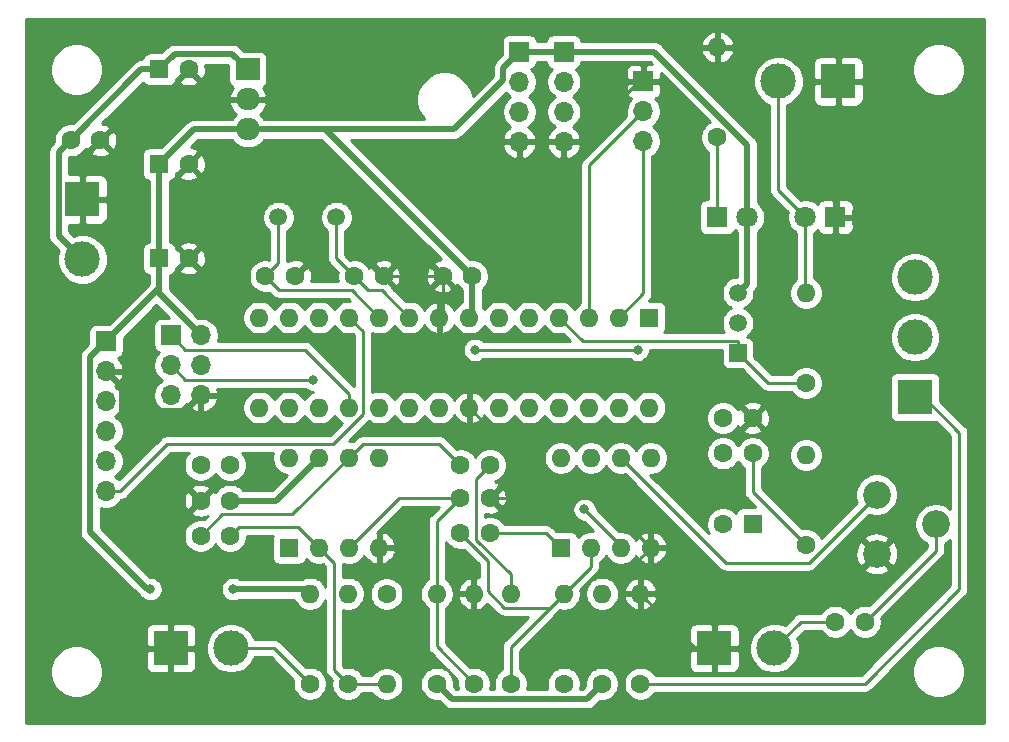
<source format=gbr>
%TF.GenerationSoftware,KiCad,Pcbnew,5.1.9-73d0e3b20d~88~ubuntu20.04.1*%
%TF.CreationDate,2021-01-16T13:56:57+01:00*%
%TF.ProjectId,Horlogemeter,486f726c-6f67-4656-9d65-7465722e6b69,rev?*%
%TF.SameCoordinates,Original*%
%TF.FileFunction,Copper,L1,Top*%
%TF.FilePolarity,Positive*%
%FSLAX46Y46*%
G04 Gerber Fmt 4.6, Leading zero omitted, Abs format (unit mm)*
G04 Created by KiCad (PCBNEW 5.1.9-73d0e3b20d~88~ubuntu20.04.1) date 2021-01-16 13:56:57*
%MOMM*%
%LPD*%
G01*
G04 APERTURE LIST*
%TA.AperFunction,ComponentPad*%
%ADD10O,2.000000X1.905000*%
%TD*%
%TA.AperFunction,ComponentPad*%
%ADD11R,2.000000X1.905000*%
%TD*%
%TA.AperFunction,ComponentPad*%
%ADD12C,1.500000*%
%TD*%
%TA.AperFunction,ComponentPad*%
%ADD13O,1.600000X1.600000*%
%TD*%
%TA.AperFunction,ComponentPad*%
%ADD14R,1.600000X1.600000*%
%TD*%
%TA.AperFunction,ComponentPad*%
%ADD15C,2.340000*%
%TD*%
%TA.AperFunction,ComponentPad*%
%ADD16C,1.600000*%
%TD*%
%TA.AperFunction,ComponentPad*%
%ADD17R,1.500000X1.500000*%
%TD*%
%TA.AperFunction,ComponentPad*%
%ADD18O,1.700000X1.700000*%
%TD*%
%TA.AperFunction,ComponentPad*%
%ADD19R,1.700000X1.700000*%
%TD*%
%TA.AperFunction,ComponentPad*%
%ADD20C,3.000000*%
%TD*%
%TA.AperFunction,ComponentPad*%
%ADD21R,3.000000X3.000000*%
%TD*%
%TA.AperFunction,ComponentPad*%
%ADD22C,1.800000*%
%TD*%
%TA.AperFunction,ComponentPad*%
%ADD23R,1.800000X1.800000*%
%TD*%
%TA.AperFunction,ViaPad*%
%ADD24C,0.800000*%
%TD*%
%TA.AperFunction,Conductor*%
%ADD25C,0.250000*%
%TD*%
%TA.AperFunction,Conductor*%
%ADD26C,0.500000*%
%TD*%
%TA.AperFunction,Conductor*%
%ADD27C,0.254000*%
%TD*%
%TA.AperFunction,Conductor*%
%ADD28C,0.100000*%
%TD*%
G04 APERTURE END LIST*
D10*
%TO.P,U4,3*%
%TO.N,VCC*%
X104500000Y-85080000D03*
%TO.P,U4,2*%
%TO.N,GND*%
X104500000Y-82540000D03*
D11*
%TO.P,U4,1*%
%TO.N,+12V*%
X104500000Y-80000000D03*
%TD*%
D12*
%TO.P,Y1,2*%
%TO.N,Net-(C5-Pad1)*%
X112000000Y-92500000D03*
%TO.P,Y1,1*%
%TO.N,Net-(C3-Pad1)*%
X107100000Y-92500000D03*
%TD*%
D13*
%TO.P,U3,8*%
%TO.N,Net-(U3-Pad8)*%
X108000000Y-112880000D03*
%TO.P,U3,4*%
%TO.N,GND*%
X115620000Y-120500000D03*
%TO.P,U3,7*%
%TO.N,+12V*%
X110540000Y-112880000D03*
%TO.P,U3,3*%
%TO.N,Net-(C11-Pad1)*%
X113080000Y-120500000D03*
%TO.P,U3,6*%
%TO.N,Net-(C10-Pad2)*%
X113080000Y-112880000D03*
%TO.P,U3,2*%
%TO.N,Net-(C8-Pad2)*%
X110540000Y-120500000D03*
%TO.P,U3,5*%
%TO.N,Net-(U3-Pad5)*%
X115620000Y-112880000D03*
D14*
%TO.P,U3,1*%
%TO.N,Net-(U3-Pad1)*%
X108000000Y-120500000D03*
%TD*%
D13*
%TO.P,U2,8*%
%TO.N,+12V*%
X131000000Y-112880000D03*
%TO.P,U2,4*%
%TO.N,GND*%
X138620000Y-120500000D03*
%TO.P,U2,7*%
%TO.N,Net-(C16-Pad1)*%
X133540000Y-112880000D03*
%TO.P,U2,3*%
%TO.N,Net-(C11-Pad1)*%
X136080000Y-120500000D03*
%TO.P,U2,6*%
%TO.N,Net-(C13-Pad1)*%
X136080000Y-112880000D03*
%TO.P,U2,2*%
%TO.N,Net-(C13-Pad2)*%
X133540000Y-120500000D03*
%TO.P,U2,5*%
%TO.N,Net-(C16-Pad2)*%
X138620000Y-112880000D03*
D14*
%TO.P,U2,1*%
%TO.N,Net-(C13-Pad1)*%
X131000000Y-120500000D03*
%TD*%
D13*
%TO.P,U1,28*%
%TO.N,/SCL*%
X138500000Y-108620000D03*
%TO.P,U1,14*%
%TO.N,Net-(U1-Pad14)*%
X105480000Y-101000000D03*
%TO.P,U1,27*%
%TO.N,/SDA*%
X135960000Y-108620000D03*
%TO.P,U1,13*%
%TO.N,Net-(U1-Pad13)*%
X108020000Y-101000000D03*
%TO.P,U1,26*%
%TO.N,Net-(U1-Pad26)*%
X133420000Y-108620000D03*
%TO.P,U1,12*%
%TO.N,Net-(U1-Pad12)*%
X110560000Y-101000000D03*
%TO.P,U1,25*%
%TO.N,Net-(U1-Pad25)*%
X130880000Y-108620000D03*
%TO.P,U1,11*%
%TO.N,/32Khz*%
X113100000Y-101000000D03*
%TO.P,U1,24*%
%TO.N,Net-(U1-Pad24)*%
X128340000Y-108620000D03*
%TO.P,U1,10*%
%TO.N,Net-(C3-Pad1)*%
X115640000Y-101000000D03*
%TO.P,U1,23*%
%TO.N,Net-(U1-Pad23)*%
X125800000Y-108620000D03*
%TO.P,U1,9*%
%TO.N,Net-(C5-Pad1)*%
X118180000Y-101000000D03*
%TO.P,U1,22*%
%TO.N,GND*%
X123260000Y-108620000D03*
%TO.P,U1,8*%
X120720000Y-101000000D03*
%TO.P,U1,21*%
%TO.N,Net-(U1-Pad21)*%
X120720000Y-108620000D03*
%TO.P,U1,7*%
%TO.N,VCC*%
X123260000Y-101000000D03*
%TO.P,U1,20*%
%TO.N,Net-(U1-Pad20)*%
X118180000Y-108620000D03*
%TO.P,U1,6*%
%TO.N,Net-(U1-Pad6)*%
X125800000Y-101000000D03*
%TO.P,U1,19*%
%TO.N,Net-(J2-Pad3)*%
X115640000Y-108620000D03*
%TO.P,U1,5*%
%TO.N,Net-(J7-Pad5)*%
X128340000Y-101000000D03*
%TO.P,U1,18*%
%TO.N,Net-(J2-Pad1)*%
X113100000Y-108620000D03*
%TO.P,U1,4*%
%TO.N,Net-(Q1-Pad1)*%
X130880000Y-101000000D03*
%TO.P,U1,17*%
%TO.N,Net-(J2-Pad4)*%
X110560000Y-108620000D03*
%TO.P,U1,3*%
%TO.N,/TXD*%
X133420000Y-101000000D03*
%TO.P,U1,16*%
%TO.N,Net-(U1-Pad16)*%
X108020000Y-108620000D03*
%TO.P,U1,2*%
%TO.N,/RXD*%
X135960000Y-101000000D03*
%TO.P,U1,15*%
%TO.N,Net-(U1-Pad15)*%
X105480000Y-108620000D03*
D14*
%TO.P,U1,1*%
%TO.N,Net-(J2-Pad5)*%
X138500000Y-101000000D03*
%TD*%
D15*
%TO.P,RV1,1*%
%TO.N,GND*%
X157750000Y-121000000D03*
%TO.P,RV1,2*%
%TO.N,Net-(C14-Pad1)*%
X162750000Y-118500000D03*
%TO.P,RV1,3*%
%TO.N,Net-(C13-Pad1)*%
X157750000Y-116000000D03*
%TD*%
D13*
%TO.P,R12,2*%
%TO.N,Net-(D2-Pad2)*%
X151750000Y-98930000D03*
D16*
%TO.P,R12,1*%
%TO.N,Net-(Q1-Pad1)*%
X151750000Y-106550000D03*
%TD*%
D13*
%TO.P,R11,2*%
%TO.N,Net-(C16-Pad1)*%
X151750000Y-112630000D03*
D16*
%TO.P,R11,1*%
%TO.N,Net-(C17-Pad2)*%
X151750000Y-120250000D03*
%TD*%
D13*
%TO.P,R10,2*%
%TO.N,GND*%
X144250000Y-78130000D03*
D16*
%TO.P,R10,1*%
%TO.N,Net-(D1-Pad1)*%
X144250000Y-85750000D03*
%TD*%
D13*
%TO.P,R9,2*%
%TO.N,GND*%
X137750000Y-124380000D03*
D16*
%TO.P,R9,1*%
%TO.N,Net-(J6-Pad1)*%
X137750000Y-132000000D03*
%TD*%
D13*
%TO.P,R8,2*%
%TO.N,Net-(J6-Pad3)*%
X134500000Y-124380000D03*
D16*
%TO.P,R8,1*%
%TO.N,VCC*%
X134500000Y-132000000D03*
%TD*%
D13*
%TO.P,R7,2*%
%TO.N,Net-(C13-Pad2)*%
X131250000Y-124380000D03*
D16*
%TO.P,R7,1*%
%TO.N,Net-(C13-Pad1)*%
X131250000Y-132000000D03*
%TD*%
D13*
%TO.P,R6,2*%
%TO.N,Net-(C10-Pad1)*%
X126750000Y-124380000D03*
D16*
%TO.P,R6,1*%
%TO.N,Net-(C13-Pad2)*%
X126750000Y-132000000D03*
%TD*%
D13*
%TO.P,R5,2*%
%TO.N,GND*%
X123650000Y-124380000D03*
D16*
%TO.P,R5,1*%
%TO.N,Net-(C11-Pad1)*%
X123650000Y-132000000D03*
%TD*%
D13*
%TO.P,R4,2*%
%TO.N,Net-(C11-Pad1)*%
X120500000Y-124380000D03*
D16*
%TO.P,R4,1*%
%TO.N,VCC*%
X120500000Y-132000000D03*
%TD*%
D13*
%TO.P,R3,2*%
%TO.N,Net-(C8-Pad2)*%
X116250000Y-132020000D03*
D16*
%TO.P,R3,1*%
%TO.N,Net-(C10-Pad2)*%
X116250000Y-124400000D03*
%TD*%
D13*
%TO.P,R2,2*%
%TO.N,Net-(C4-Pad2)*%
X113000000Y-124380000D03*
D16*
%TO.P,R2,1*%
%TO.N,Net-(C8-Pad2)*%
X113000000Y-132000000D03*
%TD*%
D13*
%TO.P,R1,2*%
%TO.N,VCC*%
X109750000Y-124380000D03*
D16*
%TO.P,R1,1*%
%TO.N,Net-(C4-Pad1)*%
X109750000Y-132000000D03*
%TD*%
D17*
%TO.P,Q1,1*%
%TO.N,Net-(Q1-Pad1)*%
X146000000Y-104000000D03*
D12*
%TO.P,Q1,3*%
%TO.N,VCC*%
X146000000Y-98920000D03*
%TO.P,Q1,2*%
%TO.N,Net-(C17-Pad2)*%
X146000000Y-101460000D03*
%TD*%
D18*
%TO.P,J10,4*%
%TO.N,GND*%
X131250000Y-86120000D03*
%TO.P,J10,3*%
%TO.N,/SDA*%
X131250000Y-83580000D03*
%TO.P,J10,2*%
%TO.N,/SCL*%
X131250000Y-81040000D03*
D19*
%TO.P,J10,1*%
%TO.N,VCC*%
X131250000Y-78500000D03*
%TD*%
D18*
%TO.P,J9,4*%
%TO.N,GND*%
X127500000Y-86120000D03*
%TO.P,J9,3*%
%TO.N,/SDA*%
X127500000Y-83580000D03*
%TO.P,J9,2*%
%TO.N,/SCL*%
X127500000Y-81040000D03*
D19*
%TO.P,J9,1*%
%TO.N,VCC*%
X127500000Y-78500000D03*
%TD*%
D20*
%TO.P,J8,2*%
%TO.N,Net-(D2-Pad2)*%
X149420000Y-81000000D03*
D21*
%TO.P,J8,1*%
%TO.N,GND*%
X154500000Y-81000000D03*
%TD*%
D18*
%TO.P,J7,6*%
%TO.N,/32Khz*%
X92500000Y-115700000D03*
%TO.P,J7,5*%
%TO.N,Net-(J7-Pad5)*%
X92500000Y-113160000D03*
%TO.P,J7,4*%
%TO.N,/SCL*%
X92500000Y-110620000D03*
%TO.P,J7,3*%
%TO.N,/SDA*%
X92500000Y-108080000D03*
%TO.P,J7,2*%
%TO.N,GND*%
X92500000Y-105540000D03*
D19*
%TO.P,J7,1*%
%TO.N,VCC*%
X92500000Y-103000000D03*
%TD*%
D20*
%TO.P,J6,3*%
%TO.N,Net-(J6-Pad3)*%
X161000000Y-97590000D03*
%TO.P,J6,2*%
%TO.N,Net-(C16-Pad2)*%
X161000000Y-102670000D03*
D21*
%TO.P,J6,1*%
%TO.N,Net-(J6-Pad1)*%
X161000000Y-107750000D03*
%TD*%
D20*
%TO.P,J5,2*%
%TO.N,Net-(C14-Pad2)*%
X149080000Y-129000000D03*
D21*
%TO.P,J5,1*%
%TO.N,GND*%
X144000000Y-129000000D03*
%TD*%
D20*
%TO.P,J4,2*%
%TO.N,+12V*%
X90500000Y-96080000D03*
D21*
%TO.P,J4,1*%
%TO.N,GND*%
X90500000Y-91000000D03*
%TD*%
D20*
%TO.P,J3,2*%
%TO.N,Net-(C4-Pad1)*%
X103080000Y-129000000D03*
D21*
%TO.P,J3,1*%
%TO.N,GND*%
X98000000Y-129000000D03*
%TD*%
D18*
%TO.P,J2,6*%
%TO.N,GND*%
X100540000Y-107580000D03*
%TO.P,J2,5*%
%TO.N,Net-(J2-Pad5)*%
X98000000Y-107580000D03*
%TO.P,J2,4*%
%TO.N,Net-(J2-Pad4)*%
X100540000Y-105040000D03*
%TO.P,J2,3*%
%TO.N,Net-(J2-Pad3)*%
X98000000Y-105040000D03*
%TO.P,J2,2*%
%TO.N,VCC*%
X100540000Y-102500000D03*
D19*
%TO.P,J2,1*%
%TO.N,Net-(J2-Pad1)*%
X98000000Y-102500000D03*
%TD*%
D18*
%TO.P,J1,3*%
%TO.N,/RXD*%
X138000000Y-86080000D03*
%TO.P,J1,2*%
%TO.N,/TXD*%
X138000000Y-83540000D03*
D19*
%TO.P,J1,1*%
%TO.N,GND*%
X138000000Y-81000000D03*
%TD*%
D22*
%TO.P,D2,2*%
%TO.N,Net-(D2-Pad2)*%
X151710000Y-92500000D03*
D23*
%TO.P,D2,1*%
%TO.N,GND*%
X154250000Y-92500000D03*
%TD*%
D22*
%TO.P,D1,2*%
%TO.N,VCC*%
X146790000Y-92500000D03*
D23*
%TO.P,D1,1*%
%TO.N,Net-(D1-Pad1)*%
X144250000Y-92500000D03*
%TD*%
D16*
%TO.P,C17,2*%
%TO.N,Net-(C17-Pad2)*%
X147250000Y-112500000D03*
%TO.P,C17,1*%
%TO.N,Net-(C16-Pad1)*%
X144750000Y-112500000D03*
%TD*%
%TO.P,C16,2*%
%TO.N,Net-(C16-Pad2)*%
X144750000Y-118500000D03*
D14*
%TO.P,C16,1*%
%TO.N,Net-(C16-Pad1)*%
X147250000Y-118500000D03*
%TD*%
D16*
%TO.P,C15,2*%
%TO.N,GND*%
X99500000Y-88000000D03*
D14*
%TO.P,C15,1*%
%TO.N,VCC*%
X97000000Y-88000000D03*
%TD*%
D16*
%TO.P,C14,2*%
%TO.N,Net-(C14-Pad2)*%
X154250000Y-126750000D03*
%TO.P,C14,1*%
%TO.N,Net-(C14-Pad1)*%
X156750000Y-126750000D03*
%TD*%
%TO.P,C13,2*%
%TO.N,Net-(C13-Pad2)*%
X122500000Y-119250000D03*
%TO.P,C13,1*%
%TO.N,Net-(C13-Pad1)*%
X125000000Y-119250000D03*
%TD*%
%TO.P,C12,2*%
%TO.N,GND*%
X99500000Y-80000000D03*
D14*
%TO.P,C12,1*%
%TO.N,+12V*%
X97000000Y-80000000D03*
%TD*%
D16*
%TO.P,C11,2*%
%TO.N,GND*%
X125000000Y-116250000D03*
%TO.P,C11,1*%
%TO.N,Net-(C11-Pad1)*%
X122500000Y-116250000D03*
%TD*%
%TO.P,C10,2*%
%TO.N,Net-(C10-Pad2)*%
X122500000Y-113500000D03*
%TO.P,C10,1*%
%TO.N,Net-(C10-Pad1)*%
X125000000Y-113500000D03*
%TD*%
%TO.P,C9,2*%
%TO.N,GND*%
X92000000Y-86000000D03*
%TO.P,C9,1*%
%TO.N,+12V*%
X89500000Y-86000000D03*
%TD*%
%TO.P,C8,2*%
%TO.N,Net-(C8-Pad2)*%
X103000000Y-119500000D03*
%TO.P,C8,1*%
%TO.N,Net-(C10-Pad2)*%
X100500000Y-119500000D03*
%TD*%
%TO.P,C7,2*%
%TO.N,GND*%
X147250000Y-109500000D03*
%TO.P,C7,1*%
%TO.N,+12V*%
X144750000Y-109500000D03*
%TD*%
%TO.P,C6,2*%
%TO.N,GND*%
X100500000Y-116500000D03*
%TO.P,C6,1*%
%TO.N,+12V*%
X103000000Y-116500000D03*
%TD*%
%TO.P,C5,2*%
%TO.N,GND*%
X116000000Y-97500000D03*
%TO.P,C5,1*%
%TO.N,Net-(C5-Pad1)*%
X113500000Y-97500000D03*
%TD*%
%TO.P,C4,2*%
%TO.N,Net-(C4-Pad2)*%
X103000000Y-113500000D03*
%TO.P,C4,1*%
%TO.N,Net-(C4-Pad1)*%
X100500000Y-113500000D03*
%TD*%
%TO.P,C3,2*%
%TO.N,GND*%
X108500000Y-97500000D03*
%TO.P,C3,1*%
%TO.N,Net-(C3-Pad1)*%
X106000000Y-97500000D03*
%TD*%
%TO.P,C2,2*%
%TO.N,GND*%
X99500000Y-96000000D03*
D14*
%TO.P,C2,1*%
%TO.N,VCC*%
X97000000Y-96000000D03*
%TD*%
D16*
%TO.P,C1,2*%
%TO.N,GND*%
X121000000Y-97500000D03*
%TO.P,C1,1*%
%TO.N,VCC*%
X123500000Y-97500000D03*
%TD*%
D24*
%TO.N,GND*%
X96000000Y-111500000D03*
%TO.N,VCC*%
X96250000Y-124000000D03*
X103250000Y-124000000D03*
%TO.N,Net-(C11-Pad1)*%
X133000000Y-117250000D03*
%TO.N,Net-(J2-Pad5)*%
X123750000Y-103750000D03*
X137500000Y-103750000D03*
%TO.N,Net-(J2-Pad3)*%
X110000000Y-106250000D03*
%TD*%
D25*
%TO.N,GND*%
X116000000Y-97500000D02*
X121000000Y-97500000D01*
X121000000Y-100720000D02*
X120720000Y-101000000D01*
X121000000Y-97500000D02*
X121000000Y-100720000D01*
X138000000Y-81000000D02*
X137620000Y-81000000D01*
X154500000Y-92250000D02*
X154250000Y-92500000D01*
X154500000Y-81000000D02*
X154500000Y-92250000D01*
X123260000Y-108620000D02*
X126500000Y-111860000D01*
X126500000Y-114750000D02*
X125000000Y-116250000D01*
X126500000Y-111860000D02*
X126500000Y-114750000D01*
X134370000Y-116250000D02*
X138620000Y-120500000D01*
X125000000Y-116250000D02*
X134370000Y-116250000D01*
X98000000Y-119000000D02*
X98000000Y-129000000D01*
X100500000Y-116500000D02*
X98000000Y-119000000D01*
X142370000Y-129000000D02*
X137750000Y-124380000D01*
X144000000Y-129000000D02*
X142370000Y-129000000D01*
X137750000Y-121370000D02*
X138620000Y-120500000D01*
X137750000Y-124380000D02*
X137750000Y-121370000D01*
D26*
X95890001Y-108930001D02*
X92500000Y-105540000D01*
X99189999Y-108930001D02*
X95890001Y-108930001D01*
X100540000Y-107580000D02*
X99189999Y-108930001D01*
X93850001Y-106890001D02*
X93850001Y-109350001D01*
X92500000Y-105540000D02*
X93850001Y-106890001D01*
X93850001Y-109350001D02*
X96000000Y-111500000D01*
D25*
X137620000Y-81000000D02*
X132500000Y-86120000D01*
D26*
%TO.N,VCC*%
X99920000Y-85080000D02*
X97000000Y-88000000D01*
X104500000Y-85080000D02*
X99920000Y-85080000D01*
X97000000Y-88000000D02*
X97000000Y-96000000D01*
X97000000Y-98960000D02*
X100540000Y-102500000D01*
X97000000Y-96000000D02*
X97000000Y-98960000D01*
X97000000Y-98500000D02*
X92500000Y-103000000D01*
X97000000Y-96000000D02*
X97000000Y-98500000D01*
X111080000Y-85080000D02*
X123500000Y-97500000D01*
X104500000Y-85080000D02*
X111080000Y-85080000D01*
X123500000Y-100760000D02*
X123260000Y-101000000D01*
X123500000Y-97500000D02*
X123500000Y-100760000D01*
X126149999Y-79850001D02*
X127500000Y-78500000D01*
X126149999Y-80880003D02*
X126149999Y-79850001D01*
X121950002Y-85080000D02*
X126149999Y-80880003D01*
X111080000Y-85080000D02*
X121950002Y-85080000D01*
X146790000Y-98130000D02*
X146000000Y-98920000D01*
X146790000Y-92500000D02*
X146790000Y-98130000D01*
X91149999Y-104350001D02*
X91149999Y-119149999D01*
X92500000Y-103000000D02*
X91149999Y-104350001D01*
X96000000Y-124000000D02*
X96250000Y-124000000D01*
X91149999Y-119149999D02*
X96000000Y-124000000D01*
X109370000Y-124000000D02*
X109750000Y-124380000D01*
X103250000Y-124000000D02*
X109370000Y-124000000D01*
X121800001Y-133300001D02*
X120500000Y-132000000D01*
X133199999Y-133300001D02*
X121800001Y-133300001D01*
X134500000Y-132000000D02*
X133199999Y-133300001D01*
X132500000Y-78500000D02*
X131250000Y-78500000D01*
X138924002Y-78500000D02*
X132500000Y-78500000D01*
X146790000Y-86365998D02*
X138924002Y-78500000D01*
X146790000Y-92500000D02*
X146790000Y-86365998D01*
X127500000Y-78500000D02*
X131250000Y-78500000D01*
D25*
%TO.N,Net-(C3-Pad1)*%
X107100000Y-96400000D02*
X106000000Y-97500000D01*
X107100000Y-92500000D02*
X107100000Y-96400000D01*
X113315001Y-98675001D02*
X115640000Y-101000000D01*
X107175001Y-98675001D02*
X113315001Y-98675001D01*
X106000000Y-97500000D02*
X107175001Y-98675001D01*
%TO.N,Net-(C4-Pad1)*%
X106750000Y-129000000D02*
X109750000Y-132000000D01*
X103080000Y-129000000D02*
X106750000Y-129000000D01*
%TO.N,Net-(C5-Pad1)*%
X112000000Y-96000000D02*
X113500000Y-97500000D01*
X112000000Y-92500000D02*
X112000000Y-96000000D01*
X115855001Y-98675001D02*
X118180000Y-101000000D01*
X114675001Y-98675001D02*
X115855001Y-98675001D01*
X113500000Y-97500000D02*
X114675001Y-98675001D01*
D26*
%TO.N,+12V*%
X88499999Y-94079999D02*
X90500000Y-96080000D01*
X88499999Y-87000001D02*
X88499999Y-94079999D01*
X89500000Y-86000000D02*
X88499999Y-87000001D01*
X95500000Y-80000000D02*
X97000000Y-80000000D01*
X89500000Y-86000000D02*
X95500000Y-80000000D01*
X98300001Y-78699999D02*
X103199999Y-78699999D01*
X103199999Y-78699999D02*
X104500000Y-80000000D01*
X97000000Y-80000000D02*
X98300001Y-78699999D01*
X106920000Y-116500000D02*
X103000000Y-116500000D01*
X110540000Y-112880000D02*
X106920000Y-116500000D01*
D25*
%TO.N,Net-(C8-Pad2)*%
X111824999Y-121784999D02*
X110540000Y-120500000D01*
X111824999Y-130824999D02*
X111824999Y-121784999D01*
X113000000Y-132000000D02*
X111824999Y-130824999D01*
X116230000Y-132000000D02*
X116250000Y-132020000D01*
X113000000Y-132000000D02*
X116230000Y-132000000D01*
X103799999Y-118700001D02*
X103000000Y-119500000D01*
X108740001Y-118700001D02*
X103799999Y-118700001D01*
X110540000Y-120500000D02*
X108740001Y-118700001D01*
%TO.N,Net-(C10-Pad2)*%
X114255001Y-111704999D02*
X113080000Y-112880000D01*
X120704999Y-111704999D02*
X114255001Y-111704999D01*
X122500000Y-113500000D02*
X120704999Y-111704999D01*
X102324999Y-117675001D02*
X100500000Y-119500000D01*
X108284999Y-117675001D02*
X102324999Y-117675001D01*
X113080000Y-112880000D02*
X108284999Y-117675001D01*
%TO.N,Net-(C10-Pad1)*%
X123824999Y-114675001D02*
X125000000Y-113500000D01*
X123824999Y-119814001D02*
X123824999Y-114675001D01*
X126750000Y-122739002D02*
X123824999Y-119814001D01*
X126750000Y-124380000D02*
X126750000Y-122739002D01*
%TO.N,Net-(C11-Pad1)*%
X120500000Y-118250000D02*
X120500000Y-124380000D01*
X122500000Y-116250000D02*
X120500000Y-118250000D01*
X117330000Y-116250000D02*
X113080000Y-120500000D01*
X122500000Y-116250000D02*
X117330000Y-116250000D01*
X120500000Y-128850000D02*
X123650000Y-132000000D01*
X120500000Y-124380000D02*
X120500000Y-128850000D01*
X136080000Y-120330000D02*
X136080000Y-120500000D01*
X133000000Y-117250000D02*
X136080000Y-120330000D01*
%TO.N,Net-(C13-Pad2)*%
X133540000Y-122090000D02*
X131250000Y-124380000D01*
X133540000Y-120500000D02*
X133540000Y-122090000D01*
X126750000Y-128880000D02*
X131250000Y-124380000D01*
X126750000Y-132000000D02*
X126750000Y-128880000D01*
X130074999Y-125555001D02*
X131250000Y-124380000D01*
X126185999Y-125555001D02*
X130074999Y-125555001D01*
X124825001Y-124194003D02*
X126185999Y-125555001D01*
X124825001Y-121575001D02*
X124825001Y-124194003D01*
X122500000Y-119250000D02*
X124825001Y-121575001D01*
%TO.N,Net-(C13-Pad1)*%
X129750000Y-119250000D02*
X131000000Y-120500000D01*
X125000000Y-119250000D02*
X129750000Y-119250000D01*
X157750000Y-116000000D02*
X152000000Y-121750000D01*
X144950000Y-121750000D02*
X136080000Y-112880000D01*
X152000000Y-121750000D02*
X144950000Y-121750000D01*
%TO.N,Net-(C14-Pad2)*%
X151330000Y-126750000D02*
X149080000Y-129000000D01*
X154250000Y-126750000D02*
X151330000Y-126750000D01*
%TO.N,Net-(C14-Pad1)*%
X162750000Y-120750000D02*
X156750000Y-126750000D01*
X162750000Y-118500000D02*
X162750000Y-120750000D01*
%TO.N,Net-(C17-Pad2)*%
X147250000Y-115750000D02*
X151750000Y-120250000D01*
X147250000Y-112500000D02*
X147250000Y-115750000D01*
%TO.N,Net-(D1-Pad1)*%
X144250000Y-85750000D02*
X144250000Y-92500000D01*
%TO.N,Net-(D2-Pad2)*%
X149420000Y-90210000D02*
X151710000Y-92500000D01*
X149420000Y-81000000D02*
X149420000Y-90210000D01*
X151710000Y-98890000D02*
X151750000Y-98930000D01*
X151710000Y-92500000D02*
X151710000Y-98890000D01*
%TO.N,/RXD*%
X138000000Y-98960000D02*
X135960000Y-101000000D01*
X138000000Y-86080000D02*
X138000000Y-98960000D01*
%TO.N,/TXD*%
X133420000Y-88120000D02*
X133420000Y-101000000D01*
X138000000Y-83540000D02*
X133420000Y-88120000D01*
%TO.N,Net-(J2-Pad5)*%
X123750000Y-103750000D02*
X131750000Y-103750000D01*
X131750000Y-103750000D02*
X137500000Y-103750000D01*
%TO.N,Net-(J2-Pad3)*%
X98000000Y-105040000D02*
X99225001Y-106265001D01*
X109984999Y-106265001D02*
X110000000Y-106250000D01*
X99225001Y-106265001D02*
X109984999Y-106265001D01*
%TO.N,Net-(J2-Pad1)*%
X98000000Y-102500000D02*
X99225001Y-103725001D01*
X113100000Y-107488630D02*
X113100000Y-108620000D01*
X99225001Y-103725001D02*
X109336371Y-103725001D01*
X109336371Y-103725001D02*
X113100000Y-107488630D01*
%TO.N,Net-(J6-Pad1)*%
X164750000Y-110750000D02*
X164750000Y-124000000D01*
X156750000Y-132000000D02*
X137750000Y-132000000D01*
X164750000Y-124000000D02*
X156750000Y-132000000D01*
X161750000Y-107750000D02*
X164750000Y-110750000D01*
X161000000Y-107750000D02*
X161750000Y-107750000D01*
%TO.N,/32Khz*%
X93702081Y-115700000D02*
X92500000Y-115700000D01*
X113100000Y-101000000D02*
X114275001Y-102175001D01*
X97697082Y-111704999D02*
X93702081Y-115700000D01*
X114275001Y-102175001D02*
X114275001Y-109184001D01*
X111754003Y-111704999D02*
X97697082Y-111704999D01*
X114275001Y-109184001D02*
X111754003Y-111704999D01*
%TO.N,Net-(Q1-Pad1)*%
X148550000Y-106550000D02*
X146000000Y-104000000D01*
X151750000Y-106550000D02*
X148550000Y-106550000D01*
X146000000Y-104000000D02*
X146000000Y-103000000D01*
X146000000Y-103000000D02*
X145974998Y-102974998D01*
X145974998Y-102974998D02*
X132854998Y-102974998D01*
X132854998Y-102974998D02*
X130880000Y-101000000D01*
%TD*%
D27*
%TO.N,GND*%
X166815001Y-135315000D02*
X85685000Y-135315000D01*
X85685000Y-130779872D01*
X87765000Y-130779872D01*
X87765000Y-131220128D01*
X87850890Y-131651925D01*
X88019369Y-132058669D01*
X88263962Y-132424729D01*
X88575271Y-132736038D01*
X88941331Y-132980631D01*
X89348075Y-133149110D01*
X89779872Y-133235000D01*
X90220128Y-133235000D01*
X90651925Y-133149110D01*
X91058669Y-132980631D01*
X91424729Y-132736038D01*
X91736038Y-132424729D01*
X91980631Y-132058669D01*
X92149110Y-131651925D01*
X92235000Y-131220128D01*
X92235000Y-130779872D01*
X92179330Y-130500000D01*
X95861928Y-130500000D01*
X95874188Y-130624482D01*
X95910498Y-130744180D01*
X95969463Y-130854494D01*
X96048815Y-130951185D01*
X96145506Y-131030537D01*
X96255820Y-131089502D01*
X96375518Y-131125812D01*
X96500000Y-131138072D01*
X97714250Y-131135000D01*
X97873000Y-130976250D01*
X97873000Y-129127000D01*
X98127000Y-129127000D01*
X98127000Y-130976250D01*
X98285750Y-131135000D01*
X99500000Y-131138072D01*
X99624482Y-131125812D01*
X99744180Y-131089502D01*
X99854494Y-131030537D01*
X99951185Y-130951185D01*
X100030537Y-130854494D01*
X100089502Y-130744180D01*
X100125812Y-130624482D01*
X100138072Y-130500000D01*
X100135000Y-129285750D01*
X99976250Y-129127000D01*
X98127000Y-129127000D01*
X97873000Y-129127000D01*
X96023750Y-129127000D01*
X95865000Y-129285750D01*
X95861928Y-130500000D01*
X92179330Y-130500000D01*
X92149110Y-130348075D01*
X91980631Y-129941331D01*
X91736038Y-129575271D01*
X91424729Y-129263962D01*
X91058669Y-129019369D01*
X90651925Y-128850890D01*
X90220128Y-128765000D01*
X89779872Y-128765000D01*
X89348075Y-128850890D01*
X88941331Y-129019369D01*
X88575271Y-129263962D01*
X88263962Y-129575271D01*
X88019369Y-129941331D01*
X87850890Y-130348075D01*
X87765000Y-130779872D01*
X85685000Y-130779872D01*
X85685000Y-127500000D01*
X95861928Y-127500000D01*
X95865000Y-128714250D01*
X96023750Y-128873000D01*
X97873000Y-128873000D01*
X97873000Y-127023750D01*
X98127000Y-127023750D01*
X98127000Y-128873000D01*
X99976250Y-128873000D01*
X100059529Y-128789721D01*
X100945000Y-128789721D01*
X100945000Y-129210279D01*
X101027047Y-129622756D01*
X101187988Y-130011302D01*
X101421637Y-130360983D01*
X101719017Y-130658363D01*
X102068698Y-130892012D01*
X102457244Y-131052953D01*
X102869721Y-131135000D01*
X103290279Y-131135000D01*
X103702756Y-131052953D01*
X104091302Y-130892012D01*
X104440983Y-130658363D01*
X104738363Y-130360983D01*
X104972012Y-130011302D01*
X105076105Y-129760000D01*
X106435199Y-129760000D01*
X108351312Y-131676114D01*
X108315000Y-131858665D01*
X108315000Y-132141335D01*
X108370147Y-132418574D01*
X108478320Y-132679727D01*
X108635363Y-132914759D01*
X108835241Y-133114637D01*
X109070273Y-133271680D01*
X109331426Y-133379853D01*
X109608665Y-133435000D01*
X109891335Y-133435000D01*
X110168574Y-133379853D01*
X110429727Y-133271680D01*
X110664759Y-133114637D01*
X110864637Y-132914759D01*
X111021680Y-132679727D01*
X111129853Y-132418574D01*
X111185000Y-132141335D01*
X111185000Y-131858665D01*
X111129853Y-131581426D01*
X111021680Y-131320273D01*
X110864637Y-131085241D01*
X110664759Y-130885363D01*
X110429727Y-130728320D01*
X110168574Y-130620147D01*
X109891335Y-130565000D01*
X109608665Y-130565000D01*
X109426114Y-130601312D01*
X107313804Y-128489003D01*
X107290001Y-128459999D01*
X107174276Y-128365026D01*
X107042247Y-128294454D01*
X106898986Y-128250997D01*
X106787333Y-128240000D01*
X106787322Y-128240000D01*
X106750000Y-128236324D01*
X106712678Y-128240000D01*
X105076105Y-128240000D01*
X104972012Y-127988698D01*
X104738363Y-127639017D01*
X104440983Y-127341637D01*
X104091302Y-127107988D01*
X103702756Y-126947047D01*
X103290279Y-126865000D01*
X102869721Y-126865000D01*
X102457244Y-126947047D01*
X102068698Y-127107988D01*
X101719017Y-127341637D01*
X101421637Y-127639017D01*
X101187988Y-127988698D01*
X101027047Y-128377244D01*
X100945000Y-128789721D01*
X100059529Y-128789721D01*
X100135000Y-128714250D01*
X100138072Y-127500000D01*
X100125812Y-127375518D01*
X100089502Y-127255820D01*
X100030537Y-127145506D01*
X99951185Y-127048815D01*
X99854494Y-126969463D01*
X99744180Y-126910498D01*
X99624482Y-126874188D01*
X99500000Y-126861928D01*
X98285750Y-126865000D01*
X98127000Y-127023750D01*
X97873000Y-127023750D01*
X97714250Y-126865000D01*
X96500000Y-126861928D01*
X96375518Y-126874188D01*
X96255820Y-126910498D01*
X96145506Y-126969463D01*
X96048815Y-127048815D01*
X95969463Y-127145506D01*
X95910498Y-127255820D01*
X95874188Y-127375518D01*
X95861928Y-127500000D01*
X85685000Y-127500000D01*
X85685000Y-104350001D01*
X90260718Y-104350001D01*
X90264999Y-104393470D01*
X90265000Y-119106520D01*
X90260718Y-119149999D01*
X90277804Y-119323489D01*
X90328411Y-119490312D01*
X90410589Y-119644058D01*
X90493467Y-119745045D01*
X90493470Y-119745048D01*
X90521183Y-119778816D01*
X90554951Y-119806529D01*
X95343470Y-124595049D01*
X95371183Y-124628817D01*
X95404951Y-124656530D01*
X95404953Y-124656532D01*
X95464677Y-124705546D01*
X95505941Y-124739411D01*
X95548388Y-124762099D01*
X95590226Y-124803937D01*
X95759744Y-124917205D01*
X95948102Y-124995226D01*
X96148061Y-125035000D01*
X96351939Y-125035000D01*
X96551898Y-124995226D01*
X96740256Y-124917205D01*
X96909774Y-124803937D01*
X97053937Y-124659774D01*
X97167205Y-124490256D01*
X97245226Y-124301898D01*
X97285000Y-124101939D01*
X97285000Y-123898061D01*
X97245226Y-123698102D01*
X97167205Y-123509744D01*
X97053937Y-123340226D01*
X96909774Y-123196063D01*
X96740256Y-123082795D01*
X96551898Y-123004774D01*
X96351939Y-122965000D01*
X96216579Y-122965000D01*
X92034999Y-118783421D01*
X92034999Y-117114742D01*
X92066842Y-117127932D01*
X92353740Y-117185000D01*
X92646260Y-117185000D01*
X92933158Y-117127932D01*
X93203411Y-117015990D01*
X93446632Y-116853475D01*
X93653475Y-116646632D01*
X93704336Y-116570512D01*
X99059783Y-116570512D01*
X99101213Y-116850130D01*
X99196397Y-117116292D01*
X99263329Y-117241514D01*
X99507298Y-117313097D01*
X100320395Y-116500000D01*
X99507298Y-115686903D01*
X99263329Y-115758486D01*
X99142429Y-116013996D01*
X99073700Y-116288184D01*
X99059783Y-116570512D01*
X93704336Y-116570512D01*
X93780909Y-116455913D01*
X93851067Y-116449003D01*
X93994328Y-116405546D01*
X94126357Y-116334974D01*
X94242082Y-116240001D01*
X94265885Y-116210997D01*
X94969584Y-115507298D01*
X99686903Y-115507298D01*
X100500000Y-116320395D01*
X101313097Y-115507298D01*
X101241514Y-115263329D01*
X100986004Y-115142429D01*
X100711816Y-115073700D01*
X100429488Y-115059783D01*
X100149870Y-115101213D01*
X99883708Y-115196397D01*
X99758486Y-115263329D01*
X99686903Y-115507298D01*
X94969584Y-115507298D01*
X98011884Y-112464999D01*
X99505605Y-112464999D01*
X99385363Y-112585241D01*
X99228320Y-112820273D01*
X99120147Y-113081426D01*
X99065000Y-113358665D01*
X99065000Y-113641335D01*
X99120147Y-113918574D01*
X99228320Y-114179727D01*
X99385363Y-114414759D01*
X99585241Y-114614637D01*
X99820273Y-114771680D01*
X100081426Y-114879853D01*
X100358665Y-114935000D01*
X100641335Y-114935000D01*
X100918574Y-114879853D01*
X101179727Y-114771680D01*
X101414759Y-114614637D01*
X101614637Y-114414759D01*
X101750000Y-114212173D01*
X101885363Y-114414759D01*
X102085241Y-114614637D01*
X102320273Y-114771680D01*
X102581426Y-114879853D01*
X102858665Y-114935000D01*
X103141335Y-114935000D01*
X103418574Y-114879853D01*
X103679727Y-114771680D01*
X103914759Y-114614637D01*
X104114637Y-114414759D01*
X104271680Y-114179727D01*
X104379853Y-113918574D01*
X104435000Y-113641335D01*
X104435000Y-113358665D01*
X104379853Y-113081426D01*
X104271680Y-112820273D01*
X104114637Y-112585241D01*
X103994395Y-112464999D01*
X106619436Y-112464999D01*
X106565000Y-112738665D01*
X106565000Y-113021335D01*
X106620147Y-113298574D01*
X106728320Y-113559727D01*
X106885363Y-113794759D01*
X107085241Y-113994637D01*
X107320273Y-114151680D01*
X107581426Y-114259853D01*
X107854292Y-114314130D01*
X106553422Y-115615000D01*
X104134521Y-115615000D01*
X104114637Y-115585241D01*
X103914759Y-115385363D01*
X103679727Y-115228320D01*
X103418574Y-115120147D01*
X103141335Y-115065000D01*
X102858665Y-115065000D01*
X102581426Y-115120147D01*
X102320273Y-115228320D01*
X102085241Y-115385363D01*
X101885363Y-115585241D01*
X101751308Y-115785869D01*
X101736671Y-115758486D01*
X101492702Y-115686903D01*
X100679605Y-116500000D01*
X100693748Y-116514143D01*
X100514143Y-116693748D01*
X100500000Y-116679605D01*
X99686903Y-117492702D01*
X99758486Y-117736671D01*
X100013996Y-117857571D01*
X100288184Y-117926300D01*
X100570512Y-117940217D01*
X100850130Y-117898787D01*
X101116292Y-117803603D01*
X101127685Y-117797513D01*
X100823886Y-118101312D01*
X100641335Y-118065000D01*
X100358665Y-118065000D01*
X100081426Y-118120147D01*
X99820273Y-118228320D01*
X99585241Y-118385363D01*
X99385363Y-118585241D01*
X99228320Y-118820273D01*
X99120147Y-119081426D01*
X99065000Y-119358665D01*
X99065000Y-119641335D01*
X99120147Y-119918574D01*
X99228320Y-120179727D01*
X99385363Y-120414759D01*
X99585241Y-120614637D01*
X99820273Y-120771680D01*
X100081426Y-120879853D01*
X100358665Y-120935000D01*
X100641335Y-120935000D01*
X100918574Y-120879853D01*
X101179727Y-120771680D01*
X101414759Y-120614637D01*
X101614637Y-120414759D01*
X101750000Y-120212173D01*
X101885363Y-120414759D01*
X102085241Y-120614637D01*
X102320273Y-120771680D01*
X102581426Y-120879853D01*
X102858665Y-120935000D01*
X103141335Y-120935000D01*
X103418574Y-120879853D01*
X103679727Y-120771680D01*
X103914759Y-120614637D01*
X104114637Y-120414759D01*
X104271680Y-120179727D01*
X104379853Y-119918574D01*
X104435000Y-119641335D01*
X104435000Y-119460001D01*
X106609230Y-119460001D01*
X106574188Y-119575518D01*
X106561928Y-119700000D01*
X106561928Y-121300000D01*
X106574188Y-121424482D01*
X106610498Y-121544180D01*
X106669463Y-121654494D01*
X106748815Y-121751185D01*
X106845506Y-121830537D01*
X106955820Y-121889502D01*
X107075518Y-121925812D01*
X107200000Y-121938072D01*
X108800000Y-121938072D01*
X108924482Y-121925812D01*
X109044180Y-121889502D01*
X109154494Y-121830537D01*
X109251185Y-121751185D01*
X109330537Y-121654494D01*
X109389502Y-121544180D01*
X109425812Y-121424482D01*
X109426643Y-121416039D01*
X109625241Y-121614637D01*
X109860273Y-121771680D01*
X110121426Y-121879853D01*
X110398665Y-121935000D01*
X110681335Y-121935000D01*
X110863886Y-121898688D01*
X111065000Y-122099802D01*
X111065000Y-123804856D01*
X111021680Y-123700273D01*
X110864637Y-123465241D01*
X110664759Y-123265363D01*
X110429727Y-123108320D01*
X110168574Y-123000147D01*
X109891335Y-122945000D01*
X109608665Y-122945000D01*
X109331426Y-123000147D01*
X109070273Y-123108320D01*
X109060276Y-123115000D01*
X103788454Y-123115000D01*
X103740256Y-123082795D01*
X103551898Y-123004774D01*
X103351939Y-122965000D01*
X103148061Y-122965000D01*
X102948102Y-123004774D01*
X102759744Y-123082795D01*
X102590226Y-123196063D01*
X102446063Y-123340226D01*
X102332795Y-123509744D01*
X102254774Y-123698102D01*
X102215000Y-123898061D01*
X102215000Y-124101939D01*
X102254774Y-124301898D01*
X102332795Y-124490256D01*
X102446063Y-124659774D01*
X102590226Y-124803937D01*
X102759744Y-124917205D01*
X102948102Y-124995226D01*
X103148061Y-125035000D01*
X103351939Y-125035000D01*
X103551898Y-124995226D01*
X103740256Y-124917205D01*
X103788454Y-124885000D01*
X108405946Y-124885000D01*
X108478320Y-125059727D01*
X108635363Y-125294759D01*
X108835241Y-125494637D01*
X109070273Y-125651680D01*
X109331426Y-125759853D01*
X109608665Y-125815000D01*
X109891335Y-125815000D01*
X110168574Y-125759853D01*
X110429727Y-125651680D01*
X110664759Y-125494637D01*
X110864637Y-125294759D01*
X111021680Y-125059727D01*
X111065000Y-124955144D01*
X111064999Y-130787677D01*
X111061323Y-130824999D01*
X111064999Y-130862321D01*
X111064999Y-130862331D01*
X111075996Y-130973984D01*
X111115812Y-131105241D01*
X111119453Y-131117245D01*
X111190025Y-131249275D01*
X111227103Y-131294454D01*
X111284998Y-131365000D01*
X111314002Y-131388803D01*
X111601312Y-131676114D01*
X111565000Y-131858665D01*
X111565000Y-132141335D01*
X111620147Y-132418574D01*
X111728320Y-132679727D01*
X111885363Y-132914759D01*
X112085241Y-133114637D01*
X112320273Y-133271680D01*
X112581426Y-133379853D01*
X112858665Y-133435000D01*
X113141335Y-133435000D01*
X113418574Y-133379853D01*
X113679727Y-133271680D01*
X113914759Y-133114637D01*
X114114637Y-132914759D01*
X114218043Y-132760000D01*
X115018593Y-132760000D01*
X115135363Y-132934759D01*
X115335241Y-133134637D01*
X115570273Y-133291680D01*
X115831426Y-133399853D01*
X116108665Y-133455000D01*
X116391335Y-133455000D01*
X116668574Y-133399853D01*
X116929727Y-133291680D01*
X117164759Y-133134637D01*
X117364637Y-132934759D01*
X117521680Y-132699727D01*
X117629853Y-132438574D01*
X117685000Y-132161335D01*
X117685000Y-131878665D01*
X117629853Y-131601426D01*
X117521680Y-131340273D01*
X117364637Y-131105241D01*
X117164759Y-130905363D01*
X116929727Y-130748320D01*
X116668574Y-130640147D01*
X116391335Y-130585000D01*
X116108665Y-130585000D01*
X115831426Y-130640147D01*
X115570273Y-130748320D01*
X115335241Y-130905363D01*
X115135363Y-131105241D01*
X115045320Y-131240000D01*
X114218043Y-131240000D01*
X114114637Y-131085241D01*
X113914759Y-130885363D01*
X113679727Y-130728320D01*
X113418574Y-130620147D01*
X113141335Y-130565000D01*
X112858665Y-130565000D01*
X112676114Y-130601312D01*
X112584999Y-130510198D01*
X112584999Y-125760564D01*
X112858665Y-125815000D01*
X113141335Y-125815000D01*
X113418574Y-125759853D01*
X113679727Y-125651680D01*
X113914759Y-125494637D01*
X114114637Y-125294759D01*
X114271680Y-125059727D01*
X114379853Y-124798574D01*
X114435000Y-124521335D01*
X114435000Y-124258665D01*
X114815000Y-124258665D01*
X114815000Y-124541335D01*
X114870147Y-124818574D01*
X114978320Y-125079727D01*
X115135363Y-125314759D01*
X115335241Y-125514637D01*
X115570273Y-125671680D01*
X115831426Y-125779853D01*
X116108665Y-125835000D01*
X116391335Y-125835000D01*
X116668574Y-125779853D01*
X116929727Y-125671680D01*
X117164759Y-125514637D01*
X117364637Y-125314759D01*
X117521680Y-125079727D01*
X117629853Y-124818574D01*
X117685000Y-124541335D01*
X117685000Y-124258665D01*
X117629853Y-123981426D01*
X117521680Y-123720273D01*
X117364637Y-123485241D01*
X117164759Y-123285363D01*
X116929727Y-123128320D01*
X116668574Y-123020147D01*
X116391335Y-122965000D01*
X116108665Y-122965000D01*
X115831426Y-123020147D01*
X115570273Y-123128320D01*
X115335241Y-123285363D01*
X115135363Y-123485241D01*
X114978320Y-123720273D01*
X114870147Y-123981426D01*
X114815000Y-124258665D01*
X114435000Y-124258665D01*
X114435000Y-124238665D01*
X114379853Y-123961426D01*
X114271680Y-123700273D01*
X114114637Y-123465241D01*
X113914759Y-123265363D01*
X113679727Y-123108320D01*
X113418574Y-123000147D01*
X113141335Y-122945000D01*
X112858665Y-122945000D01*
X112584999Y-122999436D01*
X112584999Y-121848196D01*
X112661426Y-121879853D01*
X112938665Y-121935000D01*
X113221335Y-121935000D01*
X113498574Y-121879853D01*
X113759727Y-121771680D01*
X113994759Y-121614637D01*
X114194637Y-121414759D01*
X114351680Y-121179727D01*
X114356067Y-121169135D01*
X114467615Y-121355131D01*
X114656586Y-121563519D01*
X114882580Y-121731037D01*
X115136913Y-121851246D01*
X115270961Y-121891904D01*
X115493000Y-121769915D01*
X115493000Y-120627000D01*
X115747000Y-120627000D01*
X115747000Y-121769915D01*
X115969039Y-121891904D01*
X116103087Y-121851246D01*
X116357420Y-121731037D01*
X116583414Y-121563519D01*
X116772385Y-121355131D01*
X116917070Y-121113881D01*
X117011909Y-120849040D01*
X116890624Y-120627000D01*
X115747000Y-120627000D01*
X115493000Y-120627000D01*
X115473000Y-120627000D01*
X115473000Y-120373000D01*
X115493000Y-120373000D01*
X115493000Y-119230085D01*
X115747000Y-119230085D01*
X115747000Y-120373000D01*
X116890624Y-120373000D01*
X117011909Y-120150960D01*
X116917070Y-119886119D01*
X116772385Y-119644869D01*
X116583414Y-119436481D01*
X116357420Y-119268963D01*
X116103087Y-119148754D01*
X115969039Y-119108096D01*
X115747000Y-119230085D01*
X115493000Y-119230085D01*
X115448929Y-119205872D01*
X117644802Y-117010000D01*
X120665199Y-117010000D01*
X119989003Y-117686196D01*
X119959999Y-117709999D01*
X119909379Y-117771680D01*
X119865026Y-117825724D01*
X119825973Y-117898787D01*
X119794454Y-117957754D01*
X119750997Y-118101015D01*
X119740000Y-118212668D01*
X119740000Y-118212678D01*
X119736324Y-118250000D01*
X119740000Y-118287323D01*
X119740001Y-123161956D01*
X119585241Y-123265363D01*
X119385363Y-123465241D01*
X119228320Y-123700273D01*
X119120147Y-123961426D01*
X119065000Y-124238665D01*
X119065000Y-124521335D01*
X119120147Y-124798574D01*
X119228320Y-125059727D01*
X119385363Y-125294759D01*
X119585241Y-125494637D01*
X119740000Y-125598044D01*
X119740001Y-128812668D01*
X119736324Y-128850000D01*
X119750998Y-128998985D01*
X119794454Y-129142246D01*
X119865026Y-129274276D01*
X119879775Y-129292247D01*
X119960000Y-129390001D01*
X119988998Y-129413799D01*
X122251312Y-131676114D01*
X122215000Y-131858665D01*
X122215000Y-132141335D01*
X122269436Y-132415001D01*
X122166580Y-132415001D01*
X121928017Y-132176439D01*
X121935000Y-132141335D01*
X121935000Y-131858665D01*
X121879853Y-131581426D01*
X121771680Y-131320273D01*
X121614637Y-131085241D01*
X121414759Y-130885363D01*
X121179727Y-130728320D01*
X120918574Y-130620147D01*
X120641335Y-130565000D01*
X120358665Y-130565000D01*
X120081426Y-130620147D01*
X119820273Y-130728320D01*
X119585241Y-130885363D01*
X119385363Y-131085241D01*
X119228320Y-131320273D01*
X119120147Y-131581426D01*
X119065000Y-131858665D01*
X119065000Y-132141335D01*
X119120147Y-132418574D01*
X119228320Y-132679727D01*
X119385363Y-132914759D01*
X119585241Y-133114637D01*
X119820273Y-133271680D01*
X120081426Y-133379853D01*
X120358665Y-133435000D01*
X120641335Y-133435000D01*
X120676439Y-133428017D01*
X121143471Y-133895050D01*
X121171184Y-133928818D01*
X121204952Y-133956531D01*
X121204954Y-133956533D01*
X121276453Y-134015211D01*
X121305942Y-134039412D01*
X121459688Y-134121590D01*
X121626511Y-134172196D01*
X121756524Y-134185001D01*
X121756534Y-134185001D01*
X121800000Y-134189282D01*
X121843467Y-134185001D01*
X133156530Y-134185001D01*
X133199999Y-134189282D01*
X133243468Y-134185001D01*
X133243476Y-134185001D01*
X133373489Y-134172196D01*
X133540312Y-134121590D01*
X133694058Y-134039412D01*
X133828816Y-133928818D01*
X133856533Y-133895045D01*
X134323561Y-133428017D01*
X134358665Y-133435000D01*
X134641335Y-133435000D01*
X134918574Y-133379853D01*
X135179727Y-133271680D01*
X135414759Y-133114637D01*
X135614637Y-132914759D01*
X135771680Y-132679727D01*
X135879853Y-132418574D01*
X135935000Y-132141335D01*
X135935000Y-131858665D01*
X136315000Y-131858665D01*
X136315000Y-132141335D01*
X136370147Y-132418574D01*
X136478320Y-132679727D01*
X136635363Y-132914759D01*
X136835241Y-133114637D01*
X137070273Y-133271680D01*
X137331426Y-133379853D01*
X137608665Y-133435000D01*
X137891335Y-133435000D01*
X138168574Y-133379853D01*
X138429727Y-133271680D01*
X138664759Y-133114637D01*
X138864637Y-132914759D01*
X138968043Y-132760000D01*
X156712678Y-132760000D01*
X156750000Y-132763676D01*
X156787322Y-132760000D01*
X156787333Y-132760000D01*
X156898986Y-132749003D01*
X157042247Y-132705546D01*
X157174276Y-132634974D01*
X157290001Y-132540001D01*
X157313804Y-132510997D01*
X159044929Y-130779872D01*
X160765000Y-130779872D01*
X160765000Y-131220128D01*
X160850890Y-131651925D01*
X161019369Y-132058669D01*
X161263962Y-132424729D01*
X161575271Y-132736038D01*
X161941331Y-132980631D01*
X162348075Y-133149110D01*
X162779872Y-133235000D01*
X163220128Y-133235000D01*
X163651925Y-133149110D01*
X164058669Y-132980631D01*
X164424729Y-132736038D01*
X164736038Y-132424729D01*
X164980631Y-132058669D01*
X165149110Y-131651925D01*
X165235000Y-131220128D01*
X165235000Y-130779872D01*
X165149110Y-130348075D01*
X164980631Y-129941331D01*
X164736038Y-129575271D01*
X164424729Y-129263962D01*
X164058669Y-129019369D01*
X163651925Y-128850890D01*
X163220128Y-128765000D01*
X162779872Y-128765000D01*
X162348075Y-128850890D01*
X161941331Y-129019369D01*
X161575271Y-129263962D01*
X161263962Y-129575271D01*
X161019369Y-129941331D01*
X160850890Y-130348075D01*
X160765000Y-130779872D01*
X159044929Y-130779872D01*
X165261008Y-124563795D01*
X165290001Y-124540001D01*
X165313795Y-124511008D01*
X165313799Y-124511004D01*
X165384973Y-124424277D01*
X165388685Y-124417333D01*
X165455546Y-124292247D01*
X165499003Y-124148986D01*
X165510000Y-124037333D01*
X165510000Y-124037324D01*
X165513676Y-124000001D01*
X165510000Y-123962678D01*
X165510000Y-110787325D01*
X165513676Y-110750000D01*
X165510000Y-110712675D01*
X165510000Y-110712667D01*
X165499003Y-110601014D01*
X165455546Y-110457753D01*
X165384974Y-110325724D01*
X165290001Y-110209999D01*
X165261004Y-110186202D01*
X163138072Y-108063271D01*
X163138072Y-106250000D01*
X163125812Y-106125518D01*
X163089502Y-106005820D01*
X163030537Y-105895506D01*
X162951185Y-105798815D01*
X162854494Y-105719463D01*
X162744180Y-105660498D01*
X162624482Y-105624188D01*
X162500000Y-105611928D01*
X159500000Y-105611928D01*
X159375518Y-105624188D01*
X159255820Y-105660498D01*
X159145506Y-105719463D01*
X159048815Y-105798815D01*
X158969463Y-105895506D01*
X158910498Y-106005820D01*
X158874188Y-106125518D01*
X158861928Y-106250000D01*
X158861928Y-109250000D01*
X158874188Y-109374482D01*
X158910498Y-109494180D01*
X158969463Y-109604494D01*
X159048815Y-109701185D01*
X159145506Y-109780537D01*
X159255820Y-109839502D01*
X159375518Y-109875812D01*
X159500000Y-109888072D01*
X162500000Y-109888072D01*
X162624482Y-109875812D01*
X162744180Y-109839502D01*
X162757553Y-109832354D01*
X163990000Y-111064802D01*
X163990000Y-117187344D01*
X163900621Y-117097965D01*
X163604988Y-116900429D01*
X163276499Y-116764365D01*
X162927777Y-116695000D01*
X162572223Y-116695000D01*
X162223501Y-116764365D01*
X161895012Y-116900429D01*
X161599379Y-117097965D01*
X161347965Y-117349379D01*
X161150429Y-117645012D01*
X161014365Y-117973501D01*
X160945000Y-118322223D01*
X160945000Y-118677777D01*
X161014365Y-119026499D01*
X161150429Y-119354988D01*
X161347965Y-119650621D01*
X161599379Y-119902035D01*
X161895012Y-120099571D01*
X161990001Y-120138916D01*
X161990001Y-120435196D01*
X157073886Y-125351312D01*
X156891335Y-125315000D01*
X156608665Y-125315000D01*
X156331426Y-125370147D01*
X156070273Y-125478320D01*
X155835241Y-125635363D01*
X155635363Y-125835241D01*
X155500000Y-126037827D01*
X155364637Y-125835241D01*
X155164759Y-125635363D01*
X154929727Y-125478320D01*
X154668574Y-125370147D01*
X154391335Y-125315000D01*
X154108665Y-125315000D01*
X153831426Y-125370147D01*
X153570273Y-125478320D01*
X153335241Y-125635363D01*
X153135363Y-125835241D01*
X153031957Y-125990000D01*
X151367333Y-125990000D01*
X151330000Y-125986323D01*
X151292667Y-125990000D01*
X151181014Y-126000997D01*
X151037753Y-126044454D01*
X150905724Y-126115026D01*
X150789999Y-126209999D01*
X150766201Y-126238997D01*
X149954058Y-127051140D01*
X149702756Y-126947047D01*
X149290279Y-126865000D01*
X148869721Y-126865000D01*
X148457244Y-126947047D01*
X148068698Y-127107988D01*
X147719017Y-127341637D01*
X147421637Y-127639017D01*
X147187988Y-127988698D01*
X147027047Y-128377244D01*
X146945000Y-128789721D01*
X146945000Y-129210279D01*
X147027047Y-129622756D01*
X147187988Y-130011302D01*
X147421637Y-130360983D01*
X147719017Y-130658363D01*
X148068698Y-130892012D01*
X148457244Y-131052953D01*
X148869721Y-131135000D01*
X149290279Y-131135000D01*
X149702756Y-131052953D01*
X150091302Y-130892012D01*
X150440983Y-130658363D01*
X150738363Y-130360983D01*
X150972012Y-130011302D01*
X151132953Y-129622756D01*
X151215000Y-129210279D01*
X151215000Y-128789721D01*
X151132953Y-128377244D01*
X151028860Y-128125942D01*
X151644802Y-127510000D01*
X153031957Y-127510000D01*
X153135363Y-127664759D01*
X153335241Y-127864637D01*
X153570273Y-128021680D01*
X153831426Y-128129853D01*
X154108665Y-128185000D01*
X154391335Y-128185000D01*
X154668574Y-128129853D01*
X154929727Y-128021680D01*
X155164759Y-127864637D01*
X155364637Y-127664759D01*
X155500000Y-127462173D01*
X155635363Y-127664759D01*
X155835241Y-127864637D01*
X156070273Y-128021680D01*
X156331426Y-128129853D01*
X156608665Y-128185000D01*
X156891335Y-128185000D01*
X157168574Y-128129853D01*
X157429727Y-128021680D01*
X157664759Y-127864637D01*
X157864637Y-127664759D01*
X158021680Y-127429727D01*
X158129853Y-127168574D01*
X158185000Y-126891335D01*
X158185000Y-126608665D01*
X158148688Y-126426114D01*
X163261008Y-121313795D01*
X163290001Y-121290001D01*
X163313795Y-121261008D01*
X163313799Y-121261004D01*
X163380500Y-121179727D01*
X163384974Y-121174276D01*
X163455546Y-121042247D01*
X163499003Y-120898986D01*
X163510000Y-120787333D01*
X163510000Y-120787324D01*
X163513676Y-120750001D01*
X163510000Y-120712678D01*
X163510000Y-120138916D01*
X163604988Y-120099571D01*
X163900621Y-119902035D01*
X163990001Y-119812655D01*
X163990001Y-123685196D01*
X156435199Y-131240000D01*
X138968043Y-131240000D01*
X138864637Y-131085241D01*
X138664759Y-130885363D01*
X138429727Y-130728320D01*
X138168574Y-130620147D01*
X137891335Y-130565000D01*
X137608665Y-130565000D01*
X137331426Y-130620147D01*
X137070273Y-130728320D01*
X136835241Y-130885363D01*
X136635363Y-131085241D01*
X136478320Y-131320273D01*
X136370147Y-131581426D01*
X136315000Y-131858665D01*
X135935000Y-131858665D01*
X135879853Y-131581426D01*
X135771680Y-131320273D01*
X135614637Y-131085241D01*
X135414759Y-130885363D01*
X135179727Y-130728320D01*
X134918574Y-130620147D01*
X134641335Y-130565000D01*
X134358665Y-130565000D01*
X134081426Y-130620147D01*
X133820273Y-130728320D01*
X133585241Y-130885363D01*
X133385363Y-131085241D01*
X133228320Y-131320273D01*
X133120147Y-131581426D01*
X133065000Y-131858665D01*
X133065000Y-132141335D01*
X133071983Y-132176439D01*
X132833421Y-132415001D01*
X132630564Y-132415001D01*
X132685000Y-132141335D01*
X132685000Y-131858665D01*
X132629853Y-131581426D01*
X132521680Y-131320273D01*
X132364637Y-131085241D01*
X132164759Y-130885363D01*
X131929727Y-130728320D01*
X131668574Y-130620147D01*
X131391335Y-130565000D01*
X131108665Y-130565000D01*
X130831426Y-130620147D01*
X130570273Y-130728320D01*
X130335241Y-130885363D01*
X130135363Y-131085241D01*
X129978320Y-131320273D01*
X129870147Y-131581426D01*
X129815000Y-131858665D01*
X129815000Y-132141335D01*
X129869436Y-132415001D01*
X128130564Y-132415001D01*
X128185000Y-132141335D01*
X128185000Y-131858665D01*
X128129853Y-131581426D01*
X128021680Y-131320273D01*
X127864637Y-131085241D01*
X127664759Y-130885363D01*
X127510000Y-130781957D01*
X127510000Y-130500000D01*
X141861928Y-130500000D01*
X141874188Y-130624482D01*
X141910498Y-130744180D01*
X141969463Y-130854494D01*
X142048815Y-130951185D01*
X142145506Y-131030537D01*
X142255820Y-131089502D01*
X142375518Y-131125812D01*
X142500000Y-131138072D01*
X143714250Y-131135000D01*
X143873000Y-130976250D01*
X143873000Y-129127000D01*
X144127000Y-129127000D01*
X144127000Y-130976250D01*
X144285750Y-131135000D01*
X145500000Y-131138072D01*
X145624482Y-131125812D01*
X145744180Y-131089502D01*
X145854494Y-131030537D01*
X145951185Y-130951185D01*
X146030537Y-130854494D01*
X146089502Y-130744180D01*
X146125812Y-130624482D01*
X146138072Y-130500000D01*
X146135000Y-129285750D01*
X145976250Y-129127000D01*
X144127000Y-129127000D01*
X143873000Y-129127000D01*
X142023750Y-129127000D01*
X141865000Y-129285750D01*
X141861928Y-130500000D01*
X127510000Y-130500000D01*
X127510000Y-129194801D01*
X129204801Y-127500000D01*
X141861928Y-127500000D01*
X141865000Y-128714250D01*
X142023750Y-128873000D01*
X143873000Y-128873000D01*
X143873000Y-127023750D01*
X144127000Y-127023750D01*
X144127000Y-128873000D01*
X145976250Y-128873000D01*
X146135000Y-128714250D01*
X146138072Y-127500000D01*
X146125812Y-127375518D01*
X146089502Y-127255820D01*
X146030537Y-127145506D01*
X145951185Y-127048815D01*
X145854494Y-126969463D01*
X145744180Y-126910498D01*
X145624482Y-126874188D01*
X145500000Y-126861928D01*
X144285750Y-126865000D01*
X144127000Y-127023750D01*
X143873000Y-127023750D01*
X143714250Y-126865000D01*
X142500000Y-126861928D01*
X142375518Y-126874188D01*
X142255820Y-126910498D01*
X142145506Y-126969463D01*
X142048815Y-127048815D01*
X141969463Y-127145506D01*
X141910498Y-127255820D01*
X141874188Y-127375518D01*
X141861928Y-127500000D01*
X129204801Y-127500000D01*
X130586002Y-126118800D01*
X130615000Y-126095002D01*
X130638799Y-126066002D01*
X130926114Y-125778688D01*
X131108665Y-125815000D01*
X131391335Y-125815000D01*
X131668574Y-125759853D01*
X131929727Y-125651680D01*
X132164759Y-125494637D01*
X132364637Y-125294759D01*
X132521680Y-125059727D01*
X132629853Y-124798574D01*
X132685000Y-124521335D01*
X132685000Y-124238665D01*
X133065000Y-124238665D01*
X133065000Y-124521335D01*
X133120147Y-124798574D01*
X133228320Y-125059727D01*
X133385363Y-125294759D01*
X133585241Y-125494637D01*
X133820273Y-125651680D01*
X134081426Y-125759853D01*
X134358665Y-125815000D01*
X134641335Y-125815000D01*
X134918574Y-125759853D01*
X135179727Y-125651680D01*
X135414759Y-125494637D01*
X135614637Y-125294759D01*
X135771680Y-125059727D01*
X135879853Y-124798574D01*
X135893684Y-124729040D01*
X136358091Y-124729040D01*
X136452930Y-124993881D01*
X136597615Y-125235131D01*
X136786586Y-125443519D01*
X137012580Y-125611037D01*
X137266913Y-125731246D01*
X137400961Y-125771904D01*
X137623000Y-125649915D01*
X137623000Y-124507000D01*
X137877000Y-124507000D01*
X137877000Y-125649915D01*
X138099039Y-125771904D01*
X138233087Y-125731246D01*
X138487420Y-125611037D01*
X138713414Y-125443519D01*
X138902385Y-125235131D01*
X139047070Y-124993881D01*
X139141909Y-124729040D01*
X139020624Y-124507000D01*
X137877000Y-124507000D01*
X137623000Y-124507000D01*
X136479376Y-124507000D01*
X136358091Y-124729040D01*
X135893684Y-124729040D01*
X135935000Y-124521335D01*
X135935000Y-124238665D01*
X135893685Y-124030960D01*
X136358091Y-124030960D01*
X136479376Y-124253000D01*
X137623000Y-124253000D01*
X137623000Y-123110085D01*
X137877000Y-123110085D01*
X137877000Y-124253000D01*
X139020624Y-124253000D01*
X139141909Y-124030960D01*
X139047070Y-123766119D01*
X138902385Y-123524869D01*
X138713414Y-123316481D01*
X138487420Y-123148963D01*
X138233087Y-123028754D01*
X138099039Y-122988096D01*
X137877000Y-123110085D01*
X137623000Y-123110085D01*
X137400961Y-122988096D01*
X137266913Y-123028754D01*
X137012580Y-123148963D01*
X136786586Y-123316481D01*
X136597615Y-123524869D01*
X136452930Y-123766119D01*
X136358091Y-124030960D01*
X135893685Y-124030960D01*
X135879853Y-123961426D01*
X135771680Y-123700273D01*
X135614637Y-123465241D01*
X135414759Y-123265363D01*
X135179727Y-123108320D01*
X134918574Y-123000147D01*
X134641335Y-122945000D01*
X134358665Y-122945000D01*
X134081426Y-123000147D01*
X133820273Y-123108320D01*
X133585241Y-123265363D01*
X133385363Y-123465241D01*
X133228320Y-123700273D01*
X133120147Y-123961426D01*
X133065000Y-124238665D01*
X132685000Y-124238665D01*
X132648688Y-124056114D01*
X134051003Y-122653799D01*
X134080001Y-122630001D01*
X134112817Y-122590015D01*
X134174974Y-122514277D01*
X134245546Y-122382247D01*
X134255692Y-122348798D01*
X134289003Y-122238986D01*
X134300000Y-122127333D01*
X134300000Y-122127324D01*
X134303676Y-122090001D01*
X134300000Y-122052678D01*
X134300000Y-121718043D01*
X134454759Y-121614637D01*
X134654637Y-121414759D01*
X134810000Y-121182241D01*
X134965363Y-121414759D01*
X135165241Y-121614637D01*
X135400273Y-121771680D01*
X135661426Y-121879853D01*
X135938665Y-121935000D01*
X136221335Y-121935000D01*
X136498574Y-121879853D01*
X136759727Y-121771680D01*
X136994759Y-121614637D01*
X137194637Y-121414759D01*
X137351680Y-121179727D01*
X137356067Y-121169135D01*
X137467615Y-121355131D01*
X137656586Y-121563519D01*
X137882580Y-121731037D01*
X138136913Y-121851246D01*
X138270961Y-121891904D01*
X138493000Y-121769915D01*
X138493000Y-120627000D01*
X138747000Y-120627000D01*
X138747000Y-121769915D01*
X138969039Y-121891904D01*
X139103087Y-121851246D01*
X139357420Y-121731037D01*
X139583414Y-121563519D01*
X139772385Y-121355131D01*
X139917070Y-121113881D01*
X140011909Y-120849040D01*
X139890624Y-120627000D01*
X138747000Y-120627000D01*
X138493000Y-120627000D01*
X138473000Y-120627000D01*
X138473000Y-120373000D01*
X138493000Y-120373000D01*
X138493000Y-119230085D01*
X138747000Y-119230085D01*
X138747000Y-120373000D01*
X139890624Y-120373000D01*
X140011909Y-120150960D01*
X139917070Y-119886119D01*
X139772385Y-119644869D01*
X139583414Y-119436481D01*
X139357420Y-119268963D01*
X139103087Y-119148754D01*
X138969039Y-119108096D01*
X138747000Y-119230085D01*
X138493000Y-119230085D01*
X138270961Y-119108096D01*
X138136913Y-119148754D01*
X137882580Y-119268963D01*
X137656586Y-119436481D01*
X137467615Y-119644869D01*
X137356067Y-119830865D01*
X137351680Y-119820273D01*
X137194637Y-119585241D01*
X136994759Y-119385363D01*
X136759727Y-119228320D01*
X136498574Y-119120147D01*
X136221335Y-119065000D01*
X135938665Y-119065000D01*
X135897909Y-119073107D01*
X134035000Y-117210199D01*
X134035000Y-117148061D01*
X133995226Y-116948102D01*
X133917205Y-116759744D01*
X133803937Y-116590226D01*
X133659774Y-116446063D01*
X133490256Y-116332795D01*
X133301898Y-116254774D01*
X133101939Y-116215000D01*
X132898061Y-116215000D01*
X132698102Y-116254774D01*
X132509744Y-116332795D01*
X132340226Y-116446063D01*
X132196063Y-116590226D01*
X132082795Y-116759744D01*
X132004774Y-116948102D01*
X131965000Y-117148061D01*
X131965000Y-117351939D01*
X132004774Y-117551898D01*
X132082795Y-117740256D01*
X132196063Y-117909774D01*
X132340226Y-118053937D01*
X132509744Y-118167205D01*
X132698102Y-118245226D01*
X132898061Y-118285000D01*
X132960199Y-118285000D01*
X133754815Y-119079616D01*
X133681335Y-119065000D01*
X133398665Y-119065000D01*
X133121426Y-119120147D01*
X132860273Y-119228320D01*
X132625241Y-119385363D01*
X132426643Y-119583961D01*
X132425812Y-119575518D01*
X132389502Y-119455820D01*
X132330537Y-119345506D01*
X132251185Y-119248815D01*
X132154494Y-119169463D01*
X132044180Y-119110498D01*
X131924482Y-119074188D01*
X131800000Y-119061928D01*
X130636729Y-119061928D01*
X130313804Y-118739003D01*
X130290001Y-118709999D01*
X130174276Y-118615026D01*
X130042247Y-118544454D01*
X129898986Y-118500997D01*
X129787333Y-118490000D01*
X129787322Y-118490000D01*
X129750000Y-118486324D01*
X129712678Y-118490000D01*
X126218043Y-118490000D01*
X126114637Y-118335241D01*
X125914759Y-118135363D01*
X125679727Y-117978320D01*
X125418574Y-117870147D01*
X125141335Y-117815000D01*
X124858665Y-117815000D01*
X124584999Y-117869436D01*
X124584999Y-117625369D01*
X124788184Y-117676300D01*
X125070512Y-117690217D01*
X125350130Y-117648787D01*
X125616292Y-117553603D01*
X125741514Y-117486671D01*
X125813097Y-117242702D01*
X125000000Y-116429605D01*
X124985858Y-116443748D01*
X124806253Y-116264143D01*
X124820395Y-116250000D01*
X125179605Y-116250000D01*
X125992702Y-117063097D01*
X126236671Y-116991514D01*
X126357571Y-116736004D01*
X126426300Y-116461816D01*
X126440217Y-116179488D01*
X126398787Y-115899870D01*
X126303603Y-115633708D01*
X126236671Y-115508486D01*
X125992702Y-115436903D01*
X125179605Y-116250000D01*
X124820395Y-116250000D01*
X124806253Y-116235858D01*
X124985858Y-116056253D01*
X125000000Y-116070395D01*
X125813097Y-115257298D01*
X125741514Y-115013329D01*
X125486004Y-114892429D01*
X125425081Y-114877158D01*
X125679727Y-114771680D01*
X125914759Y-114614637D01*
X126114637Y-114414759D01*
X126271680Y-114179727D01*
X126379853Y-113918574D01*
X126435000Y-113641335D01*
X126435000Y-113358665D01*
X126379853Y-113081426D01*
X126271680Y-112820273D01*
X126217152Y-112738665D01*
X129565000Y-112738665D01*
X129565000Y-113021335D01*
X129620147Y-113298574D01*
X129728320Y-113559727D01*
X129885363Y-113794759D01*
X130085241Y-113994637D01*
X130320273Y-114151680D01*
X130581426Y-114259853D01*
X130858665Y-114315000D01*
X131141335Y-114315000D01*
X131418574Y-114259853D01*
X131679727Y-114151680D01*
X131914759Y-113994637D01*
X132114637Y-113794759D01*
X132270000Y-113562241D01*
X132425363Y-113794759D01*
X132625241Y-113994637D01*
X132860273Y-114151680D01*
X133121426Y-114259853D01*
X133398665Y-114315000D01*
X133681335Y-114315000D01*
X133958574Y-114259853D01*
X134219727Y-114151680D01*
X134454759Y-113994637D01*
X134654637Y-113794759D01*
X134810000Y-113562241D01*
X134965363Y-113794759D01*
X135165241Y-113994637D01*
X135400273Y-114151680D01*
X135661426Y-114259853D01*
X135938665Y-114315000D01*
X136221335Y-114315000D01*
X136403887Y-114278688D01*
X144386201Y-122261003D01*
X144409999Y-122290001D01*
X144525724Y-122384974D01*
X144657753Y-122455546D01*
X144801014Y-122499003D01*
X144912667Y-122510000D01*
X144912676Y-122510000D01*
X144949999Y-122513676D01*
X144987322Y-122510000D01*
X151962678Y-122510000D01*
X152000000Y-122513676D01*
X152037322Y-122510000D01*
X152037333Y-122510000D01*
X152148986Y-122499003D01*
X152292247Y-122455546D01*
X152424276Y-122384974D01*
X152540001Y-122290001D01*
X152563804Y-122260997D01*
X152568199Y-122256602D01*
X156673003Y-122256602D01*
X156789275Y-122538389D01*
X157107860Y-122696257D01*
X157451122Y-122788938D01*
X157805869Y-122812873D01*
X158158470Y-122767139D01*
X158495373Y-122653495D01*
X158710725Y-122538389D01*
X158826997Y-122256602D01*
X157750000Y-121179605D01*
X156673003Y-122256602D01*
X152568199Y-122256602D01*
X153768932Y-121055869D01*
X155937127Y-121055869D01*
X155982861Y-121408470D01*
X156096505Y-121745373D01*
X156211611Y-121960725D01*
X156493398Y-122076997D01*
X157570395Y-121000000D01*
X157929605Y-121000000D01*
X159006602Y-122076997D01*
X159288389Y-121960725D01*
X159446257Y-121642140D01*
X159538938Y-121298878D01*
X159562873Y-120944131D01*
X159517139Y-120591530D01*
X159403495Y-120254627D01*
X159288389Y-120039275D01*
X159006602Y-119923003D01*
X157929605Y-121000000D01*
X157570395Y-121000000D01*
X156493398Y-119923003D01*
X156211611Y-120039275D01*
X156053743Y-120357860D01*
X155961062Y-120701122D01*
X155937127Y-121055869D01*
X153768932Y-121055869D01*
X155081403Y-119743398D01*
X156673003Y-119743398D01*
X157750000Y-120820395D01*
X158826997Y-119743398D01*
X158710725Y-119461611D01*
X158392140Y-119303743D01*
X158048878Y-119211062D01*
X157694131Y-119187127D01*
X157341530Y-119232861D01*
X157004627Y-119346505D01*
X156789275Y-119461611D01*
X156673003Y-119743398D01*
X155081403Y-119743398D01*
X157128512Y-117696290D01*
X157223501Y-117735635D01*
X157572223Y-117805000D01*
X157927777Y-117805000D01*
X158276499Y-117735635D01*
X158604988Y-117599571D01*
X158900621Y-117402035D01*
X159152035Y-117150621D01*
X159349571Y-116854988D01*
X159485635Y-116526499D01*
X159555000Y-116177777D01*
X159555000Y-115822223D01*
X159485635Y-115473501D01*
X159349571Y-115145012D01*
X159152035Y-114849379D01*
X158900621Y-114597965D01*
X158604988Y-114400429D01*
X158276499Y-114264365D01*
X157927777Y-114195000D01*
X157572223Y-114195000D01*
X157223501Y-114264365D01*
X156895012Y-114400429D01*
X156599379Y-114597965D01*
X156347965Y-114849379D01*
X156150429Y-115145012D01*
X156014365Y-115473501D01*
X155945000Y-115822223D01*
X155945000Y-116177777D01*
X156014365Y-116526499D01*
X156053710Y-116621488D01*
X153046062Y-119629137D01*
X153021680Y-119570273D01*
X152864637Y-119335241D01*
X152664759Y-119135363D01*
X152429727Y-118978320D01*
X152168574Y-118870147D01*
X151891335Y-118815000D01*
X151608665Y-118815000D01*
X151426114Y-118851312D01*
X148010000Y-115435199D01*
X148010000Y-113718043D01*
X148164759Y-113614637D01*
X148364637Y-113414759D01*
X148521680Y-113179727D01*
X148629853Y-112918574D01*
X148685000Y-112641335D01*
X148685000Y-112488665D01*
X150315000Y-112488665D01*
X150315000Y-112771335D01*
X150370147Y-113048574D01*
X150478320Y-113309727D01*
X150635363Y-113544759D01*
X150835241Y-113744637D01*
X151070273Y-113901680D01*
X151331426Y-114009853D01*
X151608665Y-114065000D01*
X151891335Y-114065000D01*
X152168574Y-114009853D01*
X152429727Y-113901680D01*
X152664759Y-113744637D01*
X152864637Y-113544759D01*
X153021680Y-113309727D01*
X153129853Y-113048574D01*
X153185000Y-112771335D01*
X153185000Y-112488665D01*
X153129853Y-112211426D01*
X153021680Y-111950273D01*
X152864637Y-111715241D01*
X152664759Y-111515363D01*
X152429727Y-111358320D01*
X152168574Y-111250147D01*
X151891335Y-111195000D01*
X151608665Y-111195000D01*
X151331426Y-111250147D01*
X151070273Y-111358320D01*
X150835241Y-111515363D01*
X150635363Y-111715241D01*
X150478320Y-111950273D01*
X150370147Y-112211426D01*
X150315000Y-112488665D01*
X148685000Y-112488665D01*
X148685000Y-112358665D01*
X148629853Y-112081426D01*
X148521680Y-111820273D01*
X148364637Y-111585241D01*
X148164759Y-111385363D01*
X147929727Y-111228320D01*
X147668574Y-111120147D01*
X147391335Y-111065000D01*
X147108665Y-111065000D01*
X146831426Y-111120147D01*
X146570273Y-111228320D01*
X146335241Y-111385363D01*
X146135363Y-111585241D01*
X146000000Y-111787827D01*
X145864637Y-111585241D01*
X145664759Y-111385363D01*
X145429727Y-111228320D01*
X145168574Y-111120147D01*
X144891335Y-111065000D01*
X144608665Y-111065000D01*
X144331426Y-111120147D01*
X144070273Y-111228320D01*
X143835241Y-111385363D01*
X143635363Y-111585241D01*
X143478320Y-111820273D01*
X143370147Y-112081426D01*
X143315000Y-112358665D01*
X143315000Y-112641335D01*
X143370147Y-112918574D01*
X143478320Y-113179727D01*
X143635363Y-113414759D01*
X143835241Y-113614637D01*
X144070273Y-113771680D01*
X144331426Y-113879853D01*
X144608665Y-113935000D01*
X144891335Y-113935000D01*
X145168574Y-113879853D01*
X145429727Y-113771680D01*
X145664759Y-113614637D01*
X145864637Y-113414759D01*
X146000000Y-113212173D01*
X146135363Y-113414759D01*
X146335241Y-113614637D01*
X146490000Y-113718044D01*
X146490001Y-115712668D01*
X146486324Y-115750000D01*
X146490001Y-115787333D01*
X146500998Y-115898986D01*
X146514180Y-115942442D01*
X146544454Y-116042246D01*
X146615026Y-116174276D01*
X146648448Y-116215000D01*
X146710000Y-116290001D01*
X146738998Y-116313799D01*
X147487127Y-117061928D01*
X146450000Y-117061928D01*
X146325518Y-117074188D01*
X146205820Y-117110498D01*
X146095506Y-117169463D01*
X145998815Y-117248815D01*
X145919463Y-117345506D01*
X145860498Y-117455820D01*
X145831339Y-117551943D01*
X145664759Y-117385363D01*
X145429727Y-117228320D01*
X145168574Y-117120147D01*
X144891335Y-117065000D01*
X144608665Y-117065000D01*
X144331426Y-117120147D01*
X144070273Y-117228320D01*
X143835241Y-117385363D01*
X143635363Y-117585241D01*
X143478320Y-117820273D01*
X143370147Y-118081426D01*
X143315000Y-118358665D01*
X143315000Y-118641335D01*
X143370147Y-118918574D01*
X143478320Y-119179727D01*
X143526227Y-119251426D01*
X138589801Y-114315000D01*
X138761335Y-114315000D01*
X139038574Y-114259853D01*
X139299727Y-114151680D01*
X139534759Y-113994637D01*
X139734637Y-113794759D01*
X139891680Y-113559727D01*
X139999853Y-113298574D01*
X140055000Y-113021335D01*
X140055000Y-112738665D01*
X139999853Y-112461426D01*
X139891680Y-112200273D01*
X139734637Y-111965241D01*
X139534759Y-111765363D01*
X139299727Y-111608320D01*
X139038574Y-111500147D01*
X138761335Y-111445000D01*
X138478665Y-111445000D01*
X138201426Y-111500147D01*
X137940273Y-111608320D01*
X137705241Y-111765363D01*
X137505363Y-111965241D01*
X137350000Y-112197759D01*
X137194637Y-111965241D01*
X136994759Y-111765363D01*
X136759727Y-111608320D01*
X136498574Y-111500147D01*
X136221335Y-111445000D01*
X135938665Y-111445000D01*
X135661426Y-111500147D01*
X135400273Y-111608320D01*
X135165241Y-111765363D01*
X134965363Y-111965241D01*
X134810000Y-112197759D01*
X134654637Y-111965241D01*
X134454759Y-111765363D01*
X134219727Y-111608320D01*
X133958574Y-111500147D01*
X133681335Y-111445000D01*
X133398665Y-111445000D01*
X133121426Y-111500147D01*
X132860273Y-111608320D01*
X132625241Y-111765363D01*
X132425363Y-111965241D01*
X132270000Y-112197759D01*
X132114637Y-111965241D01*
X131914759Y-111765363D01*
X131679727Y-111608320D01*
X131418574Y-111500147D01*
X131141335Y-111445000D01*
X130858665Y-111445000D01*
X130581426Y-111500147D01*
X130320273Y-111608320D01*
X130085241Y-111765363D01*
X129885363Y-111965241D01*
X129728320Y-112200273D01*
X129620147Y-112461426D01*
X129565000Y-112738665D01*
X126217152Y-112738665D01*
X126114637Y-112585241D01*
X125914759Y-112385363D01*
X125679727Y-112228320D01*
X125418574Y-112120147D01*
X125141335Y-112065000D01*
X124858665Y-112065000D01*
X124581426Y-112120147D01*
X124320273Y-112228320D01*
X124085241Y-112385363D01*
X123885363Y-112585241D01*
X123750000Y-112787827D01*
X123614637Y-112585241D01*
X123414759Y-112385363D01*
X123179727Y-112228320D01*
X122918574Y-112120147D01*
X122641335Y-112065000D01*
X122358665Y-112065000D01*
X122176114Y-112101312D01*
X121268803Y-111194002D01*
X121245000Y-111164998D01*
X121129275Y-111070025D01*
X120997246Y-110999453D01*
X120853985Y-110955996D01*
X120742332Y-110944999D01*
X120742321Y-110944999D01*
X120704999Y-110941323D01*
X120667677Y-110944999D01*
X114292323Y-110944999D01*
X114255000Y-110941323D01*
X114217677Y-110944999D01*
X114217668Y-110944999D01*
X114106015Y-110955996D01*
X113962754Y-110999453D01*
X113830725Y-111070025D01*
X113715000Y-111164998D01*
X113691202Y-111193996D01*
X113403886Y-111481312D01*
X113221335Y-111445000D01*
X113088803Y-111445000D01*
X114769556Y-109764248D01*
X114960273Y-109891680D01*
X115221426Y-109999853D01*
X115498665Y-110055000D01*
X115781335Y-110055000D01*
X116058574Y-109999853D01*
X116319727Y-109891680D01*
X116554759Y-109734637D01*
X116754637Y-109534759D01*
X116910000Y-109302241D01*
X117065363Y-109534759D01*
X117265241Y-109734637D01*
X117500273Y-109891680D01*
X117761426Y-109999853D01*
X118038665Y-110055000D01*
X118321335Y-110055000D01*
X118598574Y-109999853D01*
X118859727Y-109891680D01*
X119094759Y-109734637D01*
X119294637Y-109534759D01*
X119450000Y-109302241D01*
X119605363Y-109534759D01*
X119805241Y-109734637D01*
X120040273Y-109891680D01*
X120301426Y-109999853D01*
X120578665Y-110055000D01*
X120861335Y-110055000D01*
X121138574Y-109999853D01*
X121399727Y-109891680D01*
X121634759Y-109734637D01*
X121834637Y-109534759D01*
X121991680Y-109299727D01*
X121996067Y-109289135D01*
X122107615Y-109475131D01*
X122296586Y-109683519D01*
X122522580Y-109851037D01*
X122776913Y-109971246D01*
X122910961Y-110011904D01*
X123133000Y-109889915D01*
X123133000Y-108747000D01*
X123113000Y-108747000D01*
X123113000Y-108493000D01*
X123133000Y-108493000D01*
X123133000Y-107350085D01*
X123387000Y-107350085D01*
X123387000Y-108493000D01*
X123407000Y-108493000D01*
X123407000Y-108747000D01*
X123387000Y-108747000D01*
X123387000Y-109889915D01*
X123609039Y-110011904D01*
X123743087Y-109971246D01*
X123997420Y-109851037D01*
X124223414Y-109683519D01*
X124412385Y-109475131D01*
X124523933Y-109289135D01*
X124528320Y-109299727D01*
X124685363Y-109534759D01*
X124885241Y-109734637D01*
X125120273Y-109891680D01*
X125381426Y-109999853D01*
X125658665Y-110055000D01*
X125941335Y-110055000D01*
X126218574Y-109999853D01*
X126479727Y-109891680D01*
X126714759Y-109734637D01*
X126914637Y-109534759D01*
X127070000Y-109302241D01*
X127225363Y-109534759D01*
X127425241Y-109734637D01*
X127660273Y-109891680D01*
X127921426Y-109999853D01*
X128198665Y-110055000D01*
X128481335Y-110055000D01*
X128758574Y-109999853D01*
X129019727Y-109891680D01*
X129254759Y-109734637D01*
X129454637Y-109534759D01*
X129610000Y-109302241D01*
X129765363Y-109534759D01*
X129965241Y-109734637D01*
X130200273Y-109891680D01*
X130461426Y-109999853D01*
X130738665Y-110055000D01*
X131021335Y-110055000D01*
X131298574Y-109999853D01*
X131559727Y-109891680D01*
X131794759Y-109734637D01*
X131994637Y-109534759D01*
X132150000Y-109302241D01*
X132305363Y-109534759D01*
X132505241Y-109734637D01*
X132740273Y-109891680D01*
X133001426Y-109999853D01*
X133278665Y-110055000D01*
X133561335Y-110055000D01*
X133838574Y-109999853D01*
X134099727Y-109891680D01*
X134334759Y-109734637D01*
X134534637Y-109534759D01*
X134690000Y-109302241D01*
X134845363Y-109534759D01*
X135045241Y-109734637D01*
X135280273Y-109891680D01*
X135541426Y-109999853D01*
X135818665Y-110055000D01*
X136101335Y-110055000D01*
X136378574Y-109999853D01*
X136639727Y-109891680D01*
X136874759Y-109734637D01*
X137074637Y-109534759D01*
X137230000Y-109302241D01*
X137385363Y-109534759D01*
X137585241Y-109734637D01*
X137820273Y-109891680D01*
X138081426Y-109999853D01*
X138358665Y-110055000D01*
X138641335Y-110055000D01*
X138918574Y-109999853D01*
X139179727Y-109891680D01*
X139414759Y-109734637D01*
X139614637Y-109534759D01*
X139732298Y-109358665D01*
X143315000Y-109358665D01*
X143315000Y-109641335D01*
X143370147Y-109918574D01*
X143478320Y-110179727D01*
X143635363Y-110414759D01*
X143835241Y-110614637D01*
X144070273Y-110771680D01*
X144331426Y-110879853D01*
X144608665Y-110935000D01*
X144891335Y-110935000D01*
X145168574Y-110879853D01*
X145429727Y-110771680D01*
X145664759Y-110614637D01*
X145786694Y-110492702D01*
X146436903Y-110492702D01*
X146508486Y-110736671D01*
X146763996Y-110857571D01*
X147038184Y-110926300D01*
X147320512Y-110940217D01*
X147600130Y-110898787D01*
X147866292Y-110803603D01*
X147991514Y-110736671D01*
X148063097Y-110492702D01*
X147250000Y-109679605D01*
X146436903Y-110492702D01*
X145786694Y-110492702D01*
X145864637Y-110414759D01*
X145998692Y-110214131D01*
X146013329Y-110241514D01*
X146257298Y-110313097D01*
X147070395Y-109500000D01*
X147429605Y-109500000D01*
X148242702Y-110313097D01*
X148486671Y-110241514D01*
X148607571Y-109986004D01*
X148676300Y-109711816D01*
X148690217Y-109429488D01*
X148648787Y-109149870D01*
X148553603Y-108883708D01*
X148486671Y-108758486D01*
X148242702Y-108686903D01*
X147429605Y-109500000D01*
X147070395Y-109500000D01*
X146257298Y-108686903D01*
X146013329Y-108758486D01*
X145999676Y-108787341D01*
X145864637Y-108585241D01*
X145786694Y-108507298D01*
X146436903Y-108507298D01*
X147250000Y-109320395D01*
X148063097Y-108507298D01*
X147991514Y-108263329D01*
X147736004Y-108142429D01*
X147461816Y-108073700D01*
X147179488Y-108059783D01*
X146899870Y-108101213D01*
X146633708Y-108196397D01*
X146508486Y-108263329D01*
X146436903Y-108507298D01*
X145786694Y-108507298D01*
X145664759Y-108385363D01*
X145429727Y-108228320D01*
X145168574Y-108120147D01*
X144891335Y-108065000D01*
X144608665Y-108065000D01*
X144331426Y-108120147D01*
X144070273Y-108228320D01*
X143835241Y-108385363D01*
X143635363Y-108585241D01*
X143478320Y-108820273D01*
X143370147Y-109081426D01*
X143315000Y-109358665D01*
X139732298Y-109358665D01*
X139771680Y-109299727D01*
X139879853Y-109038574D01*
X139935000Y-108761335D01*
X139935000Y-108478665D01*
X139879853Y-108201426D01*
X139771680Y-107940273D01*
X139614637Y-107705241D01*
X139414759Y-107505363D01*
X139179727Y-107348320D01*
X138918574Y-107240147D01*
X138641335Y-107185000D01*
X138358665Y-107185000D01*
X138081426Y-107240147D01*
X137820273Y-107348320D01*
X137585241Y-107505363D01*
X137385363Y-107705241D01*
X137230000Y-107937759D01*
X137074637Y-107705241D01*
X136874759Y-107505363D01*
X136639727Y-107348320D01*
X136378574Y-107240147D01*
X136101335Y-107185000D01*
X135818665Y-107185000D01*
X135541426Y-107240147D01*
X135280273Y-107348320D01*
X135045241Y-107505363D01*
X134845363Y-107705241D01*
X134690000Y-107937759D01*
X134534637Y-107705241D01*
X134334759Y-107505363D01*
X134099727Y-107348320D01*
X133838574Y-107240147D01*
X133561335Y-107185000D01*
X133278665Y-107185000D01*
X133001426Y-107240147D01*
X132740273Y-107348320D01*
X132505241Y-107505363D01*
X132305363Y-107705241D01*
X132150000Y-107937759D01*
X131994637Y-107705241D01*
X131794759Y-107505363D01*
X131559727Y-107348320D01*
X131298574Y-107240147D01*
X131021335Y-107185000D01*
X130738665Y-107185000D01*
X130461426Y-107240147D01*
X130200273Y-107348320D01*
X129965241Y-107505363D01*
X129765363Y-107705241D01*
X129610000Y-107937759D01*
X129454637Y-107705241D01*
X129254759Y-107505363D01*
X129019727Y-107348320D01*
X128758574Y-107240147D01*
X128481335Y-107185000D01*
X128198665Y-107185000D01*
X127921426Y-107240147D01*
X127660273Y-107348320D01*
X127425241Y-107505363D01*
X127225363Y-107705241D01*
X127070000Y-107937759D01*
X126914637Y-107705241D01*
X126714759Y-107505363D01*
X126479727Y-107348320D01*
X126218574Y-107240147D01*
X125941335Y-107185000D01*
X125658665Y-107185000D01*
X125381426Y-107240147D01*
X125120273Y-107348320D01*
X124885241Y-107505363D01*
X124685363Y-107705241D01*
X124528320Y-107940273D01*
X124523933Y-107950865D01*
X124412385Y-107764869D01*
X124223414Y-107556481D01*
X123997420Y-107388963D01*
X123743087Y-107268754D01*
X123609039Y-107228096D01*
X123387000Y-107350085D01*
X123133000Y-107350085D01*
X122910961Y-107228096D01*
X122776913Y-107268754D01*
X122522580Y-107388963D01*
X122296586Y-107556481D01*
X122107615Y-107764869D01*
X121996067Y-107950865D01*
X121991680Y-107940273D01*
X121834637Y-107705241D01*
X121634759Y-107505363D01*
X121399727Y-107348320D01*
X121138574Y-107240147D01*
X120861335Y-107185000D01*
X120578665Y-107185000D01*
X120301426Y-107240147D01*
X120040273Y-107348320D01*
X119805241Y-107505363D01*
X119605363Y-107705241D01*
X119450000Y-107937759D01*
X119294637Y-107705241D01*
X119094759Y-107505363D01*
X118859727Y-107348320D01*
X118598574Y-107240147D01*
X118321335Y-107185000D01*
X118038665Y-107185000D01*
X117761426Y-107240147D01*
X117500273Y-107348320D01*
X117265241Y-107505363D01*
X117065363Y-107705241D01*
X116910000Y-107937759D01*
X116754637Y-107705241D01*
X116554759Y-107505363D01*
X116319727Y-107348320D01*
X116058574Y-107240147D01*
X115781335Y-107185000D01*
X115498665Y-107185000D01*
X115221426Y-107240147D01*
X115035001Y-107317367D01*
X115035001Y-102302633D01*
X115221426Y-102379853D01*
X115498665Y-102435000D01*
X115781335Y-102435000D01*
X116058574Y-102379853D01*
X116319727Y-102271680D01*
X116554759Y-102114637D01*
X116754637Y-101914759D01*
X116910000Y-101682241D01*
X117065363Y-101914759D01*
X117265241Y-102114637D01*
X117500273Y-102271680D01*
X117761426Y-102379853D01*
X118038665Y-102435000D01*
X118321335Y-102435000D01*
X118598574Y-102379853D01*
X118859727Y-102271680D01*
X119094759Y-102114637D01*
X119294637Y-101914759D01*
X119451680Y-101679727D01*
X119456067Y-101669135D01*
X119567615Y-101855131D01*
X119756586Y-102063519D01*
X119982580Y-102231037D01*
X120236913Y-102351246D01*
X120370961Y-102391904D01*
X120593000Y-102269915D01*
X120593000Y-101127000D01*
X120573000Y-101127000D01*
X120573000Y-100873000D01*
X120593000Y-100873000D01*
X120593000Y-99730085D01*
X120370961Y-99608096D01*
X120236913Y-99648754D01*
X119982580Y-99768963D01*
X119756586Y-99936481D01*
X119567615Y-100144869D01*
X119456067Y-100330865D01*
X119451680Y-100320273D01*
X119294637Y-100085241D01*
X119094759Y-99885363D01*
X118859727Y-99728320D01*
X118598574Y-99620147D01*
X118321335Y-99565000D01*
X118038665Y-99565000D01*
X117856114Y-99601312D01*
X116798217Y-98543416D01*
X116813097Y-98492702D01*
X120186903Y-98492702D01*
X120258486Y-98736671D01*
X120513996Y-98857571D01*
X120788184Y-98926300D01*
X121070512Y-98940217D01*
X121350130Y-98898787D01*
X121616292Y-98803603D01*
X121741514Y-98736671D01*
X121813097Y-98492702D01*
X121000000Y-97679605D01*
X120186903Y-98492702D01*
X116813097Y-98492702D01*
X116000000Y-97679605D01*
X115985858Y-97693748D01*
X115806253Y-97514143D01*
X115820395Y-97500000D01*
X116179605Y-97500000D01*
X116992702Y-98313097D01*
X117236671Y-98241514D01*
X117357571Y-97986004D01*
X117426300Y-97711816D01*
X117433265Y-97570512D01*
X119559783Y-97570512D01*
X119601213Y-97850130D01*
X119696397Y-98116292D01*
X119763329Y-98241514D01*
X120007298Y-98313097D01*
X120820395Y-97500000D01*
X120007298Y-96686903D01*
X119763329Y-96758486D01*
X119642429Y-97013996D01*
X119573700Y-97288184D01*
X119559783Y-97570512D01*
X117433265Y-97570512D01*
X117440217Y-97429488D01*
X117398787Y-97149870D01*
X117303603Y-96883708D01*
X117236671Y-96758486D01*
X116992702Y-96686903D01*
X116179605Y-97500000D01*
X115820395Y-97500000D01*
X115007298Y-96686903D01*
X114763329Y-96758486D01*
X114749676Y-96787341D01*
X114614637Y-96585241D01*
X114536694Y-96507298D01*
X115186903Y-96507298D01*
X116000000Y-97320395D01*
X116813097Y-96507298D01*
X116741514Y-96263329D01*
X116486004Y-96142429D01*
X116211816Y-96073700D01*
X115929488Y-96059783D01*
X115649870Y-96101213D01*
X115383708Y-96196397D01*
X115258486Y-96263329D01*
X115186903Y-96507298D01*
X114536694Y-96507298D01*
X114414759Y-96385363D01*
X114179727Y-96228320D01*
X113918574Y-96120147D01*
X113641335Y-96065000D01*
X113358665Y-96065000D01*
X113176114Y-96101312D01*
X112760000Y-95685199D01*
X112760000Y-93657909D01*
X112882886Y-93575799D01*
X113075799Y-93382886D01*
X113227371Y-93156043D01*
X113331775Y-92903989D01*
X113385000Y-92636411D01*
X113385000Y-92363589D01*
X113331775Y-92096011D01*
X113227371Y-91843957D01*
X113075799Y-91617114D01*
X112882886Y-91424201D01*
X112656043Y-91272629D01*
X112403989Y-91168225D01*
X112136411Y-91115000D01*
X111863589Y-91115000D01*
X111596011Y-91168225D01*
X111343957Y-91272629D01*
X111117114Y-91424201D01*
X110924201Y-91617114D01*
X110772629Y-91843957D01*
X110668225Y-92096011D01*
X110615000Y-92363589D01*
X110615000Y-92636411D01*
X110668225Y-92903989D01*
X110772629Y-93156043D01*
X110924201Y-93382886D01*
X111117114Y-93575799D01*
X111240000Y-93657909D01*
X111240001Y-95962668D01*
X111236324Y-96000000D01*
X111250998Y-96148985D01*
X111294454Y-96292246D01*
X111365026Y-96424276D01*
X111422296Y-96494059D01*
X111460000Y-96540001D01*
X111488998Y-96563799D01*
X112101312Y-97176114D01*
X112065000Y-97358665D01*
X112065000Y-97641335D01*
X112119436Y-97915001D01*
X109875369Y-97915001D01*
X109926300Y-97711816D01*
X109940217Y-97429488D01*
X109898787Y-97149870D01*
X109803603Y-96883708D01*
X109736671Y-96758486D01*
X109492702Y-96686903D01*
X108679605Y-97500000D01*
X108693748Y-97514143D01*
X108514143Y-97693748D01*
X108500000Y-97679605D01*
X108485858Y-97693748D01*
X108306253Y-97514143D01*
X108320395Y-97500000D01*
X108306253Y-97485858D01*
X108485858Y-97306253D01*
X108500000Y-97320395D01*
X109313097Y-96507298D01*
X109241514Y-96263329D01*
X108986004Y-96142429D01*
X108711816Y-96073700D01*
X108429488Y-96059783D01*
X108149870Y-96101213D01*
X107883708Y-96196397D01*
X107860000Y-96209069D01*
X107860000Y-93657909D01*
X107982886Y-93575799D01*
X108175799Y-93382886D01*
X108327371Y-93156043D01*
X108431775Y-92903989D01*
X108485000Y-92636411D01*
X108485000Y-92363589D01*
X108431775Y-92096011D01*
X108327371Y-91843957D01*
X108175799Y-91617114D01*
X107982886Y-91424201D01*
X107756043Y-91272629D01*
X107503989Y-91168225D01*
X107236411Y-91115000D01*
X106963589Y-91115000D01*
X106696011Y-91168225D01*
X106443957Y-91272629D01*
X106217114Y-91424201D01*
X106024201Y-91617114D01*
X105872629Y-91843957D01*
X105768225Y-92096011D01*
X105715000Y-92363589D01*
X105715000Y-92636411D01*
X105768225Y-92903989D01*
X105872629Y-93156043D01*
X106024201Y-93382886D01*
X106217114Y-93575799D01*
X106340000Y-93657909D01*
X106340001Y-96085197D01*
X106323886Y-96101312D01*
X106141335Y-96065000D01*
X105858665Y-96065000D01*
X105581426Y-96120147D01*
X105320273Y-96228320D01*
X105085241Y-96385363D01*
X104885363Y-96585241D01*
X104728320Y-96820273D01*
X104620147Y-97081426D01*
X104565000Y-97358665D01*
X104565000Y-97641335D01*
X104620147Y-97918574D01*
X104728320Y-98179727D01*
X104885363Y-98414759D01*
X105085241Y-98614637D01*
X105320273Y-98771680D01*
X105581426Y-98879853D01*
X105858665Y-98935000D01*
X106141335Y-98935000D01*
X106323886Y-98898688D01*
X106611201Y-99186003D01*
X106635000Y-99215002D01*
X106750725Y-99309975D01*
X106882754Y-99380547D01*
X107026015Y-99424004D01*
X107137668Y-99435001D01*
X107137677Y-99435001D01*
X107175000Y-99438677D01*
X107212323Y-99435001D01*
X113000200Y-99435001D01*
X113130199Y-99565000D01*
X112958665Y-99565000D01*
X112681426Y-99620147D01*
X112420273Y-99728320D01*
X112185241Y-99885363D01*
X111985363Y-100085241D01*
X111830000Y-100317759D01*
X111674637Y-100085241D01*
X111474759Y-99885363D01*
X111239727Y-99728320D01*
X110978574Y-99620147D01*
X110701335Y-99565000D01*
X110418665Y-99565000D01*
X110141426Y-99620147D01*
X109880273Y-99728320D01*
X109645241Y-99885363D01*
X109445363Y-100085241D01*
X109290000Y-100317759D01*
X109134637Y-100085241D01*
X108934759Y-99885363D01*
X108699727Y-99728320D01*
X108438574Y-99620147D01*
X108161335Y-99565000D01*
X107878665Y-99565000D01*
X107601426Y-99620147D01*
X107340273Y-99728320D01*
X107105241Y-99885363D01*
X106905363Y-100085241D01*
X106750000Y-100317759D01*
X106594637Y-100085241D01*
X106394759Y-99885363D01*
X106159727Y-99728320D01*
X105898574Y-99620147D01*
X105621335Y-99565000D01*
X105338665Y-99565000D01*
X105061426Y-99620147D01*
X104800273Y-99728320D01*
X104565241Y-99885363D01*
X104365363Y-100085241D01*
X104208320Y-100320273D01*
X104100147Y-100581426D01*
X104045000Y-100858665D01*
X104045000Y-101141335D01*
X104100147Y-101418574D01*
X104208320Y-101679727D01*
X104365363Y-101914759D01*
X104565241Y-102114637D01*
X104800273Y-102271680D01*
X105061426Y-102379853D01*
X105338665Y-102435000D01*
X105621335Y-102435000D01*
X105898574Y-102379853D01*
X106159727Y-102271680D01*
X106394759Y-102114637D01*
X106594637Y-101914759D01*
X106750000Y-101682241D01*
X106905363Y-101914759D01*
X107105241Y-102114637D01*
X107340273Y-102271680D01*
X107601426Y-102379853D01*
X107878665Y-102435000D01*
X108161335Y-102435000D01*
X108438574Y-102379853D01*
X108699727Y-102271680D01*
X108934759Y-102114637D01*
X109134637Y-101914759D01*
X109290000Y-101682241D01*
X109445363Y-101914759D01*
X109645241Y-102114637D01*
X109880273Y-102271680D01*
X110141426Y-102379853D01*
X110418665Y-102435000D01*
X110701335Y-102435000D01*
X110978574Y-102379853D01*
X111239727Y-102271680D01*
X111474759Y-102114637D01*
X111674637Y-101914759D01*
X111830000Y-101682241D01*
X111985363Y-101914759D01*
X112185241Y-102114637D01*
X112420273Y-102271680D01*
X112681426Y-102379853D01*
X112958665Y-102435000D01*
X113241335Y-102435000D01*
X113423886Y-102398688D01*
X113515001Y-102489803D01*
X113515002Y-106828830D01*
X109900175Y-103214004D01*
X109876372Y-103185000D01*
X109760647Y-103090027D01*
X109628618Y-103019455D01*
X109485357Y-102975998D01*
X109373704Y-102965001D01*
X109373693Y-102965001D01*
X109336371Y-102961325D01*
X109299049Y-102965001D01*
X101954742Y-102965001D01*
X101967932Y-102933158D01*
X102025000Y-102646260D01*
X102025000Y-102353740D01*
X101967932Y-102066842D01*
X101855990Y-101796589D01*
X101693475Y-101553368D01*
X101486632Y-101346525D01*
X101243411Y-101184010D01*
X100973158Y-101072068D01*
X100686260Y-101015000D01*
X100393740Y-101015000D01*
X100321040Y-101029461D01*
X97885000Y-98593422D01*
X97885000Y-98543467D01*
X97889281Y-98500001D01*
X97885000Y-98456534D01*
X97885000Y-97429701D01*
X97924482Y-97425812D01*
X98044180Y-97389502D01*
X98154494Y-97330537D01*
X98251185Y-97251185D01*
X98330537Y-97154494D01*
X98389502Y-97044180D01*
X98405117Y-96992702D01*
X98686903Y-96992702D01*
X98758486Y-97236671D01*
X99013996Y-97357571D01*
X99288184Y-97426300D01*
X99570512Y-97440217D01*
X99850130Y-97398787D01*
X100116292Y-97303603D01*
X100241514Y-97236671D01*
X100313097Y-96992702D01*
X99500000Y-96179605D01*
X98686903Y-96992702D01*
X98405117Y-96992702D01*
X98425812Y-96924482D01*
X98438072Y-96800000D01*
X98438072Y-96792785D01*
X98507298Y-96813097D01*
X99320395Y-96000000D01*
X99679605Y-96000000D01*
X100492702Y-96813097D01*
X100736671Y-96741514D01*
X100857571Y-96486004D01*
X100926300Y-96211816D01*
X100940217Y-95929488D01*
X100898787Y-95649870D01*
X100803603Y-95383708D01*
X100736671Y-95258486D01*
X100492702Y-95186903D01*
X99679605Y-96000000D01*
X99320395Y-96000000D01*
X98507298Y-95186903D01*
X98438072Y-95207215D01*
X98438072Y-95200000D01*
X98425812Y-95075518D01*
X98405118Y-95007298D01*
X98686903Y-95007298D01*
X99500000Y-95820395D01*
X100313097Y-95007298D01*
X100241514Y-94763329D01*
X99986004Y-94642429D01*
X99711816Y-94573700D01*
X99429488Y-94559783D01*
X99149870Y-94601213D01*
X98883708Y-94696397D01*
X98758486Y-94763329D01*
X98686903Y-95007298D01*
X98405118Y-95007298D01*
X98389502Y-94955820D01*
X98330537Y-94845506D01*
X98251185Y-94748815D01*
X98154494Y-94669463D01*
X98044180Y-94610498D01*
X97924482Y-94574188D01*
X97885000Y-94570299D01*
X97885000Y-89429701D01*
X97924482Y-89425812D01*
X98044180Y-89389502D01*
X98154494Y-89330537D01*
X98251185Y-89251185D01*
X98330537Y-89154494D01*
X98389502Y-89044180D01*
X98405117Y-88992702D01*
X98686903Y-88992702D01*
X98758486Y-89236671D01*
X99013996Y-89357571D01*
X99288184Y-89426300D01*
X99570512Y-89440217D01*
X99850130Y-89398787D01*
X100116292Y-89303603D01*
X100241514Y-89236671D01*
X100313097Y-88992702D01*
X99500000Y-88179605D01*
X98686903Y-88992702D01*
X98405117Y-88992702D01*
X98425812Y-88924482D01*
X98438072Y-88800000D01*
X98438072Y-88792785D01*
X98507298Y-88813097D01*
X99320395Y-88000000D01*
X99679605Y-88000000D01*
X100492702Y-88813097D01*
X100736671Y-88741514D01*
X100857571Y-88486004D01*
X100926300Y-88211816D01*
X100940217Y-87929488D01*
X100898787Y-87649870D01*
X100803603Y-87383708D01*
X100736671Y-87258486D01*
X100492702Y-87186903D01*
X99679605Y-88000000D01*
X99320395Y-88000000D01*
X99306253Y-87985858D01*
X99485858Y-87806253D01*
X99500000Y-87820395D01*
X100313097Y-87007298D01*
X100241514Y-86763329D01*
X99986004Y-86642429D01*
X99711816Y-86573700D01*
X99679473Y-86572106D01*
X100286579Y-85965000D01*
X103125495Y-85965000D01*
X103126155Y-85966235D01*
X103324537Y-86207963D01*
X103566265Y-86406345D01*
X103842051Y-86553755D01*
X104141296Y-86644530D01*
X104374514Y-86667500D01*
X104625486Y-86667500D01*
X104858704Y-86644530D01*
X105157949Y-86553755D01*
X105433735Y-86406345D01*
X105675463Y-86207963D01*
X105873845Y-85966235D01*
X105874505Y-85965000D01*
X110713422Y-85965000D01*
X120823855Y-96075434D01*
X120649870Y-96101213D01*
X120383708Y-96196397D01*
X120258486Y-96263329D01*
X120186903Y-96507298D01*
X121000000Y-97320395D01*
X121014143Y-97306253D01*
X121193748Y-97485858D01*
X121179605Y-97500000D01*
X121992702Y-98313097D01*
X122236671Y-98241514D01*
X122250324Y-98212659D01*
X122385363Y-98414759D01*
X122585241Y-98614637D01*
X122615000Y-98634522D01*
X122615001Y-99713935D01*
X122580273Y-99728320D01*
X122345241Y-99885363D01*
X122145363Y-100085241D01*
X121988320Y-100320273D01*
X121983933Y-100330865D01*
X121872385Y-100144869D01*
X121683414Y-99936481D01*
X121457420Y-99768963D01*
X121203087Y-99648754D01*
X121069039Y-99608096D01*
X120847000Y-99730085D01*
X120847000Y-100873000D01*
X120867000Y-100873000D01*
X120867000Y-101127000D01*
X120847000Y-101127000D01*
X120847000Y-102269915D01*
X121069039Y-102391904D01*
X121203087Y-102351246D01*
X121457420Y-102231037D01*
X121683414Y-102063519D01*
X121872385Y-101855131D01*
X121983933Y-101669135D01*
X121988320Y-101679727D01*
X122145363Y-101914759D01*
X122345241Y-102114637D01*
X122580273Y-102271680D01*
X122841426Y-102379853D01*
X123118665Y-102435000D01*
X123401335Y-102435000D01*
X123678574Y-102379853D01*
X123939727Y-102271680D01*
X124174759Y-102114637D01*
X124374637Y-101914759D01*
X124530000Y-101682241D01*
X124685363Y-101914759D01*
X124885241Y-102114637D01*
X125120273Y-102271680D01*
X125381426Y-102379853D01*
X125658665Y-102435000D01*
X125941335Y-102435000D01*
X126218574Y-102379853D01*
X126479727Y-102271680D01*
X126714759Y-102114637D01*
X126914637Y-101914759D01*
X127070000Y-101682241D01*
X127225363Y-101914759D01*
X127425241Y-102114637D01*
X127660273Y-102271680D01*
X127921426Y-102379853D01*
X128198665Y-102435000D01*
X128481335Y-102435000D01*
X128758574Y-102379853D01*
X129019727Y-102271680D01*
X129254759Y-102114637D01*
X129454637Y-101914759D01*
X129610000Y-101682241D01*
X129765363Y-101914759D01*
X129965241Y-102114637D01*
X130200273Y-102271680D01*
X130461426Y-102379853D01*
X130738665Y-102435000D01*
X131021335Y-102435000D01*
X131203886Y-102398688D01*
X131795198Y-102990000D01*
X124453711Y-102990000D01*
X124409774Y-102946063D01*
X124240256Y-102832795D01*
X124051898Y-102754774D01*
X123851939Y-102715000D01*
X123648061Y-102715000D01*
X123448102Y-102754774D01*
X123259744Y-102832795D01*
X123090226Y-102946063D01*
X122946063Y-103090226D01*
X122832795Y-103259744D01*
X122754774Y-103448102D01*
X122715000Y-103648061D01*
X122715000Y-103851939D01*
X122754774Y-104051898D01*
X122832795Y-104240256D01*
X122946063Y-104409774D01*
X123090226Y-104553937D01*
X123259744Y-104667205D01*
X123448102Y-104745226D01*
X123648061Y-104785000D01*
X123851939Y-104785000D01*
X124051898Y-104745226D01*
X124240256Y-104667205D01*
X124409774Y-104553937D01*
X124453711Y-104510000D01*
X136796289Y-104510000D01*
X136840226Y-104553937D01*
X137009744Y-104667205D01*
X137198102Y-104745226D01*
X137398061Y-104785000D01*
X137601939Y-104785000D01*
X137801898Y-104745226D01*
X137990256Y-104667205D01*
X138159774Y-104553937D01*
X138303937Y-104409774D01*
X138417205Y-104240256D01*
X138495226Y-104051898D01*
X138535000Y-103851939D01*
X138535000Y-103734998D01*
X144611928Y-103734998D01*
X144611928Y-104750000D01*
X144624188Y-104874482D01*
X144660498Y-104994180D01*
X144719463Y-105104494D01*
X144798815Y-105201185D01*
X144895506Y-105280537D01*
X145005820Y-105339502D01*
X145125518Y-105375812D01*
X145250000Y-105388072D01*
X146313271Y-105388072D01*
X147986201Y-107061003D01*
X148009999Y-107090001D01*
X148038997Y-107113799D01*
X148125724Y-107184974D01*
X148257753Y-107255546D01*
X148401014Y-107299003D01*
X148550000Y-107313677D01*
X148587333Y-107310000D01*
X150531957Y-107310000D01*
X150635363Y-107464759D01*
X150835241Y-107664637D01*
X151070273Y-107821680D01*
X151331426Y-107929853D01*
X151608665Y-107985000D01*
X151891335Y-107985000D01*
X152168574Y-107929853D01*
X152429727Y-107821680D01*
X152664759Y-107664637D01*
X152864637Y-107464759D01*
X153021680Y-107229727D01*
X153129853Y-106968574D01*
X153185000Y-106691335D01*
X153185000Y-106408665D01*
X153129853Y-106131426D01*
X153021680Y-105870273D01*
X152864637Y-105635241D01*
X152664759Y-105435363D01*
X152429727Y-105278320D01*
X152168574Y-105170147D01*
X151891335Y-105115000D01*
X151608665Y-105115000D01*
X151331426Y-105170147D01*
X151070273Y-105278320D01*
X150835241Y-105435363D01*
X150635363Y-105635241D01*
X150531957Y-105790000D01*
X148864802Y-105790000D01*
X147388072Y-104313271D01*
X147388072Y-103250000D01*
X147375812Y-103125518D01*
X147339502Y-103005820D01*
X147280537Y-102895506D01*
X147201185Y-102798815D01*
X147104494Y-102719463D01*
X146994180Y-102660498D01*
X146874482Y-102624188D01*
X146766517Y-102613555D01*
X146882886Y-102535799D01*
X146958964Y-102459721D01*
X158865000Y-102459721D01*
X158865000Y-102880279D01*
X158947047Y-103292756D01*
X159107988Y-103681302D01*
X159341637Y-104030983D01*
X159639017Y-104328363D01*
X159988698Y-104562012D01*
X160377244Y-104722953D01*
X160789721Y-104805000D01*
X161210279Y-104805000D01*
X161622756Y-104722953D01*
X162011302Y-104562012D01*
X162360983Y-104328363D01*
X162658363Y-104030983D01*
X162892012Y-103681302D01*
X163052953Y-103292756D01*
X163135000Y-102880279D01*
X163135000Y-102459721D01*
X163052953Y-102047244D01*
X162892012Y-101658698D01*
X162658363Y-101309017D01*
X162360983Y-101011637D01*
X162011302Y-100777988D01*
X161622756Y-100617047D01*
X161210279Y-100535000D01*
X160789721Y-100535000D01*
X160377244Y-100617047D01*
X159988698Y-100777988D01*
X159639017Y-101011637D01*
X159341637Y-101309017D01*
X159107988Y-101658698D01*
X158947047Y-102047244D01*
X158865000Y-102459721D01*
X146958964Y-102459721D01*
X147075799Y-102342886D01*
X147227371Y-102116043D01*
X147331775Y-101863989D01*
X147385000Y-101596411D01*
X147385000Y-101323589D01*
X147331775Y-101056011D01*
X147227371Y-100803957D01*
X147075799Y-100577114D01*
X146882886Y-100384201D01*
X146656043Y-100232629D01*
X146553127Y-100190000D01*
X146656043Y-100147371D01*
X146882886Y-99995799D01*
X147075799Y-99802886D01*
X147227371Y-99576043D01*
X147331775Y-99323989D01*
X147385000Y-99056411D01*
X147385000Y-98786579D01*
X147385049Y-98786530D01*
X147418817Y-98758817D01*
X147487605Y-98675000D01*
X147529411Y-98624059D01*
X147581816Y-98526015D01*
X147611589Y-98470313D01*
X147662195Y-98303490D01*
X147675000Y-98173477D01*
X147675000Y-98173469D01*
X147679281Y-98130000D01*
X147675000Y-98086531D01*
X147675000Y-93754790D01*
X147768505Y-93692312D01*
X147982312Y-93478505D01*
X148150299Y-93227095D01*
X148266011Y-92947743D01*
X148325000Y-92651184D01*
X148325000Y-92348816D01*
X148266011Y-92052257D01*
X148150299Y-91772905D01*
X147982312Y-91521495D01*
X147768505Y-91307688D01*
X147675000Y-91245210D01*
X147675000Y-86409464D01*
X147679281Y-86365997D01*
X147675000Y-86322531D01*
X147675000Y-86322521D01*
X147662195Y-86192508D01*
X147611589Y-86025685D01*
X147529411Y-85871939D01*
X147486301Y-85819410D01*
X147446532Y-85770951D01*
X147446530Y-85770949D01*
X147418817Y-85737181D01*
X147385049Y-85709468D01*
X142465302Y-80789721D01*
X147285000Y-80789721D01*
X147285000Y-81210279D01*
X147367047Y-81622756D01*
X147527988Y-82011302D01*
X147761637Y-82360983D01*
X148059017Y-82658363D01*
X148408698Y-82892012D01*
X148660000Y-82996105D01*
X148660001Y-90172668D01*
X148656324Y-90210000D01*
X148670998Y-90358985D01*
X148714454Y-90502246D01*
X148785026Y-90634276D01*
X148850660Y-90714250D01*
X148880000Y-90750001D01*
X148908998Y-90773799D01*
X150226269Y-92091070D01*
X150175000Y-92348816D01*
X150175000Y-92651184D01*
X150233989Y-92947743D01*
X150349701Y-93227095D01*
X150517688Y-93478505D01*
X150731495Y-93692312D01*
X150950000Y-93838313D01*
X150950001Y-97738683D01*
X150835241Y-97815363D01*
X150635363Y-98015241D01*
X150478320Y-98250273D01*
X150370147Y-98511426D01*
X150315000Y-98788665D01*
X150315000Y-99071335D01*
X150370147Y-99348574D01*
X150478320Y-99609727D01*
X150635363Y-99844759D01*
X150835241Y-100044637D01*
X151070273Y-100201680D01*
X151331426Y-100309853D01*
X151608665Y-100365000D01*
X151891335Y-100365000D01*
X152168574Y-100309853D01*
X152429727Y-100201680D01*
X152664759Y-100044637D01*
X152864637Y-99844759D01*
X153021680Y-99609727D01*
X153129853Y-99348574D01*
X153185000Y-99071335D01*
X153185000Y-98788665D01*
X153129853Y-98511426D01*
X153021680Y-98250273D01*
X152864637Y-98015241D01*
X152664759Y-97815363D01*
X152470000Y-97685229D01*
X152470000Y-97379721D01*
X158865000Y-97379721D01*
X158865000Y-97800279D01*
X158947047Y-98212756D01*
X159107988Y-98601302D01*
X159341637Y-98950983D01*
X159639017Y-99248363D01*
X159988698Y-99482012D01*
X160377244Y-99642953D01*
X160789721Y-99725000D01*
X161210279Y-99725000D01*
X161622756Y-99642953D01*
X162011302Y-99482012D01*
X162360983Y-99248363D01*
X162658363Y-98950983D01*
X162892012Y-98601302D01*
X163052953Y-98212756D01*
X163135000Y-97800279D01*
X163135000Y-97379721D01*
X163052953Y-96967244D01*
X162892012Y-96578698D01*
X162658363Y-96229017D01*
X162360983Y-95931637D01*
X162011302Y-95697988D01*
X161622756Y-95537047D01*
X161210279Y-95455000D01*
X160789721Y-95455000D01*
X160377244Y-95537047D01*
X159988698Y-95697988D01*
X159639017Y-95931637D01*
X159341637Y-96229017D01*
X159107988Y-96578698D01*
X158947047Y-96967244D01*
X158865000Y-97379721D01*
X152470000Y-97379721D01*
X152470000Y-93838313D01*
X152688505Y-93692312D01*
X152754944Y-93625873D01*
X152760498Y-93644180D01*
X152819463Y-93754494D01*
X152898815Y-93851185D01*
X152995506Y-93930537D01*
X153105820Y-93989502D01*
X153225518Y-94025812D01*
X153350000Y-94038072D01*
X153964250Y-94035000D01*
X154123000Y-93876250D01*
X154123000Y-92627000D01*
X154377000Y-92627000D01*
X154377000Y-93876250D01*
X154535750Y-94035000D01*
X155150000Y-94038072D01*
X155274482Y-94025812D01*
X155394180Y-93989502D01*
X155504494Y-93930537D01*
X155601185Y-93851185D01*
X155680537Y-93754494D01*
X155739502Y-93644180D01*
X155775812Y-93524482D01*
X155788072Y-93400000D01*
X155785000Y-92785750D01*
X155626250Y-92627000D01*
X154377000Y-92627000D01*
X154123000Y-92627000D01*
X154103000Y-92627000D01*
X154103000Y-92373000D01*
X154123000Y-92373000D01*
X154123000Y-91123750D01*
X154377000Y-91123750D01*
X154377000Y-92373000D01*
X155626250Y-92373000D01*
X155785000Y-92214250D01*
X155788072Y-91600000D01*
X155775812Y-91475518D01*
X155739502Y-91355820D01*
X155680537Y-91245506D01*
X155601185Y-91148815D01*
X155504494Y-91069463D01*
X155394180Y-91010498D01*
X155274482Y-90974188D01*
X155150000Y-90961928D01*
X154535750Y-90965000D01*
X154377000Y-91123750D01*
X154123000Y-91123750D01*
X153964250Y-90965000D01*
X153350000Y-90961928D01*
X153225518Y-90974188D01*
X153105820Y-91010498D01*
X152995506Y-91069463D01*
X152898815Y-91148815D01*
X152819463Y-91245506D01*
X152760498Y-91355820D01*
X152754944Y-91374127D01*
X152688505Y-91307688D01*
X152437095Y-91139701D01*
X152157743Y-91023989D01*
X151861184Y-90965000D01*
X151558816Y-90965000D01*
X151301070Y-91016269D01*
X150180000Y-89895199D01*
X150180000Y-82996105D01*
X150431302Y-82892012D01*
X150780983Y-82658363D01*
X150939346Y-82500000D01*
X152361928Y-82500000D01*
X152374188Y-82624482D01*
X152410498Y-82744180D01*
X152469463Y-82854494D01*
X152548815Y-82951185D01*
X152645506Y-83030537D01*
X152755820Y-83089502D01*
X152875518Y-83125812D01*
X153000000Y-83138072D01*
X154214250Y-83135000D01*
X154373000Y-82976250D01*
X154373000Y-81127000D01*
X154627000Y-81127000D01*
X154627000Y-82976250D01*
X154785750Y-83135000D01*
X156000000Y-83138072D01*
X156124482Y-83125812D01*
X156244180Y-83089502D01*
X156354494Y-83030537D01*
X156451185Y-82951185D01*
X156530537Y-82854494D01*
X156589502Y-82744180D01*
X156625812Y-82624482D01*
X156638072Y-82500000D01*
X156635000Y-81285750D01*
X156476250Y-81127000D01*
X154627000Y-81127000D01*
X154373000Y-81127000D01*
X152523750Y-81127000D01*
X152365000Y-81285750D01*
X152361928Y-82500000D01*
X150939346Y-82500000D01*
X151078363Y-82360983D01*
X151312012Y-82011302D01*
X151472953Y-81622756D01*
X151555000Y-81210279D01*
X151555000Y-80789721D01*
X151472953Y-80377244D01*
X151312012Y-79988698D01*
X151078363Y-79639017D01*
X150939346Y-79500000D01*
X152361928Y-79500000D01*
X152365000Y-80714250D01*
X152523750Y-80873000D01*
X154373000Y-80873000D01*
X154373000Y-79023750D01*
X154627000Y-79023750D01*
X154627000Y-80873000D01*
X156476250Y-80873000D01*
X156635000Y-80714250D01*
X156637363Y-79779872D01*
X160765000Y-79779872D01*
X160765000Y-80220128D01*
X160850890Y-80651925D01*
X161019369Y-81058669D01*
X161263962Y-81424729D01*
X161575271Y-81736038D01*
X161941331Y-81980631D01*
X162348075Y-82149110D01*
X162779872Y-82235000D01*
X163220128Y-82235000D01*
X163651925Y-82149110D01*
X164058669Y-81980631D01*
X164424729Y-81736038D01*
X164736038Y-81424729D01*
X164980631Y-81058669D01*
X165149110Y-80651925D01*
X165235000Y-80220128D01*
X165235000Y-79779872D01*
X165149110Y-79348075D01*
X164980631Y-78941331D01*
X164736038Y-78575271D01*
X164424729Y-78263962D01*
X164058669Y-78019369D01*
X163651925Y-77850890D01*
X163220128Y-77765000D01*
X162779872Y-77765000D01*
X162348075Y-77850890D01*
X161941331Y-78019369D01*
X161575271Y-78263962D01*
X161263962Y-78575271D01*
X161019369Y-78941331D01*
X160850890Y-79348075D01*
X160765000Y-79779872D01*
X156637363Y-79779872D01*
X156638072Y-79500000D01*
X156625812Y-79375518D01*
X156589502Y-79255820D01*
X156530537Y-79145506D01*
X156451185Y-79048815D01*
X156354494Y-78969463D01*
X156244180Y-78910498D01*
X156124482Y-78874188D01*
X156000000Y-78861928D01*
X154785750Y-78865000D01*
X154627000Y-79023750D01*
X154373000Y-79023750D01*
X154214250Y-78865000D01*
X153000000Y-78861928D01*
X152875518Y-78874188D01*
X152755820Y-78910498D01*
X152645506Y-78969463D01*
X152548815Y-79048815D01*
X152469463Y-79145506D01*
X152410498Y-79255820D01*
X152374188Y-79375518D01*
X152361928Y-79500000D01*
X150939346Y-79500000D01*
X150780983Y-79341637D01*
X150431302Y-79107988D01*
X150042756Y-78947047D01*
X149630279Y-78865000D01*
X149209721Y-78865000D01*
X148797244Y-78947047D01*
X148408698Y-79107988D01*
X148059017Y-79341637D01*
X147761637Y-79639017D01*
X147527988Y-79988698D01*
X147367047Y-80377244D01*
X147285000Y-80789721D01*
X142465302Y-80789721D01*
X140154621Y-78479040D01*
X142858091Y-78479040D01*
X142952930Y-78743881D01*
X143097615Y-78985131D01*
X143286586Y-79193519D01*
X143512580Y-79361037D01*
X143766913Y-79481246D01*
X143900961Y-79521904D01*
X144123000Y-79399915D01*
X144123000Y-78257000D01*
X144377000Y-78257000D01*
X144377000Y-79399915D01*
X144599039Y-79521904D01*
X144733087Y-79481246D01*
X144987420Y-79361037D01*
X145213414Y-79193519D01*
X145402385Y-78985131D01*
X145547070Y-78743881D01*
X145641909Y-78479040D01*
X145520624Y-78257000D01*
X144377000Y-78257000D01*
X144123000Y-78257000D01*
X142979376Y-78257000D01*
X142858091Y-78479040D01*
X140154621Y-78479040D01*
X139580536Y-77904956D01*
X139552819Y-77871183D01*
X139442883Y-77780960D01*
X142858091Y-77780960D01*
X142979376Y-78003000D01*
X144123000Y-78003000D01*
X144123000Y-76860085D01*
X144377000Y-76860085D01*
X144377000Y-78003000D01*
X145520624Y-78003000D01*
X145641909Y-77780960D01*
X145547070Y-77516119D01*
X145402385Y-77274869D01*
X145213414Y-77066481D01*
X144987420Y-76898963D01*
X144733087Y-76778754D01*
X144599039Y-76738096D01*
X144377000Y-76860085D01*
X144123000Y-76860085D01*
X143900961Y-76738096D01*
X143766913Y-76778754D01*
X143512580Y-76898963D01*
X143286586Y-77066481D01*
X143097615Y-77274869D01*
X142952930Y-77516119D01*
X142858091Y-77780960D01*
X139442883Y-77780960D01*
X139418061Y-77760589D01*
X139264315Y-77678411D01*
X139097492Y-77627805D01*
X138967479Y-77615000D01*
X138967471Y-77615000D01*
X138924002Y-77610719D01*
X138880533Y-77615000D01*
X132734625Y-77615000D01*
X132725812Y-77525518D01*
X132689502Y-77405820D01*
X132630537Y-77295506D01*
X132551185Y-77198815D01*
X132454494Y-77119463D01*
X132344180Y-77060498D01*
X132224482Y-77024188D01*
X132100000Y-77011928D01*
X130400000Y-77011928D01*
X130275518Y-77024188D01*
X130155820Y-77060498D01*
X130045506Y-77119463D01*
X129948815Y-77198815D01*
X129869463Y-77295506D01*
X129810498Y-77405820D01*
X129774188Y-77525518D01*
X129765375Y-77615000D01*
X128984625Y-77615000D01*
X128975812Y-77525518D01*
X128939502Y-77405820D01*
X128880537Y-77295506D01*
X128801185Y-77198815D01*
X128704494Y-77119463D01*
X128594180Y-77060498D01*
X128474482Y-77024188D01*
X128350000Y-77011928D01*
X126650000Y-77011928D01*
X126525518Y-77024188D01*
X126405820Y-77060498D01*
X126295506Y-77119463D01*
X126198815Y-77198815D01*
X126119463Y-77295506D01*
X126060498Y-77405820D01*
X126024188Y-77525518D01*
X126011928Y-77650000D01*
X126011928Y-78736494D01*
X125554950Y-79193472D01*
X125521183Y-79221184D01*
X125493470Y-79254952D01*
X125493467Y-79254955D01*
X125410589Y-79355942D01*
X125328411Y-79509688D01*
X125277804Y-79676511D01*
X125260718Y-79850001D01*
X125265000Y-79893479D01*
X125264999Y-80513424D01*
X123533108Y-82245315D01*
X123453346Y-81844321D01*
X123273560Y-81410279D01*
X123012550Y-81019651D01*
X122680349Y-80687450D01*
X122289721Y-80426440D01*
X121855679Y-80246654D01*
X121394902Y-80155000D01*
X120925098Y-80155000D01*
X120464321Y-80246654D01*
X120030279Y-80426440D01*
X119639651Y-80687450D01*
X119307450Y-81019651D01*
X119046440Y-81410279D01*
X118866654Y-81844321D01*
X118775000Y-82305098D01*
X118775000Y-82774902D01*
X118866654Y-83235679D01*
X119046440Y-83669721D01*
X119307450Y-84060349D01*
X119442101Y-84195000D01*
X111123469Y-84195000D01*
X111080000Y-84190719D01*
X111036531Y-84195000D01*
X105874505Y-84195000D01*
X105873845Y-84193765D01*
X105675463Y-83952037D01*
X105496101Y-83804837D01*
X105681315Y-83649437D01*
X105875969Y-83406923D01*
X106019571Y-83131094D01*
X106090563Y-82912980D01*
X105970594Y-82667000D01*
X104627000Y-82667000D01*
X104627000Y-82687000D01*
X104373000Y-82687000D01*
X104373000Y-82667000D01*
X103029406Y-82667000D01*
X102909437Y-82912980D01*
X102980429Y-83131094D01*
X103124031Y-83406923D01*
X103318685Y-83649437D01*
X103503899Y-83804837D01*
X103324537Y-83952037D01*
X103126155Y-84193765D01*
X103125495Y-84195000D01*
X99963469Y-84195000D01*
X99920000Y-84190719D01*
X99876531Y-84195000D01*
X99876523Y-84195000D01*
X99746510Y-84207805D01*
X99579686Y-84258411D01*
X99425941Y-84340589D01*
X99324953Y-84423468D01*
X99324951Y-84423470D01*
X99291183Y-84451183D01*
X99263470Y-84484951D01*
X97186494Y-86561928D01*
X96200000Y-86561928D01*
X96075518Y-86574188D01*
X95955820Y-86610498D01*
X95845506Y-86669463D01*
X95748815Y-86748815D01*
X95669463Y-86845506D01*
X95610498Y-86955820D01*
X95574188Y-87075518D01*
X95561928Y-87200000D01*
X95561928Y-88800000D01*
X95574188Y-88924482D01*
X95610498Y-89044180D01*
X95669463Y-89154494D01*
X95748815Y-89251185D01*
X95845506Y-89330537D01*
X95955820Y-89389502D01*
X96075518Y-89425812D01*
X96115000Y-89429701D01*
X96115001Y-94570299D01*
X96075518Y-94574188D01*
X95955820Y-94610498D01*
X95845506Y-94669463D01*
X95748815Y-94748815D01*
X95669463Y-94845506D01*
X95610498Y-94955820D01*
X95574188Y-95075518D01*
X95561928Y-95200000D01*
X95561928Y-96800000D01*
X95574188Y-96924482D01*
X95610498Y-97044180D01*
X95669463Y-97154494D01*
X95748815Y-97251185D01*
X95845506Y-97330537D01*
X95955820Y-97389502D01*
X96075518Y-97425812D01*
X96115000Y-97429701D01*
X96115001Y-98133420D01*
X92736494Y-101511928D01*
X91650000Y-101511928D01*
X91525518Y-101524188D01*
X91405820Y-101560498D01*
X91295506Y-101619463D01*
X91198815Y-101698815D01*
X91119463Y-101795506D01*
X91060498Y-101905820D01*
X91024188Y-102025518D01*
X91011928Y-102150000D01*
X91011928Y-103236494D01*
X90554955Y-103693467D01*
X90521182Y-103721184D01*
X90410588Y-103855943D01*
X90328410Y-104009689D01*
X90277804Y-104176512D01*
X90264999Y-104306525D01*
X90264999Y-104306532D01*
X90260718Y-104350001D01*
X85685000Y-104350001D01*
X85685000Y-87000001D01*
X87610718Y-87000001D01*
X87614999Y-87043470D01*
X87615000Y-94036520D01*
X87610718Y-94079999D01*
X87627804Y-94253489D01*
X87678411Y-94420312D01*
X87760589Y-94574058D01*
X87843467Y-94675045D01*
X87843470Y-94675048D01*
X87871183Y-94708816D01*
X87904950Y-94736528D01*
X88499363Y-95330942D01*
X88447047Y-95457244D01*
X88365000Y-95869721D01*
X88365000Y-96290279D01*
X88447047Y-96702756D01*
X88607988Y-97091302D01*
X88841637Y-97440983D01*
X89139017Y-97738363D01*
X89488698Y-97972012D01*
X89877244Y-98132953D01*
X90289721Y-98215000D01*
X90710279Y-98215000D01*
X91122756Y-98132953D01*
X91511302Y-97972012D01*
X91860983Y-97738363D01*
X92158363Y-97440983D01*
X92392012Y-97091302D01*
X92552953Y-96702756D01*
X92635000Y-96290279D01*
X92635000Y-95869721D01*
X92552953Y-95457244D01*
X92392012Y-95068698D01*
X92158363Y-94719017D01*
X91860983Y-94421637D01*
X91511302Y-94187988D01*
X91122756Y-94027047D01*
X90710279Y-93945000D01*
X90289721Y-93945000D01*
X89877244Y-94027047D01*
X89750942Y-94079363D01*
X89384999Y-93713421D01*
X89384999Y-93137098D01*
X90214250Y-93135000D01*
X90373000Y-92976250D01*
X90373000Y-91127000D01*
X90627000Y-91127000D01*
X90627000Y-92976250D01*
X90785750Y-93135000D01*
X92000000Y-93138072D01*
X92124482Y-93125812D01*
X92244180Y-93089502D01*
X92354494Y-93030537D01*
X92451185Y-92951185D01*
X92530537Y-92854494D01*
X92589502Y-92744180D01*
X92625812Y-92624482D01*
X92638072Y-92500000D01*
X92635000Y-91285750D01*
X92476250Y-91127000D01*
X90627000Y-91127000D01*
X90373000Y-91127000D01*
X90353000Y-91127000D01*
X90353000Y-90873000D01*
X90373000Y-90873000D01*
X90373000Y-89023750D01*
X90627000Y-89023750D01*
X90627000Y-90873000D01*
X92476250Y-90873000D01*
X92635000Y-90714250D01*
X92638072Y-89500000D01*
X92625812Y-89375518D01*
X92589502Y-89255820D01*
X92530537Y-89145506D01*
X92451185Y-89048815D01*
X92354494Y-88969463D01*
X92244180Y-88910498D01*
X92124482Y-88874188D01*
X92000000Y-88861928D01*
X90785750Y-88865000D01*
X90627000Y-89023750D01*
X90373000Y-89023750D01*
X90214250Y-88865000D01*
X89384999Y-88862902D01*
X89384999Y-87435000D01*
X89641335Y-87435000D01*
X89918574Y-87379853D01*
X90179727Y-87271680D01*
X90414759Y-87114637D01*
X90536694Y-86992702D01*
X91186903Y-86992702D01*
X91258486Y-87236671D01*
X91513996Y-87357571D01*
X91788184Y-87426300D01*
X92070512Y-87440217D01*
X92350130Y-87398787D01*
X92616292Y-87303603D01*
X92741514Y-87236671D01*
X92813097Y-86992702D01*
X92000000Y-86179605D01*
X91186903Y-86992702D01*
X90536694Y-86992702D01*
X90614637Y-86914759D01*
X90748692Y-86714131D01*
X90763329Y-86741514D01*
X91007298Y-86813097D01*
X91820395Y-86000000D01*
X92179605Y-86000000D01*
X92992702Y-86813097D01*
X93236671Y-86741514D01*
X93357571Y-86486004D01*
X93426300Y-86211816D01*
X93440217Y-85929488D01*
X93398787Y-85649870D01*
X93303603Y-85383708D01*
X93236671Y-85258486D01*
X92992702Y-85186903D01*
X92179605Y-86000000D01*
X91820395Y-86000000D01*
X91806253Y-85985858D01*
X91985858Y-85806253D01*
X92000000Y-85820395D01*
X92813097Y-85007298D01*
X92741514Y-84763329D01*
X92486004Y-84642429D01*
X92211816Y-84573700D01*
X92179473Y-84572106D01*
X95644252Y-81107327D01*
X95669463Y-81154494D01*
X95748815Y-81251185D01*
X95845506Y-81330537D01*
X95955820Y-81389502D01*
X96075518Y-81425812D01*
X96200000Y-81438072D01*
X97800000Y-81438072D01*
X97924482Y-81425812D01*
X98044180Y-81389502D01*
X98154494Y-81330537D01*
X98251185Y-81251185D01*
X98330537Y-81154494D01*
X98389502Y-81044180D01*
X98405117Y-80992702D01*
X98686903Y-80992702D01*
X98758486Y-81236671D01*
X99013996Y-81357571D01*
X99288184Y-81426300D01*
X99570512Y-81440217D01*
X99850130Y-81398787D01*
X100116292Y-81303603D01*
X100241514Y-81236671D01*
X100313097Y-80992702D01*
X99500000Y-80179605D01*
X98686903Y-80992702D01*
X98405117Y-80992702D01*
X98425812Y-80924482D01*
X98438072Y-80800000D01*
X98438072Y-80792785D01*
X98507298Y-80813097D01*
X99320395Y-80000000D01*
X99306253Y-79985858D01*
X99485858Y-79806253D01*
X99500000Y-79820395D01*
X99514143Y-79806253D01*
X99693748Y-79985858D01*
X99679605Y-80000000D01*
X100492702Y-80813097D01*
X100736671Y-80741514D01*
X100857571Y-80486004D01*
X100926300Y-80211816D01*
X100940217Y-79929488D01*
X100898787Y-79649870D01*
X100875588Y-79584999D01*
X102833421Y-79584999D01*
X102861928Y-79613506D01*
X102861928Y-80952500D01*
X102874188Y-81076982D01*
X102910498Y-81196680D01*
X102969463Y-81306994D01*
X103048815Y-81403685D01*
X103145506Y-81483037D01*
X103237219Y-81532059D01*
X103124031Y-81673077D01*
X102980429Y-81948906D01*
X102909437Y-82167020D01*
X103029406Y-82413000D01*
X104373000Y-82413000D01*
X104373000Y-82393000D01*
X104627000Y-82393000D01*
X104627000Y-82413000D01*
X105970594Y-82413000D01*
X106090563Y-82167020D01*
X106019571Y-81948906D01*
X105875969Y-81673077D01*
X105762781Y-81532059D01*
X105854494Y-81483037D01*
X105951185Y-81403685D01*
X106030537Y-81306994D01*
X106089502Y-81196680D01*
X106125812Y-81076982D01*
X106138072Y-80952500D01*
X106138072Y-79047500D01*
X106125812Y-78923018D01*
X106089502Y-78803320D01*
X106030537Y-78693006D01*
X105951185Y-78596315D01*
X105854494Y-78516963D01*
X105744180Y-78457998D01*
X105624482Y-78421688D01*
X105500000Y-78409428D01*
X104161006Y-78409428D01*
X103856533Y-78104955D01*
X103828816Y-78071182D01*
X103694058Y-77960588D01*
X103540312Y-77878410D01*
X103373489Y-77827804D01*
X103243476Y-77814999D01*
X103243468Y-77814999D01*
X103199999Y-77810718D01*
X103156530Y-77814999D01*
X98343467Y-77814999D01*
X98300000Y-77810718D01*
X98256534Y-77814999D01*
X98256524Y-77814999D01*
X98126511Y-77827804D01*
X97959688Y-77878410D01*
X97805942Y-77960588D01*
X97805940Y-77960589D01*
X97805941Y-77960589D01*
X97704954Y-78043467D01*
X97704952Y-78043469D01*
X97671184Y-78071182D01*
X97643471Y-78104950D01*
X97186493Y-78561928D01*
X96200000Y-78561928D01*
X96075518Y-78574188D01*
X95955820Y-78610498D01*
X95845506Y-78669463D01*
X95748815Y-78748815D01*
X95669463Y-78845506D01*
X95610498Y-78955820D01*
X95574188Y-79075518D01*
X95570299Y-79115000D01*
X95543465Y-79115000D01*
X95499999Y-79110719D01*
X95456533Y-79115000D01*
X95456523Y-79115000D01*
X95326510Y-79127805D01*
X95159687Y-79178411D01*
X95005941Y-79260589D01*
X95005939Y-79260590D01*
X95005940Y-79260590D01*
X94904953Y-79343468D01*
X94904951Y-79343470D01*
X94871183Y-79371183D01*
X94843470Y-79404951D01*
X89676439Y-84571983D01*
X89641335Y-84565000D01*
X89358665Y-84565000D01*
X89081426Y-84620147D01*
X88820273Y-84728320D01*
X88585241Y-84885363D01*
X88385363Y-85085241D01*
X88228320Y-85320273D01*
X88120147Y-85581426D01*
X88065000Y-85858665D01*
X88065000Y-86141335D01*
X88071983Y-86176439D01*
X87904955Y-86343467D01*
X87871182Y-86371184D01*
X87760588Y-86505943D01*
X87678410Y-86659689D01*
X87646971Y-86763329D01*
X87629298Y-86821588D01*
X87627804Y-86826512D01*
X87614999Y-86956525D01*
X87614999Y-86956532D01*
X87610718Y-87000001D01*
X85685000Y-87000001D01*
X85685000Y-79779872D01*
X87765000Y-79779872D01*
X87765000Y-80220128D01*
X87850890Y-80651925D01*
X88019369Y-81058669D01*
X88263962Y-81424729D01*
X88575271Y-81736038D01*
X88941331Y-81980631D01*
X89348075Y-82149110D01*
X89779872Y-82235000D01*
X90220128Y-82235000D01*
X90651925Y-82149110D01*
X91058669Y-81980631D01*
X91424729Y-81736038D01*
X91736038Y-81424729D01*
X91980631Y-81058669D01*
X92149110Y-80651925D01*
X92235000Y-80220128D01*
X92235000Y-79779872D01*
X92149110Y-79348075D01*
X91980631Y-78941331D01*
X91736038Y-78575271D01*
X91424729Y-78263962D01*
X91058669Y-78019369D01*
X90651925Y-77850890D01*
X90220128Y-77765000D01*
X89779872Y-77765000D01*
X89348075Y-77850890D01*
X88941331Y-78019369D01*
X88575271Y-78263962D01*
X88263962Y-78575271D01*
X88019369Y-78941331D01*
X87850890Y-79348075D01*
X87765000Y-79779872D01*
X85685000Y-79779872D01*
X85685000Y-75685000D01*
X166815000Y-75685000D01*
X166815001Y-135315000D01*
%TA.AperFunction,Conductor*%
D28*
G36*
X166815001Y-135315000D02*
G01*
X85685000Y-135315000D01*
X85685000Y-130779872D01*
X87765000Y-130779872D01*
X87765000Y-131220128D01*
X87850890Y-131651925D01*
X88019369Y-132058669D01*
X88263962Y-132424729D01*
X88575271Y-132736038D01*
X88941331Y-132980631D01*
X89348075Y-133149110D01*
X89779872Y-133235000D01*
X90220128Y-133235000D01*
X90651925Y-133149110D01*
X91058669Y-132980631D01*
X91424729Y-132736038D01*
X91736038Y-132424729D01*
X91980631Y-132058669D01*
X92149110Y-131651925D01*
X92235000Y-131220128D01*
X92235000Y-130779872D01*
X92179330Y-130500000D01*
X95861928Y-130500000D01*
X95874188Y-130624482D01*
X95910498Y-130744180D01*
X95969463Y-130854494D01*
X96048815Y-130951185D01*
X96145506Y-131030537D01*
X96255820Y-131089502D01*
X96375518Y-131125812D01*
X96500000Y-131138072D01*
X97714250Y-131135000D01*
X97873000Y-130976250D01*
X97873000Y-129127000D01*
X98127000Y-129127000D01*
X98127000Y-130976250D01*
X98285750Y-131135000D01*
X99500000Y-131138072D01*
X99624482Y-131125812D01*
X99744180Y-131089502D01*
X99854494Y-131030537D01*
X99951185Y-130951185D01*
X100030537Y-130854494D01*
X100089502Y-130744180D01*
X100125812Y-130624482D01*
X100138072Y-130500000D01*
X100135000Y-129285750D01*
X99976250Y-129127000D01*
X98127000Y-129127000D01*
X97873000Y-129127000D01*
X96023750Y-129127000D01*
X95865000Y-129285750D01*
X95861928Y-130500000D01*
X92179330Y-130500000D01*
X92149110Y-130348075D01*
X91980631Y-129941331D01*
X91736038Y-129575271D01*
X91424729Y-129263962D01*
X91058669Y-129019369D01*
X90651925Y-128850890D01*
X90220128Y-128765000D01*
X89779872Y-128765000D01*
X89348075Y-128850890D01*
X88941331Y-129019369D01*
X88575271Y-129263962D01*
X88263962Y-129575271D01*
X88019369Y-129941331D01*
X87850890Y-130348075D01*
X87765000Y-130779872D01*
X85685000Y-130779872D01*
X85685000Y-127500000D01*
X95861928Y-127500000D01*
X95865000Y-128714250D01*
X96023750Y-128873000D01*
X97873000Y-128873000D01*
X97873000Y-127023750D01*
X98127000Y-127023750D01*
X98127000Y-128873000D01*
X99976250Y-128873000D01*
X100059529Y-128789721D01*
X100945000Y-128789721D01*
X100945000Y-129210279D01*
X101027047Y-129622756D01*
X101187988Y-130011302D01*
X101421637Y-130360983D01*
X101719017Y-130658363D01*
X102068698Y-130892012D01*
X102457244Y-131052953D01*
X102869721Y-131135000D01*
X103290279Y-131135000D01*
X103702756Y-131052953D01*
X104091302Y-130892012D01*
X104440983Y-130658363D01*
X104738363Y-130360983D01*
X104972012Y-130011302D01*
X105076105Y-129760000D01*
X106435199Y-129760000D01*
X108351312Y-131676114D01*
X108315000Y-131858665D01*
X108315000Y-132141335D01*
X108370147Y-132418574D01*
X108478320Y-132679727D01*
X108635363Y-132914759D01*
X108835241Y-133114637D01*
X109070273Y-133271680D01*
X109331426Y-133379853D01*
X109608665Y-133435000D01*
X109891335Y-133435000D01*
X110168574Y-133379853D01*
X110429727Y-133271680D01*
X110664759Y-133114637D01*
X110864637Y-132914759D01*
X111021680Y-132679727D01*
X111129853Y-132418574D01*
X111185000Y-132141335D01*
X111185000Y-131858665D01*
X111129853Y-131581426D01*
X111021680Y-131320273D01*
X110864637Y-131085241D01*
X110664759Y-130885363D01*
X110429727Y-130728320D01*
X110168574Y-130620147D01*
X109891335Y-130565000D01*
X109608665Y-130565000D01*
X109426114Y-130601312D01*
X107313804Y-128489003D01*
X107290001Y-128459999D01*
X107174276Y-128365026D01*
X107042247Y-128294454D01*
X106898986Y-128250997D01*
X106787333Y-128240000D01*
X106787322Y-128240000D01*
X106750000Y-128236324D01*
X106712678Y-128240000D01*
X105076105Y-128240000D01*
X104972012Y-127988698D01*
X104738363Y-127639017D01*
X104440983Y-127341637D01*
X104091302Y-127107988D01*
X103702756Y-126947047D01*
X103290279Y-126865000D01*
X102869721Y-126865000D01*
X102457244Y-126947047D01*
X102068698Y-127107988D01*
X101719017Y-127341637D01*
X101421637Y-127639017D01*
X101187988Y-127988698D01*
X101027047Y-128377244D01*
X100945000Y-128789721D01*
X100059529Y-128789721D01*
X100135000Y-128714250D01*
X100138072Y-127500000D01*
X100125812Y-127375518D01*
X100089502Y-127255820D01*
X100030537Y-127145506D01*
X99951185Y-127048815D01*
X99854494Y-126969463D01*
X99744180Y-126910498D01*
X99624482Y-126874188D01*
X99500000Y-126861928D01*
X98285750Y-126865000D01*
X98127000Y-127023750D01*
X97873000Y-127023750D01*
X97714250Y-126865000D01*
X96500000Y-126861928D01*
X96375518Y-126874188D01*
X96255820Y-126910498D01*
X96145506Y-126969463D01*
X96048815Y-127048815D01*
X95969463Y-127145506D01*
X95910498Y-127255820D01*
X95874188Y-127375518D01*
X95861928Y-127500000D01*
X85685000Y-127500000D01*
X85685000Y-104350001D01*
X90260718Y-104350001D01*
X90264999Y-104393470D01*
X90265000Y-119106520D01*
X90260718Y-119149999D01*
X90277804Y-119323489D01*
X90328411Y-119490312D01*
X90410589Y-119644058D01*
X90493467Y-119745045D01*
X90493470Y-119745048D01*
X90521183Y-119778816D01*
X90554951Y-119806529D01*
X95343470Y-124595049D01*
X95371183Y-124628817D01*
X95404951Y-124656530D01*
X95404953Y-124656532D01*
X95464677Y-124705546D01*
X95505941Y-124739411D01*
X95548388Y-124762099D01*
X95590226Y-124803937D01*
X95759744Y-124917205D01*
X95948102Y-124995226D01*
X96148061Y-125035000D01*
X96351939Y-125035000D01*
X96551898Y-124995226D01*
X96740256Y-124917205D01*
X96909774Y-124803937D01*
X97053937Y-124659774D01*
X97167205Y-124490256D01*
X97245226Y-124301898D01*
X97285000Y-124101939D01*
X97285000Y-123898061D01*
X97245226Y-123698102D01*
X97167205Y-123509744D01*
X97053937Y-123340226D01*
X96909774Y-123196063D01*
X96740256Y-123082795D01*
X96551898Y-123004774D01*
X96351939Y-122965000D01*
X96216579Y-122965000D01*
X92034999Y-118783421D01*
X92034999Y-117114742D01*
X92066842Y-117127932D01*
X92353740Y-117185000D01*
X92646260Y-117185000D01*
X92933158Y-117127932D01*
X93203411Y-117015990D01*
X93446632Y-116853475D01*
X93653475Y-116646632D01*
X93704336Y-116570512D01*
X99059783Y-116570512D01*
X99101213Y-116850130D01*
X99196397Y-117116292D01*
X99263329Y-117241514D01*
X99507298Y-117313097D01*
X100320395Y-116500000D01*
X99507298Y-115686903D01*
X99263329Y-115758486D01*
X99142429Y-116013996D01*
X99073700Y-116288184D01*
X99059783Y-116570512D01*
X93704336Y-116570512D01*
X93780909Y-116455913D01*
X93851067Y-116449003D01*
X93994328Y-116405546D01*
X94126357Y-116334974D01*
X94242082Y-116240001D01*
X94265885Y-116210997D01*
X94969584Y-115507298D01*
X99686903Y-115507298D01*
X100500000Y-116320395D01*
X101313097Y-115507298D01*
X101241514Y-115263329D01*
X100986004Y-115142429D01*
X100711816Y-115073700D01*
X100429488Y-115059783D01*
X100149870Y-115101213D01*
X99883708Y-115196397D01*
X99758486Y-115263329D01*
X99686903Y-115507298D01*
X94969584Y-115507298D01*
X98011884Y-112464999D01*
X99505605Y-112464999D01*
X99385363Y-112585241D01*
X99228320Y-112820273D01*
X99120147Y-113081426D01*
X99065000Y-113358665D01*
X99065000Y-113641335D01*
X99120147Y-113918574D01*
X99228320Y-114179727D01*
X99385363Y-114414759D01*
X99585241Y-114614637D01*
X99820273Y-114771680D01*
X100081426Y-114879853D01*
X100358665Y-114935000D01*
X100641335Y-114935000D01*
X100918574Y-114879853D01*
X101179727Y-114771680D01*
X101414759Y-114614637D01*
X101614637Y-114414759D01*
X101750000Y-114212173D01*
X101885363Y-114414759D01*
X102085241Y-114614637D01*
X102320273Y-114771680D01*
X102581426Y-114879853D01*
X102858665Y-114935000D01*
X103141335Y-114935000D01*
X103418574Y-114879853D01*
X103679727Y-114771680D01*
X103914759Y-114614637D01*
X104114637Y-114414759D01*
X104271680Y-114179727D01*
X104379853Y-113918574D01*
X104435000Y-113641335D01*
X104435000Y-113358665D01*
X104379853Y-113081426D01*
X104271680Y-112820273D01*
X104114637Y-112585241D01*
X103994395Y-112464999D01*
X106619436Y-112464999D01*
X106565000Y-112738665D01*
X106565000Y-113021335D01*
X106620147Y-113298574D01*
X106728320Y-113559727D01*
X106885363Y-113794759D01*
X107085241Y-113994637D01*
X107320273Y-114151680D01*
X107581426Y-114259853D01*
X107854292Y-114314130D01*
X106553422Y-115615000D01*
X104134521Y-115615000D01*
X104114637Y-115585241D01*
X103914759Y-115385363D01*
X103679727Y-115228320D01*
X103418574Y-115120147D01*
X103141335Y-115065000D01*
X102858665Y-115065000D01*
X102581426Y-115120147D01*
X102320273Y-115228320D01*
X102085241Y-115385363D01*
X101885363Y-115585241D01*
X101751308Y-115785869D01*
X101736671Y-115758486D01*
X101492702Y-115686903D01*
X100679605Y-116500000D01*
X100693748Y-116514143D01*
X100514143Y-116693748D01*
X100500000Y-116679605D01*
X99686903Y-117492702D01*
X99758486Y-117736671D01*
X100013996Y-117857571D01*
X100288184Y-117926300D01*
X100570512Y-117940217D01*
X100850130Y-117898787D01*
X101116292Y-117803603D01*
X101127685Y-117797513D01*
X100823886Y-118101312D01*
X100641335Y-118065000D01*
X100358665Y-118065000D01*
X100081426Y-118120147D01*
X99820273Y-118228320D01*
X99585241Y-118385363D01*
X99385363Y-118585241D01*
X99228320Y-118820273D01*
X99120147Y-119081426D01*
X99065000Y-119358665D01*
X99065000Y-119641335D01*
X99120147Y-119918574D01*
X99228320Y-120179727D01*
X99385363Y-120414759D01*
X99585241Y-120614637D01*
X99820273Y-120771680D01*
X100081426Y-120879853D01*
X100358665Y-120935000D01*
X100641335Y-120935000D01*
X100918574Y-120879853D01*
X101179727Y-120771680D01*
X101414759Y-120614637D01*
X101614637Y-120414759D01*
X101750000Y-120212173D01*
X101885363Y-120414759D01*
X102085241Y-120614637D01*
X102320273Y-120771680D01*
X102581426Y-120879853D01*
X102858665Y-120935000D01*
X103141335Y-120935000D01*
X103418574Y-120879853D01*
X103679727Y-120771680D01*
X103914759Y-120614637D01*
X104114637Y-120414759D01*
X104271680Y-120179727D01*
X104379853Y-119918574D01*
X104435000Y-119641335D01*
X104435000Y-119460001D01*
X106609230Y-119460001D01*
X106574188Y-119575518D01*
X106561928Y-119700000D01*
X106561928Y-121300000D01*
X106574188Y-121424482D01*
X106610498Y-121544180D01*
X106669463Y-121654494D01*
X106748815Y-121751185D01*
X106845506Y-121830537D01*
X106955820Y-121889502D01*
X107075518Y-121925812D01*
X107200000Y-121938072D01*
X108800000Y-121938072D01*
X108924482Y-121925812D01*
X109044180Y-121889502D01*
X109154494Y-121830537D01*
X109251185Y-121751185D01*
X109330537Y-121654494D01*
X109389502Y-121544180D01*
X109425812Y-121424482D01*
X109426643Y-121416039D01*
X109625241Y-121614637D01*
X109860273Y-121771680D01*
X110121426Y-121879853D01*
X110398665Y-121935000D01*
X110681335Y-121935000D01*
X110863886Y-121898688D01*
X111065000Y-122099802D01*
X111065000Y-123804856D01*
X111021680Y-123700273D01*
X110864637Y-123465241D01*
X110664759Y-123265363D01*
X110429727Y-123108320D01*
X110168574Y-123000147D01*
X109891335Y-122945000D01*
X109608665Y-122945000D01*
X109331426Y-123000147D01*
X109070273Y-123108320D01*
X109060276Y-123115000D01*
X103788454Y-123115000D01*
X103740256Y-123082795D01*
X103551898Y-123004774D01*
X103351939Y-122965000D01*
X103148061Y-122965000D01*
X102948102Y-123004774D01*
X102759744Y-123082795D01*
X102590226Y-123196063D01*
X102446063Y-123340226D01*
X102332795Y-123509744D01*
X102254774Y-123698102D01*
X102215000Y-123898061D01*
X102215000Y-124101939D01*
X102254774Y-124301898D01*
X102332795Y-124490256D01*
X102446063Y-124659774D01*
X102590226Y-124803937D01*
X102759744Y-124917205D01*
X102948102Y-124995226D01*
X103148061Y-125035000D01*
X103351939Y-125035000D01*
X103551898Y-124995226D01*
X103740256Y-124917205D01*
X103788454Y-124885000D01*
X108405946Y-124885000D01*
X108478320Y-125059727D01*
X108635363Y-125294759D01*
X108835241Y-125494637D01*
X109070273Y-125651680D01*
X109331426Y-125759853D01*
X109608665Y-125815000D01*
X109891335Y-125815000D01*
X110168574Y-125759853D01*
X110429727Y-125651680D01*
X110664759Y-125494637D01*
X110864637Y-125294759D01*
X111021680Y-125059727D01*
X111065000Y-124955144D01*
X111064999Y-130787677D01*
X111061323Y-130824999D01*
X111064999Y-130862321D01*
X111064999Y-130862331D01*
X111075996Y-130973984D01*
X111115812Y-131105241D01*
X111119453Y-131117245D01*
X111190025Y-131249275D01*
X111227103Y-131294454D01*
X111284998Y-131365000D01*
X111314002Y-131388803D01*
X111601312Y-131676114D01*
X111565000Y-131858665D01*
X111565000Y-132141335D01*
X111620147Y-132418574D01*
X111728320Y-132679727D01*
X111885363Y-132914759D01*
X112085241Y-133114637D01*
X112320273Y-133271680D01*
X112581426Y-133379853D01*
X112858665Y-133435000D01*
X113141335Y-133435000D01*
X113418574Y-133379853D01*
X113679727Y-133271680D01*
X113914759Y-133114637D01*
X114114637Y-132914759D01*
X114218043Y-132760000D01*
X115018593Y-132760000D01*
X115135363Y-132934759D01*
X115335241Y-133134637D01*
X115570273Y-133291680D01*
X115831426Y-133399853D01*
X116108665Y-133455000D01*
X116391335Y-133455000D01*
X116668574Y-133399853D01*
X116929727Y-133291680D01*
X117164759Y-133134637D01*
X117364637Y-132934759D01*
X117521680Y-132699727D01*
X117629853Y-132438574D01*
X117685000Y-132161335D01*
X117685000Y-131878665D01*
X117629853Y-131601426D01*
X117521680Y-131340273D01*
X117364637Y-131105241D01*
X117164759Y-130905363D01*
X116929727Y-130748320D01*
X116668574Y-130640147D01*
X116391335Y-130585000D01*
X116108665Y-130585000D01*
X115831426Y-130640147D01*
X115570273Y-130748320D01*
X115335241Y-130905363D01*
X115135363Y-131105241D01*
X115045320Y-131240000D01*
X114218043Y-131240000D01*
X114114637Y-131085241D01*
X113914759Y-130885363D01*
X113679727Y-130728320D01*
X113418574Y-130620147D01*
X113141335Y-130565000D01*
X112858665Y-130565000D01*
X112676114Y-130601312D01*
X112584999Y-130510198D01*
X112584999Y-125760564D01*
X112858665Y-125815000D01*
X113141335Y-125815000D01*
X113418574Y-125759853D01*
X113679727Y-125651680D01*
X113914759Y-125494637D01*
X114114637Y-125294759D01*
X114271680Y-125059727D01*
X114379853Y-124798574D01*
X114435000Y-124521335D01*
X114435000Y-124258665D01*
X114815000Y-124258665D01*
X114815000Y-124541335D01*
X114870147Y-124818574D01*
X114978320Y-125079727D01*
X115135363Y-125314759D01*
X115335241Y-125514637D01*
X115570273Y-125671680D01*
X115831426Y-125779853D01*
X116108665Y-125835000D01*
X116391335Y-125835000D01*
X116668574Y-125779853D01*
X116929727Y-125671680D01*
X117164759Y-125514637D01*
X117364637Y-125314759D01*
X117521680Y-125079727D01*
X117629853Y-124818574D01*
X117685000Y-124541335D01*
X117685000Y-124258665D01*
X117629853Y-123981426D01*
X117521680Y-123720273D01*
X117364637Y-123485241D01*
X117164759Y-123285363D01*
X116929727Y-123128320D01*
X116668574Y-123020147D01*
X116391335Y-122965000D01*
X116108665Y-122965000D01*
X115831426Y-123020147D01*
X115570273Y-123128320D01*
X115335241Y-123285363D01*
X115135363Y-123485241D01*
X114978320Y-123720273D01*
X114870147Y-123981426D01*
X114815000Y-124258665D01*
X114435000Y-124258665D01*
X114435000Y-124238665D01*
X114379853Y-123961426D01*
X114271680Y-123700273D01*
X114114637Y-123465241D01*
X113914759Y-123265363D01*
X113679727Y-123108320D01*
X113418574Y-123000147D01*
X113141335Y-122945000D01*
X112858665Y-122945000D01*
X112584999Y-122999436D01*
X112584999Y-121848196D01*
X112661426Y-121879853D01*
X112938665Y-121935000D01*
X113221335Y-121935000D01*
X113498574Y-121879853D01*
X113759727Y-121771680D01*
X113994759Y-121614637D01*
X114194637Y-121414759D01*
X114351680Y-121179727D01*
X114356067Y-121169135D01*
X114467615Y-121355131D01*
X114656586Y-121563519D01*
X114882580Y-121731037D01*
X115136913Y-121851246D01*
X115270961Y-121891904D01*
X115493000Y-121769915D01*
X115493000Y-120627000D01*
X115747000Y-120627000D01*
X115747000Y-121769915D01*
X115969039Y-121891904D01*
X116103087Y-121851246D01*
X116357420Y-121731037D01*
X116583414Y-121563519D01*
X116772385Y-121355131D01*
X116917070Y-121113881D01*
X117011909Y-120849040D01*
X116890624Y-120627000D01*
X115747000Y-120627000D01*
X115493000Y-120627000D01*
X115473000Y-120627000D01*
X115473000Y-120373000D01*
X115493000Y-120373000D01*
X115493000Y-119230085D01*
X115747000Y-119230085D01*
X115747000Y-120373000D01*
X116890624Y-120373000D01*
X117011909Y-120150960D01*
X116917070Y-119886119D01*
X116772385Y-119644869D01*
X116583414Y-119436481D01*
X116357420Y-119268963D01*
X116103087Y-119148754D01*
X115969039Y-119108096D01*
X115747000Y-119230085D01*
X115493000Y-119230085D01*
X115448929Y-119205872D01*
X117644802Y-117010000D01*
X120665199Y-117010000D01*
X119989003Y-117686196D01*
X119959999Y-117709999D01*
X119909379Y-117771680D01*
X119865026Y-117825724D01*
X119825973Y-117898787D01*
X119794454Y-117957754D01*
X119750997Y-118101015D01*
X119740000Y-118212668D01*
X119740000Y-118212678D01*
X119736324Y-118250000D01*
X119740000Y-118287323D01*
X119740001Y-123161956D01*
X119585241Y-123265363D01*
X119385363Y-123465241D01*
X119228320Y-123700273D01*
X119120147Y-123961426D01*
X119065000Y-124238665D01*
X119065000Y-124521335D01*
X119120147Y-124798574D01*
X119228320Y-125059727D01*
X119385363Y-125294759D01*
X119585241Y-125494637D01*
X119740000Y-125598044D01*
X119740001Y-128812668D01*
X119736324Y-128850000D01*
X119750998Y-128998985D01*
X119794454Y-129142246D01*
X119865026Y-129274276D01*
X119879775Y-129292247D01*
X119960000Y-129390001D01*
X119988998Y-129413799D01*
X122251312Y-131676114D01*
X122215000Y-131858665D01*
X122215000Y-132141335D01*
X122269436Y-132415001D01*
X122166580Y-132415001D01*
X121928017Y-132176439D01*
X121935000Y-132141335D01*
X121935000Y-131858665D01*
X121879853Y-131581426D01*
X121771680Y-131320273D01*
X121614637Y-131085241D01*
X121414759Y-130885363D01*
X121179727Y-130728320D01*
X120918574Y-130620147D01*
X120641335Y-130565000D01*
X120358665Y-130565000D01*
X120081426Y-130620147D01*
X119820273Y-130728320D01*
X119585241Y-130885363D01*
X119385363Y-131085241D01*
X119228320Y-131320273D01*
X119120147Y-131581426D01*
X119065000Y-131858665D01*
X119065000Y-132141335D01*
X119120147Y-132418574D01*
X119228320Y-132679727D01*
X119385363Y-132914759D01*
X119585241Y-133114637D01*
X119820273Y-133271680D01*
X120081426Y-133379853D01*
X120358665Y-133435000D01*
X120641335Y-133435000D01*
X120676439Y-133428017D01*
X121143471Y-133895050D01*
X121171184Y-133928818D01*
X121204952Y-133956531D01*
X121204954Y-133956533D01*
X121276453Y-134015211D01*
X121305942Y-134039412D01*
X121459688Y-134121590D01*
X121626511Y-134172196D01*
X121756524Y-134185001D01*
X121756534Y-134185001D01*
X121800000Y-134189282D01*
X121843467Y-134185001D01*
X133156530Y-134185001D01*
X133199999Y-134189282D01*
X133243468Y-134185001D01*
X133243476Y-134185001D01*
X133373489Y-134172196D01*
X133540312Y-134121590D01*
X133694058Y-134039412D01*
X133828816Y-133928818D01*
X133856533Y-133895045D01*
X134323561Y-133428017D01*
X134358665Y-133435000D01*
X134641335Y-133435000D01*
X134918574Y-133379853D01*
X135179727Y-133271680D01*
X135414759Y-133114637D01*
X135614637Y-132914759D01*
X135771680Y-132679727D01*
X135879853Y-132418574D01*
X135935000Y-132141335D01*
X135935000Y-131858665D01*
X136315000Y-131858665D01*
X136315000Y-132141335D01*
X136370147Y-132418574D01*
X136478320Y-132679727D01*
X136635363Y-132914759D01*
X136835241Y-133114637D01*
X137070273Y-133271680D01*
X137331426Y-133379853D01*
X137608665Y-133435000D01*
X137891335Y-133435000D01*
X138168574Y-133379853D01*
X138429727Y-133271680D01*
X138664759Y-133114637D01*
X138864637Y-132914759D01*
X138968043Y-132760000D01*
X156712678Y-132760000D01*
X156750000Y-132763676D01*
X156787322Y-132760000D01*
X156787333Y-132760000D01*
X156898986Y-132749003D01*
X157042247Y-132705546D01*
X157174276Y-132634974D01*
X157290001Y-132540001D01*
X157313804Y-132510997D01*
X159044929Y-130779872D01*
X160765000Y-130779872D01*
X160765000Y-131220128D01*
X160850890Y-131651925D01*
X161019369Y-132058669D01*
X161263962Y-132424729D01*
X161575271Y-132736038D01*
X161941331Y-132980631D01*
X162348075Y-133149110D01*
X162779872Y-133235000D01*
X163220128Y-133235000D01*
X163651925Y-133149110D01*
X164058669Y-132980631D01*
X164424729Y-132736038D01*
X164736038Y-132424729D01*
X164980631Y-132058669D01*
X165149110Y-131651925D01*
X165235000Y-131220128D01*
X165235000Y-130779872D01*
X165149110Y-130348075D01*
X164980631Y-129941331D01*
X164736038Y-129575271D01*
X164424729Y-129263962D01*
X164058669Y-129019369D01*
X163651925Y-128850890D01*
X163220128Y-128765000D01*
X162779872Y-128765000D01*
X162348075Y-128850890D01*
X161941331Y-129019369D01*
X161575271Y-129263962D01*
X161263962Y-129575271D01*
X161019369Y-129941331D01*
X160850890Y-130348075D01*
X160765000Y-130779872D01*
X159044929Y-130779872D01*
X165261008Y-124563795D01*
X165290001Y-124540001D01*
X165313795Y-124511008D01*
X165313799Y-124511004D01*
X165384973Y-124424277D01*
X165388685Y-124417333D01*
X165455546Y-124292247D01*
X165499003Y-124148986D01*
X165510000Y-124037333D01*
X165510000Y-124037324D01*
X165513676Y-124000001D01*
X165510000Y-123962678D01*
X165510000Y-110787325D01*
X165513676Y-110750000D01*
X165510000Y-110712675D01*
X165510000Y-110712667D01*
X165499003Y-110601014D01*
X165455546Y-110457753D01*
X165384974Y-110325724D01*
X165290001Y-110209999D01*
X165261004Y-110186202D01*
X163138072Y-108063271D01*
X163138072Y-106250000D01*
X163125812Y-106125518D01*
X163089502Y-106005820D01*
X163030537Y-105895506D01*
X162951185Y-105798815D01*
X162854494Y-105719463D01*
X162744180Y-105660498D01*
X162624482Y-105624188D01*
X162500000Y-105611928D01*
X159500000Y-105611928D01*
X159375518Y-105624188D01*
X159255820Y-105660498D01*
X159145506Y-105719463D01*
X159048815Y-105798815D01*
X158969463Y-105895506D01*
X158910498Y-106005820D01*
X158874188Y-106125518D01*
X158861928Y-106250000D01*
X158861928Y-109250000D01*
X158874188Y-109374482D01*
X158910498Y-109494180D01*
X158969463Y-109604494D01*
X159048815Y-109701185D01*
X159145506Y-109780537D01*
X159255820Y-109839502D01*
X159375518Y-109875812D01*
X159500000Y-109888072D01*
X162500000Y-109888072D01*
X162624482Y-109875812D01*
X162744180Y-109839502D01*
X162757553Y-109832354D01*
X163990000Y-111064802D01*
X163990000Y-117187344D01*
X163900621Y-117097965D01*
X163604988Y-116900429D01*
X163276499Y-116764365D01*
X162927777Y-116695000D01*
X162572223Y-116695000D01*
X162223501Y-116764365D01*
X161895012Y-116900429D01*
X161599379Y-117097965D01*
X161347965Y-117349379D01*
X161150429Y-117645012D01*
X161014365Y-117973501D01*
X160945000Y-118322223D01*
X160945000Y-118677777D01*
X161014365Y-119026499D01*
X161150429Y-119354988D01*
X161347965Y-119650621D01*
X161599379Y-119902035D01*
X161895012Y-120099571D01*
X161990001Y-120138916D01*
X161990001Y-120435196D01*
X157073886Y-125351312D01*
X156891335Y-125315000D01*
X156608665Y-125315000D01*
X156331426Y-125370147D01*
X156070273Y-125478320D01*
X155835241Y-125635363D01*
X155635363Y-125835241D01*
X155500000Y-126037827D01*
X155364637Y-125835241D01*
X155164759Y-125635363D01*
X154929727Y-125478320D01*
X154668574Y-125370147D01*
X154391335Y-125315000D01*
X154108665Y-125315000D01*
X153831426Y-125370147D01*
X153570273Y-125478320D01*
X153335241Y-125635363D01*
X153135363Y-125835241D01*
X153031957Y-125990000D01*
X151367333Y-125990000D01*
X151330000Y-125986323D01*
X151292667Y-125990000D01*
X151181014Y-126000997D01*
X151037753Y-126044454D01*
X150905724Y-126115026D01*
X150789999Y-126209999D01*
X150766201Y-126238997D01*
X149954058Y-127051140D01*
X149702756Y-126947047D01*
X149290279Y-126865000D01*
X148869721Y-126865000D01*
X148457244Y-126947047D01*
X148068698Y-127107988D01*
X147719017Y-127341637D01*
X147421637Y-127639017D01*
X147187988Y-127988698D01*
X147027047Y-128377244D01*
X146945000Y-128789721D01*
X146945000Y-129210279D01*
X147027047Y-129622756D01*
X147187988Y-130011302D01*
X147421637Y-130360983D01*
X147719017Y-130658363D01*
X148068698Y-130892012D01*
X148457244Y-131052953D01*
X148869721Y-131135000D01*
X149290279Y-131135000D01*
X149702756Y-131052953D01*
X150091302Y-130892012D01*
X150440983Y-130658363D01*
X150738363Y-130360983D01*
X150972012Y-130011302D01*
X151132953Y-129622756D01*
X151215000Y-129210279D01*
X151215000Y-128789721D01*
X151132953Y-128377244D01*
X151028860Y-128125942D01*
X151644802Y-127510000D01*
X153031957Y-127510000D01*
X153135363Y-127664759D01*
X153335241Y-127864637D01*
X153570273Y-128021680D01*
X153831426Y-128129853D01*
X154108665Y-128185000D01*
X154391335Y-128185000D01*
X154668574Y-128129853D01*
X154929727Y-128021680D01*
X155164759Y-127864637D01*
X155364637Y-127664759D01*
X155500000Y-127462173D01*
X155635363Y-127664759D01*
X155835241Y-127864637D01*
X156070273Y-128021680D01*
X156331426Y-128129853D01*
X156608665Y-128185000D01*
X156891335Y-128185000D01*
X157168574Y-128129853D01*
X157429727Y-128021680D01*
X157664759Y-127864637D01*
X157864637Y-127664759D01*
X158021680Y-127429727D01*
X158129853Y-127168574D01*
X158185000Y-126891335D01*
X158185000Y-126608665D01*
X158148688Y-126426114D01*
X163261008Y-121313795D01*
X163290001Y-121290001D01*
X163313795Y-121261008D01*
X163313799Y-121261004D01*
X163380500Y-121179727D01*
X163384974Y-121174276D01*
X163455546Y-121042247D01*
X163499003Y-120898986D01*
X163510000Y-120787333D01*
X163510000Y-120787324D01*
X163513676Y-120750001D01*
X163510000Y-120712678D01*
X163510000Y-120138916D01*
X163604988Y-120099571D01*
X163900621Y-119902035D01*
X163990001Y-119812655D01*
X163990001Y-123685196D01*
X156435199Y-131240000D01*
X138968043Y-131240000D01*
X138864637Y-131085241D01*
X138664759Y-130885363D01*
X138429727Y-130728320D01*
X138168574Y-130620147D01*
X137891335Y-130565000D01*
X137608665Y-130565000D01*
X137331426Y-130620147D01*
X137070273Y-130728320D01*
X136835241Y-130885363D01*
X136635363Y-131085241D01*
X136478320Y-131320273D01*
X136370147Y-131581426D01*
X136315000Y-131858665D01*
X135935000Y-131858665D01*
X135879853Y-131581426D01*
X135771680Y-131320273D01*
X135614637Y-131085241D01*
X135414759Y-130885363D01*
X135179727Y-130728320D01*
X134918574Y-130620147D01*
X134641335Y-130565000D01*
X134358665Y-130565000D01*
X134081426Y-130620147D01*
X133820273Y-130728320D01*
X133585241Y-130885363D01*
X133385363Y-131085241D01*
X133228320Y-131320273D01*
X133120147Y-131581426D01*
X133065000Y-131858665D01*
X133065000Y-132141335D01*
X133071983Y-132176439D01*
X132833421Y-132415001D01*
X132630564Y-132415001D01*
X132685000Y-132141335D01*
X132685000Y-131858665D01*
X132629853Y-131581426D01*
X132521680Y-131320273D01*
X132364637Y-131085241D01*
X132164759Y-130885363D01*
X131929727Y-130728320D01*
X131668574Y-130620147D01*
X131391335Y-130565000D01*
X131108665Y-130565000D01*
X130831426Y-130620147D01*
X130570273Y-130728320D01*
X130335241Y-130885363D01*
X130135363Y-131085241D01*
X129978320Y-131320273D01*
X129870147Y-131581426D01*
X129815000Y-131858665D01*
X129815000Y-132141335D01*
X129869436Y-132415001D01*
X128130564Y-132415001D01*
X128185000Y-132141335D01*
X128185000Y-131858665D01*
X128129853Y-131581426D01*
X128021680Y-131320273D01*
X127864637Y-131085241D01*
X127664759Y-130885363D01*
X127510000Y-130781957D01*
X127510000Y-130500000D01*
X141861928Y-130500000D01*
X141874188Y-130624482D01*
X141910498Y-130744180D01*
X141969463Y-130854494D01*
X142048815Y-130951185D01*
X142145506Y-131030537D01*
X142255820Y-131089502D01*
X142375518Y-131125812D01*
X142500000Y-131138072D01*
X143714250Y-131135000D01*
X143873000Y-130976250D01*
X143873000Y-129127000D01*
X144127000Y-129127000D01*
X144127000Y-130976250D01*
X144285750Y-131135000D01*
X145500000Y-131138072D01*
X145624482Y-131125812D01*
X145744180Y-131089502D01*
X145854494Y-131030537D01*
X145951185Y-130951185D01*
X146030537Y-130854494D01*
X146089502Y-130744180D01*
X146125812Y-130624482D01*
X146138072Y-130500000D01*
X146135000Y-129285750D01*
X145976250Y-129127000D01*
X144127000Y-129127000D01*
X143873000Y-129127000D01*
X142023750Y-129127000D01*
X141865000Y-129285750D01*
X141861928Y-130500000D01*
X127510000Y-130500000D01*
X127510000Y-129194801D01*
X129204801Y-127500000D01*
X141861928Y-127500000D01*
X141865000Y-128714250D01*
X142023750Y-128873000D01*
X143873000Y-128873000D01*
X143873000Y-127023750D01*
X144127000Y-127023750D01*
X144127000Y-128873000D01*
X145976250Y-128873000D01*
X146135000Y-128714250D01*
X146138072Y-127500000D01*
X146125812Y-127375518D01*
X146089502Y-127255820D01*
X146030537Y-127145506D01*
X145951185Y-127048815D01*
X145854494Y-126969463D01*
X145744180Y-126910498D01*
X145624482Y-126874188D01*
X145500000Y-126861928D01*
X144285750Y-126865000D01*
X144127000Y-127023750D01*
X143873000Y-127023750D01*
X143714250Y-126865000D01*
X142500000Y-126861928D01*
X142375518Y-126874188D01*
X142255820Y-126910498D01*
X142145506Y-126969463D01*
X142048815Y-127048815D01*
X141969463Y-127145506D01*
X141910498Y-127255820D01*
X141874188Y-127375518D01*
X141861928Y-127500000D01*
X129204801Y-127500000D01*
X130586002Y-126118800D01*
X130615000Y-126095002D01*
X130638799Y-126066002D01*
X130926114Y-125778688D01*
X131108665Y-125815000D01*
X131391335Y-125815000D01*
X131668574Y-125759853D01*
X131929727Y-125651680D01*
X132164759Y-125494637D01*
X132364637Y-125294759D01*
X132521680Y-125059727D01*
X132629853Y-124798574D01*
X132685000Y-124521335D01*
X132685000Y-124238665D01*
X133065000Y-124238665D01*
X133065000Y-124521335D01*
X133120147Y-124798574D01*
X133228320Y-125059727D01*
X133385363Y-125294759D01*
X133585241Y-125494637D01*
X133820273Y-125651680D01*
X134081426Y-125759853D01*
X134358665Y-125815000D01*
X134641335Y-125815000D01*
X134918574Y-125759853D01*
X135179727Y-125651680D01*
X135414759Y-125494637D01*
X135614637Y-125294759D01*
X135771680Y-125059727D01*
X135879853Y-124798574D01*
X135893684Y-124729040D01*
X136358091Y-124729040D01*
X136452930Y-124993881D01*
X136597615Y-125235131D01*
X136786586Y-125443519D01*
X137012580Y-125611037D01*
X137266913Y-125731246D01*
X137400961Y-125771904D01*
X137623000Y-125649915D01*
X137623000Y-124507000D01*
X137877000Y-124507000D01*
X137877000Y-125649915D01*
X138099039Y-125771904D01*
X138233087Y-125731246D01*
X138487420Y-125611037D01*
X138713414Y-125443519D01*
X138902385Y-125235131D01*
X139047070Y-124993881D01*
X139141909Y-124729040D01*
X139020624Y-124507000D01*
X137877000Y-124507000D01*
X137623000Y-124507000D01*
X136479376Y-124507000D01*
X136358091Y-124729040D01*
X135893684Y-124729040D01*
X135935000Y-124521335D01*
X135935000Y-124238665D01*
X135893685Y-124030960D01*
X136358091Y-124030960D01*
X136479376Y-124253000D01*
X137623000Y-124253000D01*
X137623000Y-123110085D01*
X137877000Y-123110085D01*
X137877000Y-124253000D01*
X139020624Y-124253000D01*
X139141909Y-124030960D01*
X139047070Y-123766119D01*
X138902385Y-123524869D01*
X138713414Y-123316481D01*
X138487420Y-123148963D01*
X138233087Y-123028754D01*
X138099039Y-122988096D01*
X137877000Y-123110085D01*
X137623000Y-123110085D01*
X137400961Y-122988096D01*
X137266913Y-123028754D01*
X137012580Y-123148963D01*
X136786586Y-123316481D01*
X136597615Y-123524869D01*
X136452930Y-123766119D01*
X136358091Y-124030960D01*
X135893685Y-124030960D01*
X135879853Y-123961426D01*
X135771680Y-123700273D01*
X135614637Y-123465241D01*
X135414759Y-123265363D01*
X135179727Y-123108320D01*
X134918574Y-123000147D01*
X134641335Y-122945000D01*
X134358665Y-122945000D01*
X134081426Y-123000147D01*
X133820273Y-123108320D01*
X133585241Y-123265363D01*
X133385363Y-123465241D01*
X133228320Y-123700273D01*
X133120147Y-123961426D01*
X133065000Y-124238665D01*
X132685000Y-124238665D01*
X132648688Y-124056114D01*
X134051003Y-122653799D01*
X134080001Y-122630001D01*
X134112817Y-122590015D01*
X134174974Y-122514277D01*
X134245546Y-122382247D01*
X134255692Y-122348798D01*
X134289003Y-122238986D01*
X134300000Y-122127333D01*
X134300000Y-122127324D01*
X134303676Y-122090001D01*
X134300000Y-122052678D01*
X134300000Y-121718043D01*
X134454759Y-121614637D01*
X134654637Y-121414759D01*
X134810000Y-121182241D01*
X134965363Y-121414759D01*
X135165241Y-121614637D01*
X135400273Y-121771680D01*
X135661426Y-121879853D01*
X135938665Y-121935000D01*
X136221335Y-121935000D01*
X136498574Y-121879853D01*
X136759727Y-121771680D01*
X136994759Y-121614637D01*
X137194637Y-121414759D01*
X137351680Y-121179727D01*
X137356067Y-121169135D01*
X137467615Y-121355131D01*
X137656586Y-121563519D01*
X137882580Y-121731037D01*
X138136913Y-121851246D01*
X138270961Y-121891904D01*
X138493000Y-121769915D01*
X138493000Y-120627000D01*
X138747000Y-120627000D01*
X138747000Y-121769915D01*
X138969039Y-121891904D01*
X139103087Y-121851246D01*
X139357420Y-121731037D01*
X139583414Y-121563519D01*
X139772385Y-121355131D01*
X139917070Y-121113881D01*
X140011909Y-120849040D01*
X139890624Y-120627000D01*
X138747000Y-120627000D01*
X138493000Y-120627000D01*
X138473000Y-120627000D01*
X138473000Y-120373000D01*
X138493000Y-120373000D01*
X138493000Y-119230085D01*
X138747000Y-119230085D01*
X138747000Y-120373000D01*
X139890624Y-120373000D01*
X140011909Y-120150960D01*
X139917070Y-119886119D01*
X139772385Y-119644869D01*
X139583414Y-119436481D01*
X139357420Y-119268963D01*
X139103087Y-119148754D01*
X138969039Y-119108096D01*
X138747000Y-119230085D01*
X138493000Y-119230085D01*
X138270961Y-119108096D01*
X138136913Y-119148754D01*
X137882580Y-119268963D01*
X137656586Y-119436481D01*
X137467615Y-119644869D01*
X137356067Y-119830865D01*
X137351680Y-119820273D01*
X137194637Y-119585241D01*
X136994759Y-119385363D01*
X136759727Y-119228320D01*
X136498574Y-119120147D01*
X136221335Y-119065000D01*
X135938665Y-119065000D01*
X135897909Y-119073107D01*
X134035000Y-117210199D01*
X134035000Y-117148061D01*
X133995226Y-116948102D01*
X133917205Y-116759744D01*
X133803937Y-116590226D01*
X133659774Y-116446063D01*
X133490256Y-116332795D01*
X133301898Y-116254774D01*
X133101939Y-116215000D01*
X132898061Y-116215000D01*
X132698102Y-116254774D01*
X132509744Y-116332795D01*
X132340226Y-116446063D01*
X132196063Y-116590226D01*
X132082795Y-116759744D01*
X132004774Y-116948102D01*
X131965000Y-117148061D01*
X131965000Y-117351939D01*
X132004774Y-117551898D01*
X132082795Y-117740256D01*
X132196063Y-117909774D01*
X132340226Y-118053937D01*
X132509744Y-118167205D01*
X132698102Y-118245226D01*
X132898061Y-118285000D01*
X132960199Y-118285000D01*
X133754815Y-119079616D01*
X133681335Y-119065000D01*
X133398665Y-119065000D01*
X133121426Y-119120147D01*
X132860273Y-119228320D01*
X132625241Y-119385363D01*
X132426643Y-119583961D01*
X132425812Y-119575518D01*
X132389502Y-119455820D01*
X132330537Y-119345506D01*
X132251185Y-119248815D01*
X132154494Y-119169463D01*
X132044180Y-119110498D01*
X131924482Y-119074188D01*
X131800000Y-119061928D01*
X130636729Y-119061928D01*
X130313804Y-118739003D01*
X130290001Y-118709999D01*
X130174276Y-118615026D01*
X130042247Y-118544454D01*
X129898986Y-118500997D01*
X129787333Y-118490000D01*
X129787322Y-118490000D01*
X129750000Y-118486324D01*
X129712678Y-118490000D01*
X126218043Y-118490000D01*
X126114637Y-118335241D01*
X125914759Y-118135363D01*
X125679727Y-117978320D01*
X125418574Y-117870147D01*
X125141335Y-117815000D01*
X124858665Y-117815000D01*
X124584999Y-117869436D01*
X124584999Y-117625369D01*
X124788184Y-117676300D01*
X125070512Y-117690217D01*
X125350130Y-117648787D01*
X125616292Y-117553603D01*
X125741514Y-117486671D01*
X125813097Y-117242702D01*
X125000000Y-116429605D01*
X124985858Y-116443748D01*
X124806253Y-116264143D01*
X124820395Y-116250000D01*
X125179605Y-116250000D01*
X125992702Y-117063097D01*
X126236671Y-116991514D01*
X126357571Y-116736004D01*
X126426300Y-116461816D01*
X126440217Y-116179488D01*
X126398787Y-115899870D01*
X126303603Y-115633708D01*
X126236671Y-115508486D01*
X125992702Y-115436903D01*
X125179605Y-116250000D01*
X124820395Y-116250000D01*
X124806253Y-116235858D01*
X124985858Y-116056253D01*
X125000000Y-116070395D01*
X125813097Y-115257298D01*
X125741514Y-115013329D01*
X125486004Y-114892429D01*
X125425081Y-114877158D01*
X125679727Y-114771680D01*
X125914759Y-114614637D01*
X126114637Y-114414759D01*
X126271680Y-114179727D01*
X126379853Y-113918574D01*
X126435000Y-113641335D01*
X126435000Y-113358665D01*
X126379853Y-113081426D01*
X126271680Y-112820273D01*
X126217152Y-112738665D01*
X129565000Y-112738665D01*
X129565000Y-113021335D01*
X129620147Y-113298574D01*
X129728320Y-113559727D01*
X129885363Y-113794759D01*
X130085241Y-113994637D01*
X130320273Y-114151680D01*
X130581426Y-114259853D01*
X130858665Y-114315000D01*
X131141335Y-114315000D01*
X131418574Y-114259853D01*
X131679727Y-114151680D01*
X131914759Y-113994637D01*
X132114637Y-113794759D01*
X132270000Y-113562241D01*
X132425363Y-113794759D01*
X132625241Y-113994637D01*
X132860273Y-114151680D01*
X133121426Y-114259853D01*
X133398665Y-114315000D01*
X133681335Y-114315000D01*
X133958574Y-114259853D01*
X134219727Y-114151680D01*
X134454759Y-113994637D01*
X134654637Y-113794759D01*
X134810000Y-113562241D01*
X134965363Y-113794759D01*
X135165241Y-113994637D01*
X135400273Y-114151680D01*
X135661426Y-114259853D01*
X135938665Y-114315000D01*
X136221335Y-114315000D01*
X136403887Y-114278688D01*
X144386201Y-122261003D01*
X144409999Y-122290001D01*
X144525724Y-122384974D01*
X144657753Y-122455546D01*
X144801014Y-122499003D01*
X144912667Y-122510000D01*
X144912676Y-122510000D01*
X144949999Y-122513676D01*
X144987322Y-122510000D01*
X151962678Y-122510000D01*
X152000000Y-122513676D01*
X152037322Y-122510000D01*
X152037333Y-122510000D01*
X152148986Y-122499003D01*
X152292247Y-122455546D01*
X152424276Y-122384974D01*
X152540001Y-122290001D01*
X152563804Y-122260997D01*
X152568199Y-122256602D01*
X156673003Y-122256602D01*
X156789275Y-122538389D01*
X157107860Y-122696257D01*
X157451122Y-122788938D01*
X157805869Y-122812873D01*
X158158470Y-122767139D01*
X158495373Y-122653495D01*
X158710725Y-122538389D01*
X158826997Y-122256602D01*
X157750000Y-121179605D01*
X156673003Y-122256602D01*
X152568199Y-122256602D01*
X153768932Y-121055869D01*
X155937127Y-121055869D01*
X155982861Y-121408470D01*
X156096505Y-121745373D01*
X156211611Y-121960725D01*
X156493398Y-122076997D01*
X157570395Y-121000000D01*
X157929605Y-121000000D01*
X159006602Y-122076997D01*
X159288389Y-121960725D01*
X159446257Y-121642140D01*
X159538938Y-121298878D01*
X159562873Y-120944131D01*
X159517139Y-120591530D01*
X159403495Y-120254627D01*
X159288389Y-120039275D01*
X159006602Y-119923003D01*
X157929605Y-121000000D01*
X157570395Y-121000000D01*
X156493398Y-119923003D01*
X156211611Y-120039275D01*
X156053743Y-120357860D01*
X155961062Y-120701122D01*
X155937127Y-121055869D01*
X153768932Y-121055869D01*
X155081403Y-119743398D01*
X156673003Y-119743398D01*
X157750000Y-120820395D01*
X158826997Y-119743398D01*
X158710725Y-119461611D01*
X158392140Y-119303743D01*
X158048878Y-119211062D01*
X157694131Y-119187127D01*
X157341530Y-119232861D01*
X157004627Y-119346505D01*
X156789275Y-119461611D01*
X156673003Y-119743398D01*
X155081403Y-119743398D01*
X157128512Y-117696290D01*
X157223501Y-117735635D01*
X157572223Y-117805000D01*
X157927777Y-117805000D01*
X158276499Y-117735635D01*
X158604988Y-117599571D01*
X158900621Y-117402035D01*
X159152035Y-117150621D01*
X159349571Y-116854988D01*
X159485635Y-116526499D01*
X159555000Y-116177777D01*
X159555000Y-115822223D01*
X159485635Y-115473501D01*
X159349571Y-115145012D01*
X159152035Y-114849379D01*
X158900621Y-114597965D01*
X158604988Y-114400429D01*
X158276499Y-114264365D01*
X157927777Y-114195000D01*
X157572223Y-114195000D01*
X157223501Y-114264365D01*
X156895012Y-114400429D01*
X156599379Y-114597965D01*
X156347965Y-114849379D01*
X156150429Y-115145012D01*
X156014365Y-115473501D01*
X155945000Y-115822223D01*
X155945000Y-116177777D01*
X156014365Y-116526499D01*
X156053710Y-116621488D01*
X153046062Y-119629137D01*
X153021680Y-119570273D01*
X152864637Y-119335241D01*
X152664759Y-119135363D01*
X152429727Y-118978320D01*
X152168574Y-118870147D01*
X151891335Y-118815000D01*
X151608665Y-118815000D01*
X151426114Y-118851312D01*
X148010000Y-115435199D01*
X148010000Y-113718043D01*
X148164759Y-113614637D01*
X148364637Y-113414759D01*
X148521680Y-113179727D01*
X148629853Y-112918574D01*
X148685000Y-112641335D01*
X148685000Y-112488665D01*
X150315000Y-112488665D01*
X150315000Y-112771335D01*
X150370147Y-113048574D01*
X150478320Y-113309727D01*
X150635363Y-113544759D01*
X150835241Y-113744637D01*
X151070273Y-113901680D01*
X151331426Y-114009853D01*
X151608665Y-114065000D01*
X151891335Y-114065000D01*
X152168574Y-114009853D01*
X152429727Y-113901680D01*
X152664759Y-113744637D01*
X152864637Y-113544759D01*
X153021680Y-113309727D01*
X153129853Y-113048574D01*
X153185000Y-112771335D01*
X153185000Y-112488665D01*
X153129853Y-112211426D01*
X153021680Y-111950273D01*
X152864637Y-111715241D01*
X152664759Y-111515363D01*
X152429727Y-111358320D01*
X152168574Y-111250147D01*
X151891335Y-111195000D01*
X151608665Y-111195000D01*
X151331426Y-111250147D01*
X151070273Y-111358320D01*
X150835241Y-111515363D01*
X150635363Y-111715241D01*
X150478320Y-111950273D01*
X150370147Y-112211426D01*
X150315000Y-112488665D01*
X148685000Y-112488665D01*
X148685000Y-112358665D01*
X148629853Y-112081426D01*
X148521680Y-111820273D01*
X148364637Y-111585241D01*
X148164759Y-111385363D01*
X147929727Y-111228320D01*
X147668574Y-111120147D01*
X147391335Y-111065000D01*
X147108665Y-111065000D01*
X146831426Y-111120147D01*
X146570273Y-111228320D01*
X146335241Y-111385363D01*
X146135363Y-111585241D01*
X146000000Y-111787827D01*
X145864637Y-111585241D01*
X145664759Y-111385363D01*
X145429727Y-111228320D01*
X145168574Y-111120147D01*
X144891335Y-111065000D01*
X144608665Y-111065000D01*
X144331426Y-111120147D01*
X144070273Y-111228320D01*
X143835241Y-111385363D01*
X143635363Y-111585241D01*
X143478320Y-111820273D01*
X143370147Y-112081426D01*
X143315000Y-112358665D01*
X143315000Y-112641335D01*
X143370147Y-112918574D01*
X143478320Y-113179727D01*
X143635363Y-113414759D01*
X143835241Y-113614637D01*
X144070273Y-113771680D01*
X144331426Y-113879853D01*
X144608665Y-113935000D01*
X144891335Y-113935000D01*
X145168574Y-113879853D01*
X145429727Y-113771680D01*
X145664759Y-113614637D01*
X145864637Y-113414759D01*
X146000000Y-113212173D01*
X146135363Y-113414759D01*
X146335241Y-113614637D01*
X146490000Y-113718044D01*
X146490001Y-115712668D01*
X146486324Y-115750000D01*
X146490001Y-115787333D01*
X146500998Y-115898986D01*
X146514180Y-115942442D01*
X146544454Y-116042246D01*
X146615026Y-116174276D01*
X146648448Y-116215000D01*
X146710000Y-116290001D01*
X146738998Y-116313799D01*
X147487127Y-117061928D01*
X146450000Y-117061928D01*
X146325518Y-117074188D01*
X146205820Y-117110498D01*
X146095506Y-117169463D01*
X145998815Y-117248815D01*
X145919463Y-117345506D01*
X145860498Y-117455820D01*
X145831339Y-117551943D01*
X145664759Y-117385363D01*
X145429727Y-117228320D01*
X145168574Y-117120147D01*
X144891335Y-117065000D01*
X144608665Y-117065000D01*
X144331426Y-117120147D01*
X144070273Y-117228320D01*
X143835241Y-117385363D01*
X143635363Y-117585241D01*
X143478320Y-117820273D01*
X143370147Y-118081426D01*
X143315000Y-118358665D01*
X143315000Y-118641335D01*
X143370147Y-118918574D01*
X143478320Y-119179727D01*
X143526227Y-119251426D01*
X138589801Y-114315000D01*
X138761335Y-114315000D01*
X139038574Y-114259853D01*
X139299727Y-114151680D01*
X139534759Y-113994637D01*
X139734637Y-113794759D01*
X139891680Y-113559727D01*
X139999853Y-113298574D01*
X140055000Y-113021335D01*
X140055000Y-112738665D01*
X139999853Y-112461426D01*
X139891680Y-112200273D01*
X139734637Y-111965241D01*
X139534759Y-111765363D01*
X139299727Y-111608320D01*
X139038574Y-111500147D01*
X138761335Y-111445000D01*
X138478665Y-111445000D01*
X138201426Y-111500147D01*
X137940273Y-111608320D01*
X137705241Y-111765363D01*
X137505363Y-111965241D01*
X137350000Y-112197759D01*
X137194637Y-111965241D01*
X136994759Y-111765363D01*
X136759727Y-111608320D01*
X136498574Y-111500147D01*
X136221335Y-111445000D01*
X135938665Y-111445000D01*
X135661426Y-111500147D01*
X135400273Y-111608320D01*
X135165241Y-111765363D01*
X134965363Y-111965241D01*
X134810000Y-112197759D01*
X134654637Y-111965241D01*
X134454759Y-111765363D01*
X134219727Y-111608320D01*
X133958574Y-111500147D01*
X133681335Y-111445000D01*
X133398665Y-111445000D01*
X133121426Y-111500147D01*
X132860273Y-111608320D01*
X132625241Y-111765363D01*
X132425363Y-111965241D01*
X132270000Y-112197759D01*
X132114637Y-111965241D01*
X131914759Y-111765363D01*
X131679727Y-111608320D01*
X131418574Y-111500147D01*
X131141335Y-111445000D01*
X130858665Y-111445000D01*
X130581426Y-111500147D01*
X130320273Y-111608320D01*
X130085241Y-111765363D01*
X129885363Y-111965241D01*
X129728320Y-112200273D01*
X129620147Y-112461426D01*
X129565000Y-112738665D01*
X126217152Y-112738665D01*
X126114637Y-112585241D01*
X125914759Y-112385363D01*
X125679727Y-112228320D01*
X125418574Y-112120147D01*
X125141335Y-112065000D01*
X124858665Y-112065000D01*
X124581426Y-112120147D01*
X124320273Y-112228320D01*
X124085241Y-112385363D01*
X123885363Y-112585241D01*
X123750000Y-112787827D01*
X123614637Y-112585241D01*
X123414759Y-112385363D01*
X123179727Y-112228320D01*
X122918574Y-112120147D01*
X122641335Y-112065000D01*
X122358665Y-112065000D01*
X122176114Y-112101312D01*
X121268803Y-111194002D01*
X121245000Y-111164998D01*
X121129275Y-111070025D01*
X120997246Y-110999453D01*
X120853985Y-110955996D01*
X120742332Y-110944999D01*
X120742321Y-110944999D01*
X120704999Y-110941323D01*
X120667677Y-110944999D01*
X114292323Y-110944999D01*
X114255000Y-110941323D01*
X114217677Y-110944999D01*
X114217668Y-110944999D01*
X114106015Y-110955996D01*
X113962754Y-110999453D01*
X113830725Y-111070025D01*
X113715000Y-111164998D01*
X113691202Y-111193996D01*
X113403886Y-111481312D01*
X113221335Y-111445000D01*
X113088803Y-111445000D01*
X114769556Y-109764248D01*
X114960273Y-109891680D01*
X115221426Y-109999853D01*
X115498665Y-110055000D01*
X115781335Y-110055000D01*
X116058574Y-109999853D01*
X116319727Y-109891680D01*
X116554759Y-109734637D01*
X116754637Y-109534759D01*
X116910000Y-109302241D01*
X117065363Y-109534759D01*
X117265241Y-109734637D01*
X117500273Y-109891680D01*
X117761426Y-109999853D01*
X118038665Y-110055000D01*
X118321335Y-110055000D01*
X118598574Y-109999853D01*
X118859727Y-109891680D01*
X119094759Y-109734637D01*
X119294637Y-109534759D01*
X119450000Y-109302241D01*
X119605363Y-109534759D01*
X119805241Y-109734637D01*
X120040273Y-109891680D01*
X120301426Y-109999853D01*
X120578665Y-110055000D01*
X120861335Y-110055000D01*
X121138574Y-109999853D01*
X121399727Y-109891680D01*
X121634759Y-109734637D01*
X121834637Y-109534759D01*
X121991680Y-109299727D01*
X121996067Y-109289135D01*
X122107615Y-109475131D01*
X122296586Y-109683519D01*
X122522580Y-109851037D01*
X122776913Y-109971246D01*
X122910961Y-110011904D01*
X123133000Y-109889915D01*
X123133000Y-108747000D01*
X123113000Y-108747000D01*
X123113000Y-108493000D01*
X123133000Y-108493000D01*
X123133000Y-107350085D01*
X123387000Y-107350085D01*
X123387000Y-108493000D01*
X123407000Y-108493000D01*
X123407000Y-108747000D01*
X123387000Y-108747000D01*
X123387000Y-109889915D01*
X123609039Y-110011904D01*
X123743087Y-109971246D01*
X123997420Y-109851037D01*
X124223414Y-109683519D01*
X124412385Y-109475131D01*
X124523933Y-109289135D01*
X124528320Y-109299727D01*
X124685363Y-109534759D01*
X124885241Y-109734637D01*
X125120273Y-109891680D01*
X125381426Y-109999853D01*
X125658665Y-110055000D01*
X125941335Y-110055000D01*
X126218574Y-109999853D01*
X126479727Y-109891680D01*
X126714759Y-109734637D01*
X126914637Y-109534759D01*
X127070000Y-109302241D01*
X127225363Y-109534759D01*
X127425241Y-109734637D01*
X127660273Y-109891680D01*
X127921426Y-109999853D01*
X128198665Y-110055000D01*
X128481335Y-110055000D01*
X128758574Y-109999853D01*
X129019727Y-109891680D01*
X129254759Y-109734637D01*
X129454637Y-109534759D01*
X129610000Y-109302241D01*
X129765363Y-109534759D01*
X129965241Y-109734637D01*
X130200273Y-109891680D01*
X130461426Y-109999853D01*
X130738665Y-110055000D01*
X131021335Y-110055000D01*
X131298574Y-109999853D01*
X131559727Y-109891680D01*
X131794759Y-109734637D01*
X131994637Y-109534759D01*
X132150000Y-109302241D01*
X132305363Y-109534759D01*
X132505241Y-109734637D01*
X132740273Y-109891680D01*
X133001426Y-109999853D01*
X133278665Y-110055000D01*
X133561335Y-110055000D01*
X133838574Y-109999853D01*
X134099727Y-109891680D01*
X134334759Y-109734637D01*
X134534637Y-109534759D01*
X134690000Y-109302241D01*
X134845363Y-109534759D01*
X135045241Y-109734637D01*
X135280273Y-109891680D01*
X135541426Y-109999853D01*
X135818665Y-110055000D01*
X136101335Y-110055000D01*
X136378574Y-109999853D01*
X136639727Y-109891680D01*
X136874759Y-109734637D01*
X137074637Y-109534759D01*
X137230000Y-109302241D01*
X137385363Y-109534759D01*
X137585241Y-109734637D01*
X137820273Y-109891680D01*
X138081426Y-109999853D01*
X138358665Y-110055000D01*
X138641335Y-110055000D01*
X138918574Y-109999853D01*
X139179727Y-109891680D01*
X139414759Y-109734637D01*
X139614637Y-109534759D01*
X139732298Y-109358665D01*
X143315000Y-109358665D01*
X143315000Y-109641335D01*
X143370147Y-109918574D01*
X143478320Y-110179727D01*
X143635363Y-110414759D01*
X143835241Y-110614637D01*
X144070273Y-110771680D01*
X144331426Y-110879853D01*
X144608665Y-110935000D01*
X144891335Y-110935000D01*
X145168574Y-110879853D01*
X145429727Y-110771680D01*
X145664759Y-110614637D01*
X145786694Y-110492702D01*
X146436903Y-110492702D01*
X146508486Y-110736671D01*
X146763996Y-110857571D01*
X147038184Y-110926300D01*
X147320512Y-110940217D01*
X147600130Y-110898787D01*
X147866292Y-110803603D01*
X147991514Y-110736671D01*
X148063097Y-110492702D01*
X147250000Y-109679605D01*
X146436903Y-110492702D01*
X145786694Y-110492702D01*
X145864637Y-110414759D01*
X145998692Y-110214131D01*
X146013329Y-110241514D01*
X146257298Y-110313097D01*
X147070395Y-109500000D01*
X147429605Y-109500000D01*
X148242702Y-110313097D01*
X148486671Y-110241514D01*
X148607571Y-109986004D01*
X148676300Y-109711816D01*
X148690217Y-109429488D01*
X148648787Y-109149870D01*
X148553603Y-108883708D01*
X148486671Y-108758486D01*
X148242702Y-108686903D01*
X147429605Y-109500000D01*
X147070395Y-109500000D01*
X146257298Y-108686903D01*
X146013329Y-108758486D01*
X145999676Y-108787341D01*
X145864637Y-108585241D01*
X145786694Y-108507298D01*
X146436903Y-108507298D01*
X147250000Y-109320395D01*
X148063097Y-108507298D01*
X147991514Y-108263329D01*
X147736004Y-108142429D01*
X147461816Y-108073700D01*
X147179488Y-108059783D01*
X146899870Y-108101213D01*
X146633708Y-108196397D01*
X146508486Y-108263329D01*
X146436903Y-108507298D01*
X145786694Y-108507298D01*
X145664759Y-108385363D01*
X145429727Y-108228320D01*
X145168574Y-108120147D01*
X144891335Y-108065000D01*
X144608665Y-108065000D01*
X144331426Y-108120147D01*
X144070273Y-108228320D01*
X143835241Y-108385363D01*
X143635363Y-108585241D01*
X143478320Y-108820273D01*
X143370147Y-109081426D01*
X143315000Y-109358665D01*
X139732298Y-109358665D01*
X139771680Y-109299727D01*
X139879853Y-109038574D01*
X139935000Y-108761335D01*
X139935000Y-108478665D01*
X139879853Y-108201426D01*
X139771680Y-107940273D01*
X139614637Y-107705241D01*
X139414759Y-107505363D01*
X139179727Y-107348320D01*
X138918574Y-107240147D01*
X138641335Y-107185000D01*
X138358665Y-107185000D01*
X138081426Y-107240147D01*
X137820273Y-107348320D01*
X137585241Y-107505363D01*
X137385363Y-107705241D01*
X137230000Y-107937759D01*
X137074637Y-107705241D01*
X136874759Y-107505363D01*
X136639727Y-107348320D01*
X136378574Y-107240147D01*
X136101335Y-107185000D01*
X135818665Y-107185000D01*
X135541426Y-107240147D01*
X135280273Y-107348320D01*
X135045241Y-107505363D01*
X134845363Y-107705241D01*
X134690000Y-107937759D01*
X134534637Y-107705241D01*
X134334759Y-107505363D01*
X134099727Y-107348320D01*
X133838574Y-107240147D01*
X133561335Y-107185000D01*
X133278665Y-107185000D01*
X133001426Y-107240147D01*
X132740273Y-107348320D01*
X132505241Y-107505363D01*
X132305363Y-107705241D01*
X132150000Y-107937759D01*
X131994637Y-107705241D01*
X131794759Y-107505363D01*
X131559727Y-107348320D01*
X131298574Y-107240147D01*
X131021335Y-107185000D01*
X130738665Y-107185000D01*
X130461426Y-107240147D01*
X130200273Y-107348320D01*
X129965241Y-107505363D01*
X129765363Y-107705241D01*
X129610000Y-107937759D01*
X129454637Y-107705241D01*
X129254759Y-107505363D01*
X129019727Y-107348320D01*
X128758574Y-107240147D01*
X128481335Y-107185000D01*
X128198665Y-107185000D01*
X127921426Y-107240147D01*
X127660273Y-107348320D01*
X127425241Y-107505363D01*
X127225363Y-107705241D01*
X127070000Y-107937759D01*
X126914637Y-107705241D01*
X126714759Y-107505363D01*
X126479727Y-107348320D01*
X126218574Y-107240147D01*
X125941335Y-107185000D01*
X125658665Y-107185000D01*
X125381426Y-107240147D01*
X125120273Y-107348320D01*
X124885241Y-107505363D01*
X124685363Y-107705241D01*
X124528320Y-107940273D01*
X124523933Y-107950865D01*
X124412385Y-107764869D01*
X124223414Y-107556481D01*
X123997420Y-107388963D01*
X123743087Y-107268754D01*
X123609039Y-107228096D01*
X123387000Y-107350085D01*
X123133000Y-107350085D01*
X122910961Y-107228096D01*
X122776913Y-107268754D01*
X122522580Y-107388963D01*
X122296586Y-107556481D01*
X122107615Y-107764869D01*
X121996067Y-107950865D01*
X121991680Y-107940273D01*
X121834637Y-107705241D01*
X121634759Y-107505363D01*
X121399727Y-107348320D01*
X121138574Y-107240147D01*
X120861335Y-107185000D01*
X120578665Y-107185000D01*
X120301426Y-107240147D01*
X120040273Y-107348320D01*
X119805241Y-107505363D01*
X119605363Y-107705241D01*
X119450000Y-107937759D01*
X119294637Y-107705241D01*
X119094759Y-107505363D01*
X118859727Y-107348320D01*
X118598574Y-107240147D01*
X118321335Y-107185000D01*
X118038665Y-107185000D01*
X117761426Y-107240147D01*
X117500273Y-107348320D01*
X117265241Y-107505363D01*
X117065363Y-107705241D01*
X116910000Y-107937759D01*
X116754637Y-107705241D01*
X116554759Y-107505363D01*
X116319727Y-107348320D01*
X116058574Y-107240147D01*
X115781335Y-107185000D01*
X115498665Y-107185000D01*
X115221426Y-107240147D01*
X115035001Y-107317367D01*
X115035001Y-102302633D01*
X115221426Y-102379853D01*
X115498665Y-102435000D01*
X115781335Y-102435000D01*
X116058574Y-102379853D01*
X116319727Y-102271680D01*
X116554759Y-102114637D01*
X116754637Y-101914759D01*
X116910000Y-101682241D01*
X117065363Y-101914759D01*
X117265241Y-102114637D01*
X117500273Y-102271680D01*
X117761426Y-102379853D01*
X118038665Y-102435000D01*
X118321335Y-102435000D01*
X118598574Y-102379853D01*
X118859727Y-102271680D01*
X119094759Y-102114637D01*
X119294637Y-101914759D01*
X119451680Y-101679727D01*
X119456067Y-101669135D01*
X119567615Y-101855131D01*
X119756586Y-102063519D01*
X119982580Y-102231037D01*
X120236913Y-102351246D01*
X120370961Y-102391904D01*
X120593000Y-102269915D01*
X120593000Y-101127000D01*
X120573000Y-101127000D01*
X120573000Y-100873000D01*
X120593000Y-100873000D01*
X120593000Y-99730085D01*
X120370961Y-99608096D01*
X120236913Y-99648754D01*
X119982580Y-99768963D01*
X119756586Y-99936481D01*
X119567615Y-100144869D01*
X119456067Y-100330865D01*
X119451680Y-100320273D01*
X119294637Y-100085241D01*
X119094759Y-99885363D01*
X118859727Y-99728320D01*
X118598574Y-99620147D01*
X118321335Y-99565000D01*
X118038665Y-99565000D01*
X117856114Y-99601312D01*
X116798217Y-98543416D01*
X116813097Y-98492702D01*
X120186903Y-98492702D01*
X120258486Y-98736671D01*
X120513996Y-98857571D01*
X120788184Y-98926300D01*
X121070512Y-98940217D01*
X121350130Y-98898787D01*
X121616292Y-98803603D01*
X121741514Y-98736671D01*
X121813097Y-98492702D01*
X121000000Y-97679605D01*
X120186903Y-98492702D01*
X116813097Y-98492702D01*
X116000000Y-97679605D01*
X115985858Y-97693748D01*
X115806253Y-97514143D01*
X115820395Y-97500000D01*
X116179605Y-97500000D01*
X116992702Y-98313097D01*
X117236671Y-98241514D01*
X117357571Y-97986004D01*
X117426300Y-97711816D01*
X117433265Y-97570512D01*
X119559783Y-97570512D01*
X119601213Y-97850130D01*
X119696397Y-98116292D01*
X119763329Y-98241514D01*
X120007298Y-98313097D01*
X120820395Y-97500000D01*
X120007298Y-96686903D01*
X119763329Y-96758486D01*
X119642429Y-97013996D01*
X119573700Y-97288184D01*
X119559783Y-97570512D01*
X117433265Y-97570512D01*
X117440217Y-97429488D01*
X117398787Y-97149870D01*
X117303603Y-96883708D01*
X117236671Y-96758486D01*
X116992702Y-96686903D01*
X116179605Y-97500000D01*
X115820395Y-97500000D01*
X115007298Y-96686903D01*
X114763329Y-96758486D01*
X114749676Y-96787341D01*
X114614637Y-96585241D01*
X114536694Y-96507298D01*
X115186903Y-96507298D01*
X116000000Y-97320395D01*
X116813097Y-96507298D01*
X116741514Y-96263329D01*
X116486004Y-96142429D01*
X116211816Y-96073700D01*
X115929488Y-96059783D01*
X115649870Y-96101213D01*
X115383708Y-96196397D01*
X115258486Y-96263329D01*
X115186903Y-96507298D01*
X114536694Y-96507298D01*
X114414759Y-96385363D01*
X114179727Y-96228320D01*
X113918574Y-96120147D01*
X113641335Y-96065000D01*
X113358665Y-96065000D01*
X113176114Y-96101312D01*
X112760000Y-95685199D01*
X112760000Y-93657909D01*
X112882886Y-93575799D01*
X113075799Y-93382886D01*
X113227371Y-93156043D01*
X113331775Y-92903989D01*
X113385000Y-92636411D01*
X113385000Y-92363589D01*
X113331775Y-92096011D01*
X113227371Y-91843957D01*
X113075799Y-91617114D01*
X112882886Y-91424201D01*
X112656043Y-91272629D01*
X112403989Y-91168225D01*
X112136411Y-91115000D01*
X111863589Y-91115000D01*
X111596011Y-91168225D01*
X111343957Y-91272629D01*
X111117114Y-91424201D01*
X110924201Y-91617114D01*
X110772629Y-91843957D01*
X110668225Y-92096011D01*
X110615000Y-92363589D01*
X110615000Y-92636411D01*
X110668225Y-92903989D01*
X110772629Y-93156043D01*
X110924201Y-93382886D01*
X111117114Y-93575799D01*
X111240000Y-93657909D01*
X111240001Y-95962668D01*
X111236324Y-96000000D01*
X111250998Y-96148985D01*
X111294454Y-96292246D01*
X111365026Y-96424276D01*
X111422296Y-96494059D01*
X111460000Y-96540001D01*
X111488998Y-96563799D01*
X112101312Y-97176114D01*
X112065000Y-97358665D01*
X112065000Y-97641335D01*
X112119436Y-97915001D01*
X109875369Y-97915001D01*
X109926300Y-97711816D01*
X109940217Y-97429488D01*
X109898787Y-97149870D01*
X109803603Y-96883708D01*
X109736671Y-96758486D01*
X109492702Y-96686903D01*
X108679605Y-97500000D01*
X108693748Y-97514143D01*
X108514143Y-97693748D01*
X108500000Y-97679605D01*
X108485858Y-97693748D01*
X108306253Y-97514143D01*
X108320395Y-97500000D01*
X108306253Y-97485858D01*
X108485858Y-97306253D01*
X108500000Y-97320395D01*
X109313097Y-96507298D01*
X109241514Y-96263329D01*
X108986004Y-96142429D01*
X108711816Y-96073700D01*
X108429488Y-96059783D01*
X108149870Y-96101213D01*
X107883708Y-96196397D01*
X107860000Y-96209069D01*
X107860000Y-93657909D01*
X107982886Y-93575799D01*
X108175799Y-93382886D01*
X108327371Y-93156043D01*
X108431775Y-92903989D01*
X108485000Y-92636411D01*
X108485000Y-92363589D01*
X108431775Y-92096011D01*
X108327371Y-91843957D01*
X108175799Y-91617114D01*
X107982886Y-91424201D01*
X107756043Y-91272629D01*
X107503989Y-91168225D01*
X107236411Y-91115000D01*
X106963589Y-91115000D01*
X106696011Y-91168225D01*
X106443957Y-91272629D01*
X106217114Y-91424201D01*
X106024201Y-91617114D01*
X105872629Y-91843957D01*
X105768225Y-92096011D01*
X105715000Y-92363589D01*
X105715000Y-92636411D01*
X105768225Y-92903989D01*
X105872629Y-93156043D01*
X106024201Y-93382886D01*
X106217114Y-93575799D01*
X106340000Y-93657909D01*
X106340001Y-96085197D01*
X106323886Y-96101312D01*
X106141335Y-96065000D01*
X105858665Y-96065000D01*
X105581426Y-96120147D01*
X105320273Y-96228320D01*
X105085241Y-96385363D01*
X104885363Y-96585241D01*
X104728320Y-96820273D01*
X104620147Y-97081426D01*
X104565000Y-97358665D01*
X104565000Y-97641335D01*
X104620147Y-97918574D01*
X104728320Y-98179727D01*
X104885363Y-98414759D01*
X105085241Y-98614637D01*
X105320273Y-98771680D01*
X105581426Y-98879853D01*
X105858665Y-98935000D01*
X106141335Y-98935000D01*
X106323886Y-98898688D01*
X106611201Y-99186003D01*
X106635000Y-99215002D01*
X106750725Y-99309975D01*
X106882754Y-99380547D01*
X107026015Y-99424004D01*
X107137668Y-99435001D01*
X107137677Y-99435001D01*
X107175000Y-99438677D01*
X107212323Y-99435001D01*
X113000200Y-99435001D01*
X113130199Y-99565000D01*
X112958665Y-99565000D01*
X112681426Y-99620147D01*
X112420273Y-99728320D01*
X112185241Y-99885363D01*
X111985363Y-100085241D01*
X111830000Y-100317759D01*
X111674637Y-100085241D01*
X111474759Y-99885363D01*
X111239727Y-99728320D01*
X110978574Y-99620147D01*
X110701335Y-99565000D01*
X110418665Y-99565000D01*
X110141426Y-99620147D01*
X109880273Y-99728320D01*
X109645241Y-99885363D01*
X109445363Y-100085241D01*
X109290000Y-100317759D01*
X109134637Y-100085241D01*
X108934759Y-99885363D01*
X108699727Y-99728320D01*
X108438574Y-99620147D01*
X108161335Y-99565000D01*
X107878665Y-99565000D01*
X107601426Y-99620147D01*
X107340273Y-99728320D01*
X107105241Y-99885363D01*
X106905363Y-100085241D01*
X106750000Y-100317759D01*
X106594637Y-100085241D01*
X106394759Y-99885363D01*
X106159727Y-99728320D01*
X105898574Y-99620147D01*
X105621335Y-99565000D01*
X105338665Y-99565000D01*
X105061426Y-99620147D01*
X104800273Y-99728320D01*
X104565241Y-99885363D01*
X104365363Y-100085241D01*
X104208320Y-100320273D01*
X104100147Y-100581426D01*
X104045000Y-100858665D01*
X104045000Y-101141335D01*
X104100147Y-101418574D01*
X104208320Y-101679727D01*
X104365363Y-101914759D01*
X104565241Y-102114637D01*
X104800273Y-102271680D01*
X105061426Y-102379853D01*
X105338665Y-102435000D01*
X105621335Y-102435000D01*
X105898574Y-102379853D01*
X106159727Y-102271680D01*
X106394759Y-102114637D01*
X106594637Y-101914759D01*
X106750000Y-101682241D01*
X106905363Y-101914759D01*
X107105241Y-102114637D01*
X107340273Y-102271680D01*
X107601426Y-102379853D01*
X107878665Y-102435000D01*
X108161335Y-102435000D01*
X108438574Y-102379853D01*
X108699727Y-102271680D01*
X108934759Y-102114637D01*
X109134637Y-101914759D01*
X109290000Y-101682241D01*
X109445363Y-101914759D01*
X109645241Y-102114637D01*
X109880273Y-102271680D01*
X110141426Y-102379853D01*
X110418665Y-102435000D01*
X110701335Y-102435000D01*
X110978574Y-102379853D01*
X111239727Y-102271680D01*
X111474759Y-102114637D01*
X111674637Y-101914759D01*
X111830000Y-101682241D01*
X111985363Y-101914759D01*
X112185241Y-102114637D01*
X112420273Y-102271680D01*
X112681426Y-102379853D01*
X112958665Y-102435000D01*
X113241335Y-102435000D01*
X113423886Y-102398688D01*
X113515001Y-102489803D01*
X113515002Y-106828830D01*
X109900175Y-103214004D01*
X109876372Y-103185000D01*
X109760647Y-103090027D01*
X109628618Y-103019455D01*
X109485357Y-102975998D01*
X109373704Y-102965001D01*
X109373693Y-102965001D01*
X109336371Y-102961325D01*
X109299049Y-102965001D01*
X101954742Y-102965001D01*
X101967932Y-102933158D01*
X102025000Y-102646260D01*
X102025000Y-102353740D01*
X101967932Y-102066842D01*
X101855990Y-101796589D01*
X101693475Y-101553368D01*
X101486632Y-101346525D01*
X101243411Y-101184010D01*
X100973158Y-101072068D01*
X100686260Y-101015000D01*
X100393740Y-101015000D01*
X100321040Y-101029461D01*
X97885000Y-98593422D01*
X97885000Y-98543467D01*
X97889281Y-98500001D01*
X97885000Y-98456534D01*
X97885000Y-97429701D01*
X97924482Y-97425812D01*
X98044180Y-97389502D01*
X98154494Y-97330537D01*
X98251185Y-97251185D01*
X98330537Y-97154494D01*
X98389502Y-97044180D01*
X98405117Y-96992702D01*
X98686903Y-96992702D01*
X98758486Y-97236671D01*
X99013996Y-97357571D01*
X99288184Y-97426300D01*
X99570512Y-97440217D01*
X99850130Y-97398787D01*
X100116292Y-97303603D01*
X100241514Y-97236671D01*
X100313097Y-96992702D01*
X99500000Y-96179605D01*
X98686903Y-96992702D01*
X98405117Y-96992702D01*
X98425812Y-96924482D01*
X98438072Y-96800000D01*
X98438072Y-96792785D01*
X98507298Y-96813097D01*
X99320395Y-96000000D01*
X99679605Y-96000000D01*
X100492702Y-96813097D01*
X100736671Y-96741514D01*
X100857571Y-96486004D01*
X100926300Y-96211816D01*
X100940217Y-95929488D01*
X100898787Y-95649870D01*
X100803603Y-95383708D01*
X100736671Y-95258486D01*
X100492702Y-95186903D01*
X99679605Y-96000000D01*
X99320395Y-96000000D01*
X98507298Y-95186903D01*
X98438072Y-95207215D01*
X98438072Y-95200000D01*
X98425812Y-95075518D01*
X98405118Y-95007298D01*
X98686903Y-95007298D01*
X99500000Y-95820395D01*
X100313097Y-95007298D01*
X100241514Y-94763329D01*
X99986004Y-94642429D01*
X99711816Y-94573700D01*
X99429488Y-94559783D01*
X99149870Y-94601213D01*
X98883708Y-94696397D01*
X98758486Y-94763329D01*
X98686903Y-95007298D01*
X98405118Y-95007298D01*
X98389502Y-94955820D01*
X98330537Y-94845506D01*
X98251185Y-94748815D01*
X98154494Y-94669463D01*
X98044180Y-94610498D01*
X97924482Y-94574188D01*
X97885000Y-94570299D01*
X97885000Y-89429701D01*
X97924482Y-89425812D01*
X98044180Y-89389502D01*
X98154494Y-89330537D01*
X98251185Y-89251185D01*
X98330537Y-89154494D01*
X98389502Y-89044180D01*
X98405117Y-88992702D01*
X98686903Y-88992702D01*
X98758486Y-89236671D01*
X99013996Y-89357571D01*
X99288184Y-89426300D01*
X99570512Y-89440217D01*
X99850130Y-89398787D01*
X100116292Y-89303603D01*
X100241514Y-89236671D01*
X100313097Y-88992702D01*
X99500000Y-88179605D01*
X98686903Y-88992702D01*
X98405117Y-88992702D01*
X98425812Y-88924482D01*
X98438072Y-88800000D01*
X98438072Y-88792785D01*
X98507298Y-88813097D01*
X99320395Y-88000000D01*
X99679605Y-88000000D01*
X100492702Y-88813097D01*
X100736671Y-88741514D01*
X100857571Y-88486004D01*
X100926300Y-88211816D01*
X100940217Y-87929488D01*
X100898787Y-87649870D01*
X100803603Y-87383708D01*
X100736671Y-87258486D01*
X100492702Y-87186903D01*
X99679605Y-88000000D01*
X99320395Y-88000000D01*
X99306253Y-87985858D01*
X99485858Y-87806253D01*
X99500000Y-87820395D01*
X100313097Y-87007298D01*
X100241514Y-86763329D01*
X99986004Y-86642429D01*
X99711816Y-86573700D01*
X99679473Y-86572106D01*
X100286579Y-85965000D01*
X103125495Y-85965000D01*
X103126155Y-85966235D01*
X103324537Y-86207963D01*
X103566265Y-86406345D01*
X103842051Y-86553755D01*
X104141296Y-86644530D01*
X104374514Y-86667500D01*
X104625486Y-86667500D01*
X104858704Y-86644530D01*
X105157949Y-86553755D01*
X105433735Y-86406345D01*
X105675463Y-86207963D01*
X105873845Y-85966235D01*
X105874505Y-85965000D01*
X110713422Y-85965000D01*
X120823855Y-96075434D01*
X120649870Y-96101213D01*
X120383708Y-96196397D01*
X120258486Y-96263329D01*
X120186903Y-96507298D01*
X121000000Y-97320395D01*
X121014143Y-97306253D01*
X121193748Y-97485858D01*
X121179605Y-97500000D01*
X121992702Y-98313097D01*
X122236671Y-98241514D01*
X122250324Y-98212659D01*
X122385363Y-98414759D01*
X122585241Y-98614637D01*
X122615000Y-98634522D01*
X122615001Y-99713935D01*
X122580273Y-99728320D01*
X122345241Y-99885363D01*
X122145363Y-100085241D01*
X121988320Y-100320273D01*
X121983933Y-100330865D01*
X121872385Y-100144869D01*
X121683414Y-99936481D01*
X121457420Y-99768963D01*
X121203087Y-99648754D01*
X121069039Y-99608096D01*
X120847000Y-99730085D01*
X120847000Y-100873000D01*
X120867000Y-100873000D01*
X120867000Y-101127000D01*
X120847000Y-101127000D01*
X120847000Y-102269915D01*
X121069039Y-102391904D01*
X121203087Y-102351246D01*
X121457420Y-102231037D01*
X121683414Y-102063519D01*
X121872385Y-101855131D01*
X121983933Y-101669135D01*
X121988320Y-101679727D01*
X122145363Y-101914759D01*
X122345241Y-102114637D01*
X122580273Y-102271680D01*
X122841426Y-102379853D01*
X123118665Y-102435000D01*
X123401335Y-102435000D01*
X123678574Y-102379853D01*
X123939727Y-102271680D01*
X124174759Y-102114637D01*
X124374637Y-101914759D01*
X124530000Y-101682241D01*
X124685363Y-101914759D01*
X124885241Y-102114637D01*
X125120273Y-102271680D01*
X125381426Y-102379853D01*
X125658665Y-102435000D01*
X125941335Y-102435000D01*
X126218574Y-102379853D01*
X126479727Y-102271680D01*
X126714759Y-102114637D01*
X126914637Y-101914759D01*
X127070000Y-101682241D01*
X127225363Y-101914759D01*
X127425241Y-102114637D01*
X127660273Y-102271680D01*
X127921426Y-102379853D01*
X128198665Y-102435000D01*
X128481335Y-102435000D01*
X128758574Y-102379853D01*
X129019727Y-102271680D01*
X129254759Y-102114637D01*
X129454637Y-101914759D01*
X129610000Y-101682241D01*
X129765363Y-101914759D01*
X129965241Y-102114637D01*
X130200273Y-102271680D01*
X130461426Y-102379853D01*
X130738665Y-102435000D01*
X131021335Y-102435000D01*
X131203886Y-102398688D01*
X131795198Y-102990000D01*
X124453711Y-102990000D01*
X124409774Y-102946063D01*
X124240256Y-102832795D01*
X124051898Y-102754774D01*
X123851939Y-102715000D01*
X123648061Y-102715000D01*
X123448102Y-102754774D01*
X123259744Y-102832795D01*
X123090226Y-102946063D01*
X122946063Y-103090226D01*
X122832795Y-103259744D01*
X122754774Y-103448102D01*
X122715000Y-103648061D01*
X122715000Y-103851939D01*
X122754774Y-104051898D01*
X122832795Y-104240256D01*
X122946063Y-104409774D01*
X123090226Y-104553937D01*
X123259744Y-104667205D01*
X123448102Y-104745226D01*
X123648061Y-104785000D01*
X123851939Y-104785000D01*
X124051898Y-104745226D01*
X124240256Y-104667205D01*
X124409774Y-104553937D01*
X124453711Y-104510000D01*
X136796289Y-104510000D01*
X136840226Y-104553937D01*
X137009744Y-104667205D01*
X137198102Y-104745226D01*
X137398061Y-104785000D01*
X137601939Y-104785000D01*
X137801898Y-104745226D01*
X137990256Y-104667205D01*
X138159774Y-104553937D01*
X138303937Y-104409774D01*
X138417205Y-104240256D01*
X138495226Y-104051898D01*
X138535000Y-103851939D01*
X138535000Y-103734998D01*
X144611928Y-103734998D01*
X144611928Y-104750000D01*
X144624188Y-104874482D01*
X144660498Y-104994180D01*
X144719463Y-105104494D01*
X144798815Y-105201185D01*
X144895506Y-105280537D01*
X145005820Y-105339502D01*
X145125518Y-105375812D01*
X145250000Y-105388072D01*
X146313271Y-105388072D01*
X147986201Y-107061003D01*
X148009999Y-107090001D01*
X148038997Y-107113799D01*
X148125724Y-107184974D01*
X148257753Y-107255546D01*
X148401014Y-107299003D01*
X148550000Y-107313677D01*
X148587333Y-107310000D01*
X150531957Y-107310000D01*
X150635363Y-107464759D01*
X150835241Y-107664637D01*
X151070273Y-107821680D01*
X151331426Y-107929853D01*
X151608665Y-107985000D01*
X151891335Y-107985000D01*
X152168574Y-107929853D01*
X152429727Y-107821680D01*
X152664759Y-107664637D01*
X152864637Y-107464759D01*
X153021680Y-107229727D01*
X153129853Y-106968574D01*
X153185000Y-106691335D01*
X153185000Y-106408665D01*
X153129853Y-106131426D01*
X153021680Y-105870273D01*
X152864637Y-105635241D01*
X152664759Y-105435363D01*
X152429727Y-105278320D01*
X152168574Y-105170147D01*
X151891335Y-105115000D01*
X151608665Y-105115000D01*
X151331426Y-105170147D01*
X151070273Y-105278320D01*
X150835241Y-105435363D01*
X150635363Y-105635241D01*
X150531957Y-105790000D01*
X148864802Y-105790000D01*
X147388072Y-104313271D01*
X147388072Y-103250000D01*
X147375812Y-103125518D01*
X147339502Y-103005820D01*
X147280537Y-102895506D01*
X147201185Y-102798815D01*
X147104494Y-102719463D01*
X146994180Y-102660498D01*
X146874482Y-102624188D01*
X146766517Y-102613555D01*
X146882886Y-102535799D01*
X146958964Y-102459721D01*
X158865000Y-102459721D01*
X158865000Y-102880279D01*
X158947047Y-103292756D01*
X159107988Y-103681302D01*
X159341637Y-104030983D01*
X159639017Y-104328363D01*
X159988698Y-104562012D01*
X160377244Y-104722953D01*
X160789721Y-104805000D01*
X161210279Y-104805000D01*
X161622756Y-104722953D01*
X162011302Y-104562012D01*
X162360983Y-104328363D01*
X162658363Y-104030983D01*
X162892012Y-103681302D01*
X163052953Y-103292756D01*
X163135000Y-102880279D01*
X163135000Y-102459721D01*
X163052953Y-102047244D01*
X162892012Y-101658698D01*
X162658363Y-101309017D01*
X162360983Y-101011637D01*
X162011302Y-100777988D01*
X161622756Y-100617047D01*
X161210279Y-100535000D01*
X160789721Y-100535000D01*
X160377244Y-100617047D01*
X159988698Y-100777988D01*
X159639017Y-101011637D01*
X159341637Y-101309017D01*
X159107988Y-101658698D01*
X158947047Y-102047244D01*
X158865000Y-102459721D01*
X146958964Y-102459721D01*
X147075799Y-102342886D01*
X147227371Y-102116043D01*
X147331775Y-101863989D01*
X147385000Y-101596411D01*
X147385000Y-101323589D01*
X147331775Y-101056011D01*
X147227371Y-100803957D01*
X147075799Y-100577114D01*
X146882886Y-100384201D01*
X146656043Y-100232629D01*
X146553127Y-100190000D01*
X146656043Y-100147371D01*
X146882886Y-99995799D01*
X147075799Y-99802886D01*
X147227371Y-99576043D01*
X147331775Y-99323989D01*
X147385000Y-99056411D01*
X147385000Y-98786579D01*
X147385049Y-98786530D01*
X147418817Y-98758817D01*
X147487605Y-98675000D01*
X147529411Y-98624059D01*
X147581816Y-98526015D01*
X147611589Y-98470313D01*
X147662195Y-98303490D01*
X147675000Y-98173477D01*
X147675000Y-98173469D01*
X147679281Y-98130000D01*
X147675000Y-98086531D01*
X147675000Y-93754790D01*
X147768505Y-93692312D01*
X147982312Y-93478505D01*
X148150299Y-93227095D01*
X148266011Y-92947743D01*
X148325000Y-92651184D01*
X148325000Y-92348816D01*
X148266011Y-92052257D01*
X148150299Y-91772905D01*
X147982312Y-91521495D01*
X147768505Y-91307688D01*
X147675000Y-91245210D01*
X147675000Y-86409464D01*
X147679281Y-86365997D01*
X147675000Y-86322531D01*
X147675000Y-86322521D01*
X147662195Y-86192508D01*
X147611589Y-86025685D01*
X147529411Y-85871939D01*
X147486301Y-85819410D01*
X147446532Y-85770951D01*
X147446530Y-85770949D01*
X147418817Y-85737181D01*
X147385049Y-85709468D01*
X142465302Y-80789721D01*
X147285000Y-80789721D01*
X147285000Y-81210279D01*
X147367047Y-81622756D01*
X147527988Y-82011302D01*
X147761637Y-82360983D01*
X148059017Y-82658363D01*
X148408698Y-82892012D01*
X148660000Y-82996105D01*
X148660001Y-90172668D01*
X148656324Y-90210000D01*
X148670998Y-90358985D01*
X148714454Y-90502246D01*
X148785026Y-90634276D01*
X148850660Y-90714250D01*
X148880000Y-90750001D01*
X148908998Y-90773799D01*
X150226269Y-92091070D01*
X150175000Y-92348816D01*
X150175000Y-92651184D01*
X150233989Y-92947743D01*
X150349701Y-93227095D01*
X150517688Y-93478505D01*
X150731495Y-93692312D01*
X150950000Y-93838313D01*
X150950001Y-97738683D01*
X150835241Y-97815363D01*
X150635363Y-98015241D01*
X150478320Y-98250273D01*
X150370147Y-98511426D01*
X150315000Y-98788665D01*
X150315000Y-99071335D01*
X150370147Y-99348574D01*
X150478320Y-99609727D01*
X150635363Y-99844759D01*
X150835241Y-100044637D01*
X151070273Y-100201680D01*
X151331426Y-100309853D01*
X151608665Y-100365000D01*
X151891335Y-100365000D01*
X152168574Y-100309853D01*
X152429727Y-100201680D01*
X152664759Y-100044637D01*
X152864637Y-99844759D01*
X153021680Y-99609727D01*
X153129853Y-99348574D01*
X153185000Y-99071335D01*
X153185000Y-98788665D01*
X153129853Y-98511426D01*
X153021680Y-98250273D01*
X152864637Y-98015241D01*
X152664759Y-97815363D01*
X152470000Y-97685229D01*
X152470000Y-97379721D01*
X158865000Y-97379721D01*
X158865000Y-97800279D01*
X158947047Y-98212756D01*
X159107988Y-98601302D01*
X159341637Y-98950983D01*
X159639017Y-99248363D01*
X159988698Y-99482012D01*
X160377244Y-99642953D01*
X160789721Y-99725000D01*
X161210279Y-99725000D01*
X161622756Y-99642953D01*
X162011302Y-99482012D01*
X162360983Y-99248363D01*
X162658363Y-98950983D01*
X162892012Y-98601302D01*
X163052953Y-98212756D01*
X163135000Y-97800279D01*
X163135000Y-97379721D01*
X163052953Y-96967244D01*
X162892012Y-96578698D01*
X162658363Y-96229017D01*
X162360983Y-95931637D01*
X162011302Y-95697988D01*
X161622756Y-95537047D01*
X161210279Y-95455000D01*
X160789721Y-95455000D01*
X160377244Y-95537047D01*
X159988698Y-95697988D01*
X159639017Y-95931637D01*
X159341637Y-96229017D01*
X159107988Y-96578698D01*
X158947047Y-96967244D01*
X158865000Y-97379721D01*
X152470000Y-97379721D01*
X152470000Y-93838313D01*
X152688505Y-93692312D01*
X152754944Y-93625873D01*
X152760498Y-93644180D01*
X152819463Y-93754494D01*
X152898815Y-93851185D01*
X152995506Y-93930537D01*
X153105820Y-93989502D01*
X153225518Y-94025812D01*
X153350000Y-94038072D01*
X153964250Y-94035000D01*
X154123000Y-93876250D01*
X154123000Y-92627000D01*
X154377000Y-92627000D01*
X154377000Y-93876250D01*
X154535750Y-94035000D01*
X155150000Y-94038072D01*
X155274482Y-94025812D01*
X155394180Y-93989502D01*
X155504494Y-93930537D01*
X155601185Y-93851185D01*
X155680537Y-93754494D01*
X155739502Y-93644180D01*
X155775812Y-93524482D01*
X155788072Y-93400000D01*
X155785000Y-92785750D01*
X155626250Y-92627000D01*
X154377000Y-92627000D01*
X154123000Y-92627000D01*
X154103000Y-92627000D01*
X154103000Y-92373000D01*
X154123000Y-92373000D01*
X154123000Y-91123750D01*
X154377000Y-91123750D01*
X154377000Y-92373000D01*
X155626250Y-92373000D01*
X155785000Y-92214250D01*
X155788072Y-91600000D01*
X155775812Y-91475518D01*
X155739502Y-91355820D01*
X155680537Y-91245506D01*
X155601185Y-91148815D01*
X155504494Y-91069463D01*
X155394180Y-91010498D01*
X155274482Y-90974188D01*
X155150000Y-90961928D01*
X154535750Y-90965000D01*
X154377000Y-91123750D01*
X154123000Y-91123750D01*
X153964250Y-90965000D01*
X153350000Y-90961928D01*
X153225518Y-90974188D01*
X153105820Y-91010498D01*
X152995506Y-91069463D01*
X152898815Y-91148815D01*
X152819463Y-91245506D01*
X152760498Y-91355820D01*
X152754944Y-91374127D01*
X152688505Y-91307688D01*
X152437095Y-91139701D01*
X152157743Y-91023989D01*
X151861184Y-90965000D01*
X151558816Y-90965000D01*
X151301070Y-91016269D01*
X150180000Y-89895199D01*
X150180000Y-82996105D01*
X150431302Y-82892012D01*
X150780983Y-82658363D01*
X150939346Y-82500000D01*
X152361928Y-82500000D01*
X152374188Y-82624482D01*
X152410498Y-82744180D01*
X152469463Y-82854494D01*
X152548815Y-82951185D01*
X152645506Y-83030537D01*
X152755820Y-83089502D01*
X152875518Y-83125812D01*
X153000000Y-83138072D01*
X154214250Y-83135000D01*
X154373000Y-82976250D01*
X154373000Y-81127000D01*
X154627000Y-81127000D01*
X154627000Y-82976250D01*
X154785750Y-83135000D01*
X156000000Y-83138072D01*
X156124482Y-83125812D01*
X156244180Y-83089502D01*
X156354494Y-83030537D01*
X156451185Y-82951185D01*
X156530537Y-82854494D01*
X156589502Y-82744180D01*
X156625812Y-82624482D01*
X156638072Y-82500000D01*
X156635000Y-81285750D01*
X156476250Y-81127000D01*
X154627000Y-81127000D01*
X154373000Y-81127000D01*
X152523750Y-81127000D01*
X152365000Y-81285750D01*
X152361928Y-82500000D01*
X150939346Y-82500000D01*
X151078363Y-82360983D01*
X151312012Y-82011302D01*
X151472953Y-81622756D01*
X151555000Y-81210279D01*
X151555000Y-80789721D01*
X151472953Y-80377244D01*
X151312012Y-79988698D01*
X151078363Y-79639017D01*
X150939346Y-79500000D01*
X152361928Y-79500000D01*
X152365000Y-80714250D01*
X152523750Y-80873000D01*
X154373000Y-80873000D01*
X154373000Y-79023750D01*
X154627000Y-79023750D01*
X154627000Y-80873000D01*
X156476250Y-80873000D01*
X156635000Y-80714250D01*
X156637363Y-79779872D01*
X160765000Y-79779872D01*
X160765000Y-80220128D01*
X160850890Y-80651925D01*
X161019369Y-81058669D01*
X161263962Y-81424729D01*
X161575271Y-81736038D01*
X161941331Y-81980631D01*
X162348075Y-82149110D01*
X162779872Y-82235000D01*
X163220128Y-82235000D01*
X163651925Y-82149110D01*
X164058669Y-81980631D01*
X164424729Y-81736038D01*
X164736038Y-81424729D01*
X164980631Y-81058669D01*
X165149110Y-80651925D01*
X165235000Y-80220128D01*
X165235000Y-79779872D01*
X165149110Y-79348075D01*
X164980631Y-78941331D01*
X164736038Y-78575271D01*
X164424729Y-78263962D01*
X164058669Y-78019369D01*
X163651925Y-77850890D01*
X163220128Y-77765000D01*
X162779872Y-77765000D01*
X162348075Y-77850890D01*
X161941331Y-78019369D01*
X161575271Y-78263962D01*
X161263962Y-78575271D01*
X161019369Y-78941331D01*
X160850890Y-79348075D01*
X160765000Y-79779872D01*
X156637363Y-79779872D01*
X156638072Y-79500000D01*
X156625812Y-79375518D01*
X156589502Y-79255820D01*
X156530537Y-79145506D01*
X156451185Y-79048815D01*
X156354494Y-78969463D01*
X156244180Y-78910498D01*
X156124482Y-78874188D01*
X156000000Y-78861928D01*
X154785750Y-78865000D01*
X154627000Y-79023750D01*
X154373000Y-79023750D01*
X154214250Y-78865000D01*
X153000000Y-78861928D01*
X152875518Y-78874188D01*
X152755820Y-78910498D01*
X152645506Y-78969463D01*
X152548815Y-79048815D01*
X152469463Y-79145506D01*
X152410498Y-79255820D01*
X152374188Y-79375518D01*
X152361928Y-79500000D01*
X150939346Y-79500000D01*
X150780983Y-79341637D01*
X150431302Y-79107988D01*
X150042756Y-78947047D01*
X149630279Y-78865000D01*
X149209721Y-78865000D01*
X148797244Y-78947047D01*
X148408698Y-79107988D01*
X148059017Y-79341637D01*
X147761637Y-79639017D01*
X147527988Y-79988698D01*
X147367047Y-80377244D01*
X147285000Y-80789721D01*
X142465302Y-80789721D01*
X140154621Y-78479040D01*
X142858091Y-78479040D01*
X142952930Y-78743881D01*
X143097615Y-78985131D01*
X143286586Y-79193519D01*
X143512580Y-79361037D01*
X143766913Y-79481246D01*
X143900961Y-79521904D01*
X144123000Y-79399915D01*
X144123000Y-78257000D01*
X144377000Y-78257000D01*
X144377000Y-79399915D01*
X144599039Y-79521904D01*
X144733087Y-79481246D01*
X144987420Y-79361037D01*
X145213414Y-79193519D01*
X145402385Y-78985131D01*
X145547070Y-78743881D01*
X145641909Y-78479040D01*
X145520624Y-78257000D01*
X144377000Y-78257000D01*
X144123000Y-78257000D01*
X142979376Y-78257000D01*
X142858091Y-78479040D01*
X140154621Y-78479040D01*
X139580536Y-77904956D01*
X139552819Y-77871183D01*
X139442883Y-77780960D01*
X142858091Y-77780960D01*
X142979376Y-78003000D01*
X144123000Y-78003000D01*
X144123000Y-76860085D01*
X144377000Y-76860085D01*
X144377000Y-78003000D01*
X145520624Y-78003000D01*
X145641909Y-77780960D01*
X145547070Y-77516119D01*
X145402385Y-77274869D01*
X145213414Y-77066481D01*
X144987420Y-76898963D01*
X144733087Y-76778754D01*
X144599039Y-76738096D01*
X144377000Y-76860085D01*
X144123000Y-76860085D01*
X143900961Y-76738096D01*
X143766913Y-76778754D01*
X143512580Y-76898963D01*
X143286586Y-77066481D01*
X143097615Y-77274869D01*
X142952930Y-77516119D01*
X142858091Y-77780960D01*
X139442883Y-77780960D01*
X139418061Y-77760589D01*
X139264315Y-77678411D01*
X139097492Y-77627805D01*
X138967479Y-77615000D01*
X138967471Y-77615000D01*
X138924002Y-77610719D01*
X138880533Y-77615000D01*
X132734625Y-77615000D01*
X132725812Y-77525518D01*
X132689502Y-77405820D01*
X132630537Y-77295506D01*
X132551185Y-77198815D01*
X132454494Y-77119463D01*
X132344180Y-77060498D01*
X132224482Y-77024188D01*
X132100000Y-77011928D01*
X130400000Y-77011928D01*
X130275518Y-77024188D01*
X130155820Y-77060498D01*
X130045506Y-77119463D01*
X129948815Y-77198815D01*
X129869463Y-77295506D01*
X129810498Y-77405820D01*
X129774188Y-77525518D01*
X129765375Y-77615000D01*
X128984625Y-77615000D01*
X128975812Y-77525518D01*
X128939502Y-77405820D01*
X128880537Y-77295506D01*
X128801185Y-77198815D01*
X128704494Y-77119463D01*
X128594180Y-77060498D01*
X128474482Y-77024188D01*
X128350000Y-77011928D01*
X126650000Y-77011928D01*
X126525518Y-77024188D01*
X126405820Y-77060498D01*
X126295506Y-77119463D01*
X126198815Y-77198815D01*
X126119463Y-77295506D01*
X126060498Y-77405820D01*
X126024188Y-77525518D01*
X126011928Y-77650000D01*
X126011928Y-78736494D01*
X125554950Y-79193472D01*
X125521183Y-79221184D01*
X125493470Y-79254952D01*
X125493467Y-79254955D01*
X125410589Y-79355942D01*
X125328411Y-79509688D01*
X125277804Y-79676511D01*
X125260718Y-79850001D01*
X125265000Y-79893479D01*
X125264999Y-80513424D01*
X123533108Y-82245315D01*
X123453346Y-81844321D01*
X123273560Y-81410279D01*
X123012550Y-81019651D01*
X122680349Y-80687450D01*
X122289721Y-80426440D01*
X121855679Y-80246654D01*
X121394902Y-80155000D01*
X120925098Y-80155000D01*
X120464321Y-80246654D01*
X120030279Y-80426440D01*
X119639651Y-80687450D01*
X119307450Y-81019651D01*
X119046440Y-81410279D01*
X118866654Y-81844321D01*
X118775000Y-82305098D01*
X118775000Y-82774902D01*
X118866654Y-83235679D01*
X119046440Y-83669721D01*
X119307450Y-84060349D01*
X119442101Y-84195000D01*
X111123469Y-84195000D01*
X111080000Y-84190719D01*
X111036531Y-84195000D01*
X105874505Y-84195000D01*
X105873845Y-84193765D01*
X105675463Y-83952037D01*
X105496101Y-83804837D01*
X105681315Y-83649437D01*
X105875969Y-83406923D01*
X106019571Y-83131094D01*
X106090563Y-82912980D01*
X105970594Y-82667000D01*
X104627000Y-82667000D01*
X104627000Y-82687000D01*
X104373000Y-82687000D01*
X104373000Y-82667000D01*
X103029406Y-82667000D01*
X102909437Y-82912980D01*
X102980429Y-83131094D01*
X103124031Y-83406923D01*
X103318685Y-83649437D01*
X103503899Y-83804837D01*
X103324537Y-83952037D01*
X103126155Y-84193765D01*
X103125495Y-84195000D01*
X99963469Y-84195000D01*
X99920000Y-84190719D01*
X99876531Y-84195000D01*
X99876523Y-84195000D01*
X99746510Y-84207805D01*
X99579686Y-84258411D01*
X99425941Y-84340589D01*
X99324953Y-84423468D01*
X99324951Y-84423470D01*
X99291183Y-84451183D01*
X99263470Y-84484951D01*
X97186494Y-86561928D01*
X96200000Y-86561928D01*
X96075518Y-86574188D01*
X95955820Y-86610498D01*
X95845506Y-86669463D01*
X95748815Y-86748815D01*
X95669463Y-86845506D01*
X95610498Y-86955820D01*
X95574188Y-87075518D01*
X95561928Y-87200000D01*
X95561928Y-88800000D01*
X95574188Y-88924482D01*
X95610498Y-89044180D01*
X95669463Y-89154494D01*
X95748815Y-89251185D01*
X95845506Y-89330537D01*
X95955820Y-89389502D01*
X96075518Y-89425812D01*
X96115000Y-89429701D01*
X96115001Y-94570299D01*
X96075518Y-94574188D01*
X95955820Y-94610498D01*
X95845506Y-94669463D01*
X95748815Y-94748815D01*
X95669463Y-94845506D01*
X95610498Y-94955820D01*
X95574188Y-95075518D01*
X95561928Y-95200000D01*
X95561928Y-96800000D01*
X95574188Y-96924482D01*
X95610498Y-97044180D01*
X95669463Y-97154494D01*
X95748815Y-97251185D01*
X95845506Y-97330537D01*
X95955820Y-97389502D01*
X96075518Y-97425812D01*
X96115000Y-97429701D01*
X96115001Y-98133420D01*
X92736494Y-101511928D01*
X91650000Y-101511928D01*
X91525518Y-101524188D01*
X91405820Y-101560498D01*
X91295506Y-101619463D01*
X91198815Y-101698815D01*
X91119463Y-101795506D01*
X91060498Y-101905820D01*
X91024188Y-102025518D01*
X91011928Y-102150000D01*
X91011928Y-103236494D01*
X90554955Y-103693467D01*
X90521182Y-103721184D01*
X90410588Y-103855943D01*
X90328410Y-104009689D01*
X90277804Y-104176512D01*
X90264999Y-104306525D01*
X90264999Y-104306532D01*
X90260718Y-104350001D01*
X85685000Y-104350001D01*
X85685000Y-87000001D01*
X87610718Y-87000001D01*
X87614999Y-87043470D01*
X87615000Y-94036520D01*
X87610718Y-94079999D01*
X87627804Y-94253489D01*
X87678411Y-94420312D01*
X87760589Y-94574058D01*
X87843467Y-94675045D01*
X87843470Y-94675048D01*
X87871183Y-94708816D01*
X87904950Y-94736528D01*
X88499363Y-95330942D01*
X88447047Y-95457244D01*
X88365000Y-95869721D01*
X88365000Y-96290279D01*
X88447047Y-96702756D01*
X88607988Y-97091302D01*
X88841637Y-97440983D01*
X89139017Y-97738363D01*
X89488698Y-97972012D01*
X89877244Y-98132953D01*
X90289721Y-98215000D01*
X90710279Y-98215000D01*
X91122756Y-98132953D01*
X91511302Y-97972012D01*
X91860983Y-97738363D01*
X92158363Y-97440983D01*
X92392012Y-97091302D01*
X92552953Y-96702756D01*
X92635000Y-96290279D01*
X92635000Y-95869721D01*
X92552953Y-95457244D01*
X92392012Y-95068698D01*
X92158363Y-94719017D01*
X91860983Y-94421637D01*
X91511302Y-94187988D01*
X91122756Y-94027047D01*
X90710279Y-93945000D01*
X90289721Y-93945000D01*
X89877244Y-94027047D01*
X89750942Y-94079363D01*
X89384999Y-93713421D01*
X89384999Y-93137098D01*
X90214250Y-93135000D01*
X90373000Y-92976250D01*
X90373000Y-91127000D01*
X90627000Y-91127000D01*
X90627000Y-92976250D01*
X90785750Y-93135000D01*
X92000000Y-93138072D01*
X92124482Y-93125812D01*
X92244180Y-93089502D01*
X92354494Y-93030537D01*
X92451185Y-92951185D01*
X92530537Y-92854494D01*
X92589502Y-92744180D01*
X92625812Y-92624482D01*
X92638072Y-92500000D01*
X92635000Y-91285750D01*
X92476250Y-91127000D01*
X90627000Y-91127000D01*
X90373000Y-91127000D01*
X90353000Y-91127000D01*
X90353000Y-90873000D01*
X90373000Y-90873000D01*
X90373000Y-89023750D01*
X90627000Y-89023750D01*
X90627000Y-90873000D01*
X92476250Y-90873000D01*
X92635000Y-90714250D01*
X92638072Y-89500000D01*
X92625812Y-89375518D01*
X92589502Y-89255820D01*
X92530537Y-89145506D01*
X92451185Y-89048815D01*
X92354494Y-88969463D01*
X92244180Y-88910498D01*
X92124482Y-88874188D01*
X92000000Y-88861928D01*
X90785750Y-88865000D01*
X90627000Y-89023750D01*
X90373000Y-89023750D01*
X90214250Y-88865000D01*
X89384999Y-88862902D01*
X89384999Y-87435000D01*
X89641335Y-87435000D01*
X89918574Y-87379853D01*
X90179727Y-87271680D01*
X90414759Y-87114637D01*
X90536694Y-86992702D01*
X91186903Y-86992702D01*
X91258486Y-87236671D01*
X91513996Y-87357571D01*
X91788184Y-87426300D01*
X92070512Y-87440217D01*
X92350130Y-87398787D01*
X92616292Y-87303603D01*
X92741514Y-87236671D01*
X92813097Y-86992702D01*
X92000000Y-86179605D01*
X91186903Y-86992702D01*
X90536694Y-86992702D01*
X90614637Y-86914759D01*
X90748692Y-86714131D01*
X90763329Y-86741514D01*
X91007298Y-86813097D01*
X91820395Y-86000000D01*
X92179605Y-86000000D01*
X92992702Y-86813097D01*
X93236671Y-86741514D01*
X93357571Y-86486004D01*
X93426300Y-86211816D01*
X93440217Y-85929488D01*
X93398787Y-85649870D01*
X93303603Y-85383708D01*
X93236671Y-85258486D01*
X92992702Y-85186903D01*
X92179605Y-86000000D01*
X91820395Y-86000000D01*
X91806253Y-85985858D01*
X91985858Y-85806253D01*
X92000000Y-85820395D01*
X92813097Y-85007298D01*
X92741514Y-84763329D01*
X92486004Y-84642429D01*
X92211816Y-84573700D01*
X92179473Y-84572106D01*
X95644252Y-81107327D01*
X95669463Y-81154494D01*
X95748815Y-81251185D01*
X95845506Y-81330537D01*
X95955820Y-81389502D01*
X96075518Y-81425812D01*
X96200000Y-81438072D01*
X97800000Y-81438072D01*
X97924482Y-81425812D01*
X98044180Y-81389502D01*
X98154494Y-81330537D01*
X98251185Y-81251185D01*
X98330537Y-81154494D01*
X98389502Y-81044180D01*
X98405117Y-80992702D01*
X98686903Y-80992702D01*
X98758486Y-81236671D01*
X99013996Y-81357571D01*
X99288184Y-81426300D01*
X99570512Y-81440217D01*
X99850130Y-81398787D01*
X100116292Y-81303603D01*
X100241514Y-81236671D01*
X100313097Y-80992702D01*
X99500000Y-80179605D01*
X98686903Y-80992702D01*
X98405117Y-80992702D01*
X98425812Y-80924482D01*
X98438072Y-80800000D01*
X98438072Y-80792785D01*
X98507298Y-80813097D01*
X99320395Y-80000000D01*
X99306253Y-79985858D01*
X99485858Y-79806253D01*
X99500000Y-79820395D01*
X99514143Y-79806253D01*
X99693748Y-79985858D01*
X99679605Y-80000000D01*
X100492702Y-80813097D01*
X100736671Y-80741514D01*
X100857571Y-80486004D01*
X100926300Y-80211816D01*
X100940217Y-79929488D01*
X100898787Y-79649870D01*
X100875588Y-79584999D01*
X102833421Y-79584999D01*
X102861928Y-79613506D01*
X102861928Y-80952500D01*
X102874188Y-81076982D01*
X102910498Y-81196680D01*
X102969463Y-81306994D01*
X103048815Y-81403685D01*
X103145506Y-81483037D01*
X103237219Y-81532059D01*
X103124031Y-81673077D01*
X102980429Y-81948906D01*
X102909437Y-82167020D01*
X103029406Y-82413000D01*
X104373000Y-82413000D01*
X104373000Y-82393000D01*
X104627000Y-82393000D01*
X104627000Y-82413000D01*
X105970594Y-82413000D01*
X106090563Y-82167020D01*
X106019571Y-81948906D01*
X105875969Y-81673077D01*
X105762781Y-81532059D01*
X105854494Y-81483037D01*
X105951185Y-81403685D01*
X106030537Y-81306994D01*
X106089502Y-81196680D01*
X106125812Y-81076982D01*
X106138072Y-80952500D01*
X106138072Y-79047500D01*
X106125812Y-78923018D01*
X106089502Y-78803320D01*
X106030537Y-78693006D01*
X105951185Y-78596315D01*
X105854494Y-78516963D01*
X105744180Y-78457998D01*
X105624482Y-78421688D01*
X105500000Y-78409428D01*
X104161006Y-78409428D01*
X103856533Y-78104955D01*
X103828816Y-78071182D01*
X103694058Y-77960588D01*
X103540312Y-77878410D01*
X103373489Y-77827804D01*
X103243476Y-77814999D01*
X103243468Y-77814999D01*
X103199999Y-77810718D01*
X103156530Y-77814999D01*
X98343467Y-77814999D01*
X98300000Y-77810718D01*
X98256534Y-77814999D01*
X98256524Y-77814999D01*
X98126511Y-77827804D01*
X97959688Y-77878410D01*
X97805942Y-77960588D01*
X97805940Y-77960589D01*
X97805941Y-7796
... [40540 chars truncated]
</source>
